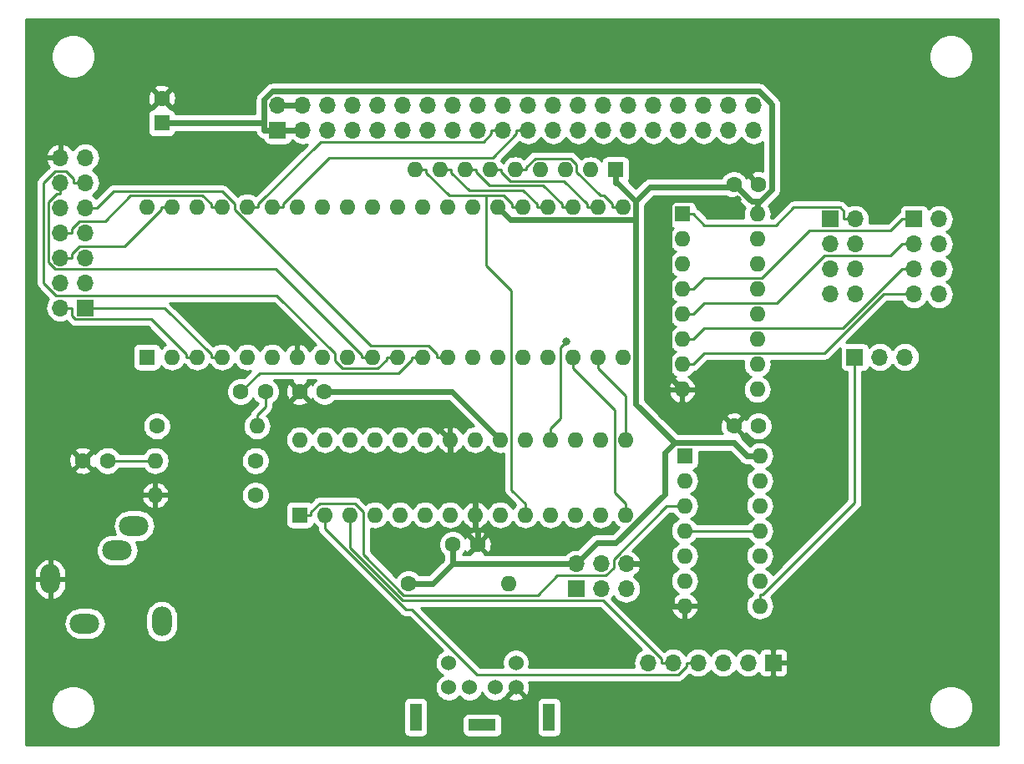
<source format=gtl>
G04 #@! TF.GenerationSoftware,KiCad,Pcbnew,(5.1.4-0-10_14)*
G04 #@! TF.CreationDate,2021-03-24T21:09:03+09:00*
G04 #@! TF.ProjectId,KZ80-PS2KBD,4b5a3830-2d50-4533-924b-42442e6b6963,rev?*
G04 #@! TF.SameCoordinates,Original*
G04 #@! TF.FileFunction,Copper,L1,Top*
G04 #@! TF.FilePolarity,Positive*
%FSLAX46Y46*%
G04 Gerber Fmt 4.6, Leading zero omitted, Abs format (unit mm)*
G04 Created by KiCad (PCBNEW (5.1.4-0-10_14)) date 2021-03-24 21:09:03*
%MOMM*%
%LPD*%
G04 APERTURE LIST*
%ADD10O,1.600000X1.600000*%
%ADD11C,1.600000*%
%ADD12O,3.000000X2.000000*%
%ADD13O,2.000000X3.000000*%
%ADD14R,1.600000X1.600000*%
%ADD15R,1.700000X1.700000*%
%ADD16O,1.700000X1.700000*%
%ADD17C,1.524000*%
%ADD18R,1.200000X2.800000*%
%ADD19R,2.800000X1.200000*%
%ADD20C,0.800000*%
%ADD21C,0.600000*%
%ADD22C,0.250000*%
%ADD23C,0.254000*%
G04 APERTURE END LIST*
D10*
X73840000Y-99000000D03*
D11*
X84000000Y-99000000D03*
D10*
X73840000Y-95500000D03*
D11*
X84000000Y-95500000D03*
D10*
X84160000Y-92000000D03*
D11*
X74000000Y-92000000D03*
D12*
X66700000Y-112000000D03*
D13*
X74500000Y-111800000D03*
D12*
X70000000Y-104600000D03*
X71700000Y-102100000D03*
D13*
X63200000Y-107500000D03*
D11*
X66500000Y-95500000D03*
X69000000Y-95500000D03*
X82500000Y-88500000D03*
X85000000Y-88500000D03*
D14*
X74500000Y-61250000D03*
D11*
X74500000Y-58750000D03*
X132500000Y-92000000D03*
X135000000Y-92000000D03*
X132500000Y-67500000D03*
X135000000Y-67500000D03*
X106500000Y-104000000D03*
X104000000Y-104000000D03*
X88500000Y-88500000D03*
X91000000Y-88500000D03*
D15*
X144750000Y-85000000D03*
D16*
X147290000Y-85000000D03*
X149830000Y-85000000D03*
D15*
X136500000Y-116000000D03*
D16*
X133960000Y-116000000D03*
X131420000Y-116000000D03*
X128880000Y-116000000D03*
X126340000Y-116000000D03*
X123800000Y-116000000D03*
D15*
X116500000Y-108500000D03*
D16*
X116500000Y-105960000D03*
X119040000Y-108500000D03*
X119040000Y-105960000D03*
X121580000Y-108500000D03*
X121580000Y-105960000D03*
X144790000Y-78620000D03*
X142250000Y-78620000D03*
X144790000Y-76080000D03*
X142250000Y-76080000D03*
X144790000Y-73540000D03*
X142250000Y-73540000D03*
X144790000Y-71000000D03*
D15*
X142250000Y-71000000D03*
X150750000Y-71000000D03*
D16*
X153290000Y-71000000D03*
X150750000Y-73540000D03*
X153290000Y-73540000D03*
X150750000Y-76080000D03*
X153290000Y-76080000D03*
X150750000Y-78620000D03*
X153290000Y-78620000D03*
D15*
X66750000Y-80000000D03*
D16*
X64210000Y-80000000D03*
X66750000Y-77460000D03*
X64210000Y-77460000D03*
X66750000Y-74920000D03*
X64210000Y-74920000D03*
X66750000Y-72380000D03*
X64210000Y-72380000D03*
X66750000Y-69840000D03*
X64210000Y-69840000D03*
X66750000Y-67300000D03*
X64210000Y-67300000D03*
X66750000Y-64760000D03*
X64210000Y-64760000D03*
D15*
X86250000Y-62000000D03*
D16*
X86250000Y-59460000D03*
X88790000Y-62000000D03*
X88790000Y-59460000D03*
X91330000Y-62000000D03*
X91330000Y-59460000D03*
X93870000Y-62000000D03*
X93870000Y-59460000D03*
X96410000Y-62000000D03*
X96410000Y-59460000D03*
X98950000Y-62000000D03*
X98950000Y-59460000D03*
X101490000Y-62000000D03*
X101490000Y-59460000D03*
X104030000Y-62000000D03*
X104030000Y-59460000D03*
X106570000Y-62000000D03*
X106570000Y-59460000D03*
X109110000Y-62000000D03*
X109110000Y-59460000D03*
X111650000Y-62000000D03*
X111650000Y-59460000D03*
X114190000Y-62000000D03*
X114190000Y-59460000D03*
X116730000Y-62000000D03*
X116730000Y-59460000D03*
X119270000Y-62000000D03*
X119270000Y-59460000D03*
X121810000Y-62000000D03*
X121810000Y-59460000D03*
X124350000Y-62000000D03*
X124350000Y-59460000D03*
X126890000Y-62000000D03*
X126890000Y-59460000D03*
X129430000Y-62000000D03*
X129430000Y-59460000D03*
X131970000Y-62000000D03*
X131970000Y-59460000D03*
X134510000Y-62000000D03*
X134510000Y-59460000D03*
D14*
X127500000Y-95000000D03*
D10*
X135120000Y-110240000D03*
X127500000Y-97540000D03*
X135120000Y-107700000D03*
X127500000Y-100080000D03*
X135120000Y-105160000D03*
X127500000Y-102620000D03*
X135120000Y-102620000D03*
X127500000Y-105160000D03*
X135120000Y-100080000D03*
X127500000Y-107700000D03*
X135120000Y-97540000D03*
X127500000Y-110240000D03*
X135120000Y-95000000D03*
D14*
X127250000Y-70500000D03*
D10*
X134870000Y-88280000D03*
X127250000Y-73040000D03*
X134870000Y-85740000D03*
X127250000Y-75580000D03*
X134870000Y-83200000D03*
X127250000Y-78120000D03*
X134870000Y-80660000D03*
X127250000Y-80660000D03*
X134870000Y-78120000D03*
X127250000Y-83200000D03*
X134870000Y-75580000D03*
X127250000Y-85740000D03*
X134870000Y-73040000D03*
X127250000Y-88280000D03*
X134870000Y-70500000D03*
D14*
X88500000Y-101000000D03*
D10*
X121520000Y-93380000D03*
X91040000Y-101000000D03*
X118980000Y-93380000D03*
X93580000Y-101000000D03*
X116440000Y-93380000D03*
X96120000Y-101000000D03*
X113900000Y-93380000D03*
X98660000Y-101000000D03*
X111360000Y-93380000D03*
X101200000Y-101000000D03*
X108820000Y-93380000D03*
X103740000Y-101000000D03*
X106280000Y-93380000D03*
X106280000Y-101000000D03*
X103740000Y-93380000D03*
X108820000Y-101000000D03*
X101200000Y-93380000D03*
X111360000Y-101000000D03*
X98660000Y-93380000D03*
X113900000Y-101000000D03*
X96120000Y-93380000D03*
X116440000Y-101000000D03*
X93580000Y-93380000D03*
X118980000Y-101000000D03*
X91040000Y-93380000D03*
X121520000Y-101000000D03*
X88500000Y-93380000D03*
D14*
X73000000Y-85000000D03*
D10*
X121260000Y-69760000D03*
X75540000Y-85000000D03*
X118720000Y-69760000D03*
X78080000Y-85000000D03*
X116180000Y-69760000D03*
X80620000Y-85000000D03*
X113640000Y-69760000D03*
X83160000Y-85000000D03*
X111100000Y-69760000D03*
X85700000Y-85000000D03*
X108560000Y-69760000D03*
X88240000Y-85000000D03*
X106020000Y-69760000D03*
X90780000Y-85000000D03*
X103480000Y-69760000D03*
X93320000Y-85000000D03*
X100940000Y-69760000D03*
X95860000Y-85000000D03*
X98400000Y-69760000D03*
X98400000Y-85000000D03*
X95860000Y-69760000D03*
X100940000Y-85000000D03*
X93320000Y-69760000D03*
X103480000Y-85000000D03*
X90780000Y-69760000D03*
X106020000Y-85000000D03*
X88240000Y-69760000D03*
X108560000Y-85000000D03*
X85700000Y-69760000D03*
X111100000Y-85000000D03*
X83160000Y-69760000D03*
X113640000Y-85000000D03*
X80620000Y-69760000D03*
X116180000Y-85000000D03*
X78080000Y-69760000D03*
X118720000Y-85000000D03*
X75540000Y-69760000D03*
X121260000Y-85000000D03*
X73000000Y-69760000D03*
D14*
X120500000Y-66000000D03*
D10*
X117960000Y-66000000D03*
X115420000Y-66000000D03*
X112880000Y-66000000D03*
X110340000Y-66000000D03*
X107800000Y-66000000D03*
X105260000Y-66000000D03*
X102720000Y-66000000D03*
X100180000Y-66000000D03*
D11*
X99500000Y-108000000D03*
D10*
X109660000Y-108000000D03*
D17*
X108300000Y-118500000D03*
X105700000Y-118500000D03*
X110400000Y-118500000D03*
X103600000Y-118500000D03*
X110400000Y-116000000D03*
X103600000Y-116000000D03*
D18*
X100250000Y-121500000D03*
X113750000Y-121500000D03*
D19*
X107000000Y-122300000D03*
D20*
X132836900Y-69025700D03*
X117246700Y-113753300D03*
X131000000Y-95500000D03*
X115522200Y-83414100D03*
D21*
X127250000Y-88280000D02*
X125949600Y-86979600D01*
X125949600Y-86979600D02*
X125949600Y-69492800D01*
X125949600Y-69492800D02*
X126416700Y-69025700D01*
X126416700Y-69025700D02*
X132836900Y-69025700D01*
X106280000Y-101000000D02*
X106280000Y-102300300D01*
X106500000Y-104000000D02*
X106500000Y-102520300D01*
X106500000Y-102520300D02*
X106280000Y-102300300D01*
X103740000Y-93380000D02*
X101320000Y-90960000D01*
X101320000Y-90960000D02*
X90960000Y-90960000D01*
X90960000Y-90960000D02*
X88500000Y-88500000D01*
X106280000Y-99699700D02*
X103740000Y-97159700D01*
X103740000Y-97159700D02*
X103740000Y-93380000D01*
X106280000Y-101000000D02*
X106280000Y-99699700D01*
X127500000Y-110240000D02*
X126199700Y-110240000D01*
X121580000Y-105960000D02*
X122930300Y-105960000D01*
X126199700Y-110240000D02*
X126199700Y-109229400D01*
X126199700Y-109229400D02*
X122930300Y-105960000D01*
X88790000Y-59460000D02*
X86250000Y-59460000D01*
X132500000Y-67736000D02*
X124023000Y-67736000D01*
X124023000Y-67736000D02*
X122560600Y-69198400D01*
X134870000Y-69199700D02*
X134284200Y-69199700D01*
X134284200Y-69199700D02*
X132820500Y-67736000D01*
X132820500Y-67736000D02*
X132500000Y-67736000D01*
X132500000Y-67500000D02*
X132500000Y-67736000D01*
X122560600Y-69198400D02*
X120662500Y-67300300D01*
X120662500Y-67300300D02*
X120500000Y-67300300D01*
X122560600Y-71079400D02*
X122560600Y-69198400D01*
X126485000Y-93699700D02*
X122560600Y-89775300D01*
X122560600Y-89775300D02*
X122560600Y-71079400D01*
X108560000Y-69760000D02*
X109879400Y-71079400D01*
X109879400Y-71079400D02*
X122560600Y-71079400D01*
X126485000Y-93699700D02*
X132519400Y-93699700D01*
X132519400Y-93699700D02*
X133819700Y-95000000D01*
X116500000Y-105960000D02*
X118610200Y-103849800D01*
X118610200Y-103849800D02*
X120535300Y-103849800D01*
X120535300Y-103849800D02*
X125475300Y-98909800D01*
X125475300Y-98909800D02*
X125475300Y-94709400D01*
X125475300Y-94709400D02*
X126485000Y-93699700D01*
X120500000Y-66000000D02*
X120500000Y-67300300D01*
X84899700Y-61250000D02*
X84899700Y-62000000D01*
X134870000Y-69199700D02*
X135195100Y-69199700D01*
X135195100Y-69199700D02*
X136361000Y-68033800D01*
X136361000Y-68033800D02*
X136361000Y-59390300D01*
X136361000Y-59390300D02*
X135031200Y-58060500D01*
X135031200Y-58060500D02*
X85697000Y-58060500D01*
X85697000Y-58060500D02*
X84899700Y-58857800D01*
X84899700Y-58857800D02*
X84899700Y-61250000D01*
X84899700Y-61250000D02*
X75800300Y-61250000D01*
X86250000Y-62000000D02*
X84899700Y-62000000D01*
X86250000Y-62000000D02*
X88790000Y-62000000D01*
X108820000Y-93380000D02*
X103940000Y-88500000D01*
X103940000Y-88500000D02*
X91000000Y-88500000D01*
X104000000Y-105960000D02*
X104000000Y-104000000D01*
X99500000Y-108000000D02*
X101960000Y-108000000D01*
X101960000Y-108000000D02*
X104000000Y-105960000D01*
X104000000Y-105960000D02*
X115149700Y-105960000D01*
X116500000Y-105960000D02*
X115149700Y-105960000D01*
X135120000Y-95000000D02*
X133819700Y-95000000D01*
X74500000Y-61250000D02*
X75800300Y-61250000D01*
X134870000Y-70500000D02*
X134870000Y-69199700D01*
D22*
X111650000Y-62000000D02*
X110474700Y-62000000D01*
X85700000Y-69760000D02*
X86825300Y-69760000D01*
X86825300Y-69760000D02*
X86825300Y-69478700D01*
X86825300Y-69478700D02*
X91502600Y-64801400D01*
X91502600Y-64801400D02*
X108040600Y-64801400D01*
X108040600Y-64801400D02*
X110474700Y-62367300D01*
X110474700Y-62367300D02*
X110474700Y-62000000D01*
X116180000Y-85000000D02*
X116180000Y-86125300D01*
X121520000Y-101000000D02*
X121520000Y-99874700D01*
X121520000Y-99874700D02*
X120394700Y-98749400D01*
X120394700Y-98749400D02*
X120394700Y-90340000D01*
X120394700Y-90340000D02*
X116180000Y-86125300D01*
X118720000Y-85000000D02*
X118720000Y-86125300D01*
X121520000Y-93380000D02*
X121520000Y-88925300D01*
X121520000Y-88925300D02*
X118720000Y-86125300D01*
X121260000Y-69760000D02*
X120134700Y-69760000D01*
X110340000Y-66000000D02*
X111465300Y-66000000D01*
X111465300Y-66000000D02*
X111465300Y-65718700D01*
X111465300Y-65718700D02*
X112341400Y-64842600D01*
X112341400Y-64842600D02*
X115910500Y-64842600D01*
X115910500Y-64842600D02*
X116545400Y-65477500D01*
X116545400Y-65477500D02*
X116545400Y-66198900D01*
X116545400Y-66198900D02*
X118981200Y-68634700D01*
X118981200Y-68634700D02*
X119290800Y-68634700D01*
X119290800Y-68634700D02*
X120134700Y-69478600D01*
X120134700Y-69478600D02*
X120134700Y-69760000D01*
X115522200Y-83414100D02*
X114910000Y-84026300D01*
X114910000Y-84026300D02*
X114910000Y-91244700D01*
X114910000Y-91244700D02*
X113900000Y-92254700D01*
X113900000Y-93380000D02*
X113900000Y-92254700D01*
X118720000Y-69760000D02*
X117594700Y-69760000D01*
X107800000Y-66000000D02*
X108925300Y-66000000D01*
X108925300Y-66000000D02*
X108925300Y-66212800D01*
X108925300Y-66212800D02*
X109837800Y-67125300D01*
X109837800Y-67125300D02*
X115241300Y-67125300D01*
X115241300Y-67125300D02*
X117594700Y-69478700D01*
X117594700Y-69478700D02*
X117594700Y-69760000D01*
X115054700Y-69760000D02*
X115054700Y-69478700D01*
X115054700Y-69478700D02*
X113151600Y-67575600D01*
X113151600Y-67575600D02*
X107734400Y-67575600D01*
X107734400Y-67575600D02*
X106385300Y-66226500D01*
X106385300Y-66226500D02*
X106385300Y-66000000D01*
X116180000Y-69760000D02*
X115054700Y-69760000D01*
X105260000Y-66000000D02*
X106385300Y-66000000D01*
X112514700Y-69760000D02*
X112514700Y-69478700D01*
X112514700Y-69478700D02*
X111141100Y-68105100D01*
X111141100Y-68105100D02*
X105669100Y-68105100D01*
X105669100Y-68105100D02*
X103845300Y-66281300D01*
X103845300Y-66281300D02*
X103845300Y-66000000D01*
X113640000Y-69760000D02*
X112514700Y-69760000D01*
X102720000Y-66000000D02*
X103845300Y-66000000D01*
X107405000Y-68634700D02*
X109130800Y-68634700D01*
X109130800Y-68634700D02*
X109974700Y-69478600D01*
X109974700Y-69478600D02*
X109974700Y-69760000D01*
X101305300Y-66000000D02*
X101305300Y-66281300D01*
X101305300Y-66281300D02*
X103658700Y-68634700D01*
X103658700Y-68634700D02*
X107405000Y-68634700D01*
X107405000Y-68634700D02*
X107405000Y-75741200D01*
X107405000Y-75741200D02*
X109945400Y-78281600D01*
X109945400Y-78281600D02*
X109945400Y-98460100D01*
X109945400Y-98460100D02*
X111360000Y-99874700D01*
X111360000Y-101000000D02*
X111360000Y-99874700D01*
X111100000Y-69760000D02*
X109974700Y-69760000D01*
X100180000Y-66000000D02*
X101305300Y-66000000D01*
X64210000Y-80000000D02*
X65385300Y-80000000D01*
X78080000Y-85000000D02*
X76954700Y-85000000D01*
X76954700Y-85000000D02*
X76954700Y-84718600D01*
X76954700Y-84718600D02*
X73411400Y-81175300D01*
X73411400Y-81175300D02*
X65752500Y-81175300D01*
X65752500Y-81175300D02*
X65385300Y-80808100D01*
X65385300Y-80808100D02*
X65385300Y-80000000D01*
X80620000Y-85000000D02*
X79494700Y-85000000D01*
X79494700Y-85000000D02*
X79494700Y-84718700D01*
X79494700Y-84718700D02*
X74776000Y-80000000D01*
X74776000Y-80000000D02*
X66750000Y-80000000D01*
X64210000Y-67300000D02*
X64210000Y-68475300D01*
X95860000Y-85000000D02*
X94734700Y-85000000D01*
X94734700Y-85000000D02*
X94734700Y-84762000D01*
X94734700Y-84762000D02*
X86068200Y-76095500D01*
X86068200Y-76095500D02*
X63718800Y-76095500D01*
X63718800Y-76095500D02*
X63034700Y-75411400D01*
X63034700Y-75411400D02*
X63034700Y-69283200D01*
X63034700Y-69283200D02*
X63842600Y-68475300D01*
X63842600Y-68475300D02*
X64210000Y-68475300D01*
X66750000Y-67300000D02*
X65574700Y-67300000D01*
X98400000Y-85000000D02*
X97274700Y-85000000D01*
X97274700Y-85000000D02*
X97274700Y-85281300D01*
X97274700Y-85281300D02*
X96409100Y-86146900D01*
X96409100Y-86146900D02*
X92835900Y-86146900D01*
X92835900Y-86146900D02*
X92050000Y-85361000D01*
X92050000Y-85361000D02*
X92050000Y-84617700D01*
X92050000Y-84617700D02*
X86162300Y-78730000D01*
X86162300Y-78730000D02*
X63798700Y-78730000D01*
X63798700Y-78730000D02*
X62537800Y-77469100D01*
X62537800Y-77469100D02*
X62537800Y-67308900D01*
X62537800Y-67308900D02*
X63722000Y-66124700D01*
X63722000Y-66124700D02*
X64766800Y-66124700D01*
X64766800Y-66124700D02*
X65574700Y-66932600D01*
X65574700Y-66932600D02*
X65574700Y-67300000D01*
X100940000Y-85000000D02*
X99814700Y-85000000D01*
X99814700Y-85000000D02*
X99814700Y-85281300D01*
X99814700Y-85281300D02*
X98498700Y-86597300D01*
X98498700Y-86597300D02*
X84402700Y-86597300D01*
X84402700Y-86597300D02*
X82500000Y-88500000D01*
X66750000Y-69840000D02*
X67925300Y-69840000D01*
X103480000Y-85000000D02*
X102354700Y-85000000D01*
X102354700Y-85000000D02*
X102354700Y-84718600D01*
X102354700Y-84718600D02*
X101510800Y-83874700D01*
X101510800Y-83874700D02*
X95678200Y-83874700D01*
X95678200Y-83874700D02*
X81890000Y-70086500D01*
X81890000Y-70086500D02*
X81890000Y-69436900D01*
X81890000Y-69436900D02*
X80627900Y-68174800D01*
X80627900Y-68174800D02*
X69590500Y-68174800D01*
X69590500Y-68174800D02*
X67925300Y-69840000D01*
X109110000Y-62000000D02*
X107934700Y-62000000D01*
X83160000Y-69760000D02*
X84285300Y-69760000D01*
X84285300Y-69760000D02*
X84285300Y-69478700D01*
X84285300Y-69478700D02*
X90588700Y-63175300D01*
X90588700Y-63175300D02*
X107126800Y-63175300D01*
X107126800Y-63175300D02*
X107934700Y-62367400D01*
X107934700Y-62367400D02*
X107934700Y-62000000D01*
X65385300Y-72380000D02*
X65385300Y-72012600D01*
X65385300Y-72012600D02*
X66193200Y-71204700D01*
X66193200Y-71204700D02*
X68763600Y-71204700D01*
X68763600Y-71204700D02*
X71343100Y-68625200D01*
X71343100Y-68625200D02*
X78641200Y-68625200D01*
X78641200Y-68625200D02*
X79494700Y-69478700D01*
X79494700Y-69478700D02*
X79494700Y-69760000D01*
X64210000Y-72380000D02*
X65385300Y-72380000D01*
X80620000Y-69760000D02*
X79494700Y-69760000D01*
X64210000Y-74920000D02*
X65385300Y-74920000D01*
X75540000Y-69760000D02*
X74414700Y-69760000D01*
X74414700Y-69760000D02*
X74414700Y-70041300D01*
X74414700Y-70041300D02*
X70711300Y-73744700D01*
X70711300Y-73744700D02*
X66193200Y-73744700D01*
X66193200Y-73744700D02*
X65385300Y-74552600D01*
X65385300Y-74552600D02*
X65385300Y-74920000D01*
X127500000Y-100080000D02*
X125712800Y-100080000D01*
X125712800Y-100080000D02*
X120310000Y-105482800D01*
X120310000Y-105482800D02*
X120310000Y-106358600D01*
X120310000Y-106358600D02*
X119503100Y-107165500D01*
X119503100Y-107165500D02*
X114597400Y-107165500D01*
X114597400Y-107165500D02*
X112637600Y-109125300D01*
X112637600Y-109125300D02*
X99033900Y-109125300D01*
X99033900Y-109125300D02*
X94901400Y-104992800D01*
X94901400Y-104992800D02*
X94901400Y-100673500D01*
X94901400Y-100673500D02*
X94061800Y-99833900D01*
X94061800Y-99833900D02*
X90510100Y-99833900D01*
X90510100Y-99833900D02*
X89625300Y-100718700D01*
X89625300Y-100718700D02*
X89625300Y-101000000D01*
X88500000Y-101000000D02*
X89625300Y-101000000D01*
X126340000Y-116000000D02*
X125164700Y-116000000D01*
X93580000Y-101000000D02*
X93580000Y-104308300D01*
X93580000Y-104308300D02*
X98947100Y-109675400D01*
X98947100Y-109675400D02*
X119207400Y-109675400D01*
X119207400Y-109675400D02*
X125164700Y-115632700D01*
X125164700Y-115632700D02*
X125164700Y-116000000D01*
X91040000Y-102125300D02*
X91040000Y-102405200D01*
X91040000Y-102405200D02*
X99246600Y-110611800D01*
X99246600Y-110611800D02*
X99883500Y-110611800D01*
X99883500Y-110611800D02*
X106447000Y-117175300D01*
X106447000Y-117175300D02*
X126896800Y-117175300D01*
X126896800Y-117175300D02*
X127704700Y-116367400D01*
X127704700Y-116367400D02*
X127704700Y-116000000D01*
X128880000Y-116000000D02*
X127704700Y-116000000D01*
X91040000Y-101000000D02*
X91040000Y-102125300D01*
X144790000Y-71000000D02*
X143614700Y-71000000D01*
X127250000Y-70500000D02*
X128375300Y-70500000D01*
X128375300Y-70500000D02*
X129523600Y-71648300D01*
X129523600Y-71648300D02*
X136740200Y-71648300D01*
X136740200Y-71648300D02*
X138563800Y-69824700D01*
X138563800Y-69824700D02*
X143247500Y-69824700D01*
X143247500Y-69824700D02*
X143614700Y-70191900D01*
X143614700Y-70191900D02*
X143614700Y-71000000D01*
X150750000Y-71000000D02*
X149574700Y-71000000D01*
X127250000Y-78120000D02*
X128375300Y-78120000D01*
X128375300Y-78120000D02*
X129500600Y-76994700D01*
X129500600Y-76994700D02*
X135322100Y-76994700D01*
X135322100Y-76994700D02*
X140141500Y-72175300D01*
X140141500Y-72175300D02*
X148399400Y-72175300D01*
X148399400Y-72175300D02*
X149574700Y-71000000D01*
X128375300Y-80660000D02*
X129500600Y-79534700D01*
X129500600Y-79534700D02*
X136891900Y-79534700D01*
X136891900Y-79534700D02*
X141711300Y-74715300D01*
X141711300Y-74715300D02*
X148399400Y-74715300D01*
X148399400Y-74715300D02*
X149574700Y-73540000D01*
X150750000Y-73540000D02*
X149574700Y-73540000D01*
X127250000Y-80660000D02*
X128375300Y-80660000D01*
X150750000Y-76080000D02*
X149574700Y-76080000D01*
X127250000Y-83200000D02*
X128375300Y-83200000D01*
X128375300Y-83200000D02*
X129500600Y-82074700D01*
X129500600Y-82074700D02*
X143580000Y-82074700D01*
X143580000Y-82074700D02*
X149574700Y-76080000D01*
X127250000Y-85740000D02*
X128375300Y-85740000D01*
X128375300Y-85740000D02*
X129500600Y-84614700D01*
X129500600Y-84614700D02*
X141676900Y-84614700D01*
X141676900Y-84614700D02*
X147671600Y-78620000D01*
X147671600Y-78620000D02*
X150750000Y-78620000D01*
X135120000Y-110240000D02*
X135120000Y-109114700D01*
X135120000Y-109114700D02*
X135401300Y-109114700D01*
X135401300Y-109114700D02*
X144750000Y-99766000D01*
X144750000Y-99766000D02*
X144750000Y-85000000D01*
X135120000Y-102620000D02*
X127500000Y-102620000D01*
X84160000Y-92000000D02*
X84160000Y-90874700D01*
X85000000Y-88500000D02*
X85000000Y-90034700D01*
X85000000Y-90034700D02*
X84160000Y-90874700D01*
X69000000Y-95500000D02*
X73840000Y-95500000D01*
D23*
G36*
X159290001Y-124290000D02*
G01*
X60710000Y-124290000D01*
X60710000Y-120279872D01*
X63265000Y-120279872D01*
X63265000Y-120720128D01*
X63350890Y-121151925D01*
X63519369Y-121558669D01*
X63763962Y-121924729D01*
X64075271Y-122236038D01*
X64441331Y-122480631D01*
X64848075Y-122649110D01*
X65279872Y-122735000D01*
X65720128Y-122735000D01*
X66151925Y-122649110D01*
X66558669Y-122480631D01*
X66924729Y-122236038D01*
X67236038Y-121924729D01*
X67480631Y-121558669D01*
X67649110Y-121151925D01*
X67735000Y-120720128D01*
X67735000Y-120279872D01*
X67699222Y-120100000D01*
X99011928Y-120100000D01*
X99011928Y-122900000D01*
X99024188Y-123024482D01*
X99060498Y-123144180D01*
X99119463Y-123254494D01*
X99198815Y-123351185D01*
X99295506Y-123430537D01*
X99405820Y-123489502D01*
X99525518Y-123525812D01*
X99650000Y-123538072D01*
X100850000Y-123538072D01*
X100974482Y-123525812D01*
X101094180Y-123489502D01*
X101204494Y-123430537D01*
X101301185Y-123351185D01*
X101380537Y-123254494D01*
X101439502Y-123144180D01*
X101475812Y-123024482D01*
X101488072Y-122900000D01*
X101488072Y-121700000D01*
X104961928Y-121700000D01*
X104961928Y-122900000D01*
X104974188Y-123024482D01*
X105010498Y-123144180D01*
X105069463Y-123254494D01*
X105148815Y-123351185D01*
X105245506Y-123430537D01*
X105355820Y-123489502D01*
X105475518Y-123525812D01*
X105600000Y-123538072D01*
X108400000Y-123538072D01*
X108524482Y-123525812D01*
X108644180Y-123489502D01*
X108754494Y-123430537D01*
X108851185Y-123351185D01*
X108930537Y-123254494D01*
X108989502Y-123144180D01*
X109025812Y-123024482D01*
X109038072Y-122900000D01*
X109038072Y-121700000D01*
X109025812Y-121575518D01*
X108989502Y-121455820D01*
X108930537Y-121345506D01*
X108851185Y-121248815D01*
X108754494Y-121169463D01*
X108644180Y-121110498D01*
X108524482Y-121074188D01*
X108400000Y-121061928D01*
X105600000Y-121061928D01*
X105475518Y-121074188D01*
X105355820Y-121110498D01*
X105245506Y-121169463D01*
X105148815Y-121248815D01*
X105069463Y-121345506D01*
X105010498Y-121455820D01*
X104974188Y-121575518D01*
X104961928Y-121700000D01*
X101488072Y-121700000D01*
X101488072Y-120100000D01*
X112511928Y-120100000D01*
X112511928Y-122900000D01*
X112524188Y-123024482D01*
X112560498Y-123144180D01*
X112619463Y-123254494D01*
X112698815Y-123351185D01*
X112795506Y-123430537D01*
X112905820Y-123489502D01*
X113025518Y-123525812D01*
X113150000Y-123538072D01*
X114350000Y-123538072D01*
X114474482Y-123525812D01*
X114594180Y-123489502D01*
X114704494Y-123430537D01*
X114801185Y-123351185D01*
X114880537Y-123254494D01*
X114939502Y-123144180D01*
X114975812Y-123024482D01*
X114988072Y-122900000D01*
X114988072Y-120279872D01*
X152265000Y-120279872D01*
X152265000Y-120720128D01*
X152350890Y-121151925D01*
X152519369Y-121558669D01*
X152763962Y-121924729D01*
X153075271Y-122236038D01*
X153441331Y-122480631D01*
X153848075Y-122649110D01*
X154279872Y-122735000D01*
X154720128Y-122735000D01*
X155151925Y-122649110D01*
X155558669Y-122480631D01*
X155924729Y-122236038D01*
X156236038Y-121924729D01*
X156480631Y-121558669D01*
X156649110Y-121151925D01*
X156735000Y-120720128D01*
X156735000Y-120279872D01*
X156649110Y-119848075D01*
X156480631Y-119441331D01*
X156236038Y-119075271D01*
X155924729Y-118763962D01*
X155558669Y-118519369D01*
X155151925Y-118350890D01*
X154720128Y-118265000D01*
X154279872Y-118265000D01*
X153848075Y-118350890D01*
X153441331Y-118519369D01*
X153075271Y-118763962D01*
X152763962Y-119075271D01*
X152519369Y-119441331D01*
X152350890Y-119848075D01*
X152265000Y-120279872D01*
X114988072Y-120279872D01*
X114988072Y-120100000D01*
X114975812Y-119975518D01*
X114939502Y-119855820D01*
X114880537Y-119745506D01*
X114801185Y-119648815D01*
X114704494Y-119569463D01*
X114594180Y-119510498D01*
X114474482Y-119474188D01*
X114350000Y-119461928D01*
X113150000Y-119461928D01*
X113025518Y-119474188D01*
X112905820Y-119510498D01*
X112795506Y-119569463D01*
X112698815Y-119648815D01*
X112619463Y-119745506D01*
X112560498Y-119855820D01*
X112524188Y-119975518D01*
X112511928Y-120100000D01*
X101488072Y-120100000D01*
X101475812Y-119975518D01*
X101439502Y-119855820D01*
X101380537Y-119745506D01*
X101301185Y-119648815D01*
X101204494Y-119569463D01*
X101094180Y-119510498D01*
X100974482Y-119474188D01*
X100850000Y-119461928D01*
X99650000Y-119461928D01*
X99525518Y-119474188D01*
X99405820Y-119510498D01*
X99295506Y-119569463D01*
X99198815Y-119648815D01*
X99119463Y-119745506D01*
X99060498Y-119855820D01*
X99024188Y-119975518D01*
X99011928Y-120100000D01*
X67699222Y-120100000D01*
X67649110Y-119848075D01*
X67480631Y-119441331D01*
X67236038Y-119075271D01*
X66924729Y-118763962D01*
X66558669Y-118519369D01*
X66151925Y-118350890D01*
X65720128Y-118265000D01*
X65279872Y-118265000D01*
X64848075Y-118350890D01*
X64441331Y-118519369D01*
X64075271Y-118763962D01*
X63763962Y-119075271D01*
X63519369Y-119441331D01*
X63350890Y-119848075D01*
X63265000Y-120279872D01*
X60710000Y-120279872D01*
X60710000Y-112000000D01*
X64557089Y-112000000D01*
X64588657Y-112320516D01*
X64682148Y-112628715D01*
X64833969Y-112912752D01*
X65038286Y-113161714D01*
X65287248Y-113366031D01*
X65571285Y-113517852D01*
X65879484Y-113611343D01*
X66119678Y-113635000D01*
X67280322Y-113635000D01*
X67520516Y-113611343D01*
X67828715Y-113517852D01*
X68112752Y-113366031D01*
X68361714Y-113161714D01*
X68566031Y-112912752D01*
X68717852Y-112628715D01*
X68811343Y-112320516D01*
X68842911Y-112000000D01*
X68811343Y-111679484D01*
X68717852Y-111371285D01*
X68636817Y-111219679D01*
X72865000Y-111219679D01*
X72865000Y-112380322D01*
X72888657Y-112620516D01*
X72982148Y-112928715D01*
X73133970Y-113212752D01*
X73338287Y-113461714D01*
X73587249Y-113666031D01*
X73871286Y-113817852D01*
X74179485Y-113911343D01*
X74500000Y-113942911D01*
X74820516Y-113911343D01*
X75128715Y-113817852D01*
X75412752Y-113666031D01*
X75661714Y-113461714D01*
X75866031Y-113212752D01*
X76017852Y-112928715D01*
X76111343Y-112620516D01*
X76135000Y-112380322D01*
X76135000Y-111219678D01*
X76111343Y-110979484D01*
X76017852Y-110671285D01*
X75866031Y-110387248D01*
X75661714Y-110138286D01*
X75412751Y-109933969D01*
X75128714Y-109782148D01*
X74820515Y-109688657D01*
X74500000Y-109657089D01*
X74179484Y-109688657D01*
X73871285Y-109782148D01*
X73587248Y-109933969D01*
X73338286Y-110138286D01*
X73133969Y-110387249D01*
X72982148Y-110671286D01*
X72888657Y-110979485D01*
X72865000Y-111219679D01*
X68636817Y-111219679D01*
X68566031Y-111087248D01*
X68361714Y-110838286D01*
X68112752Y-110633969D01*
X67828715Y-110482148D01*
X67520516Y-110388657D01*
X67280322Y-110365000D01*
X66119678Y-110365000D01*
X65879484Y-110388657D01*
X65571285Y-110482148D01*
X65287248Y-110633969D01*
X65038286Y-110838286D01*
X64833969Y-111087248D01*
X64682148Y-111371285D01*
X64588657Y-111679484D01*
X64557089Y-112000000D01*
X60710000Y-112000000D01*
X60710000Y-107627000D01*
X61565000Y-107627000D01*
X61565000Y-108127000D01*
X61621193Y-108443532D01*
X61738058Y-108743020D01*
X61911105Y-109013954D01*
X62133683Y-109245922D01*
X62397239Y-109430010D01*
X62691645Y-109559144D01*
X62819566Y-109590124D01*
X63073000Y-109470777D01*
X63073000Y-107627000D01*
X63327000Y-107627000D01*
X63327000Y-109470777D01*
X63580434Y-109590124D01*
X63708355Y-109559144D01*
X64002761Y-109430010D01*
X64266317Y-109245922D01*
X64488895Y-109013954D01*
X64661942Y-108743020D01*
X64778807Y-108443532D01*
X64835000Y-108127000D01*
X64835000Y-107627000D01*
X63327000Y-107627000D01*
X63073000Y-107627000D01*
X61565000Y-107627000D01*
X60710000Y-107627000D01*
X60710000Y-106873000D01*
X61565000Y-106873000D01*
X61565000Y-107373000D01*
X63073000Y-107373000D01*
X63073000Y-105529223D01*
X63327000Y-105529223D01*
X63327000Y-107373000D01*
X64835000Y-107373000D01*
X64835000Y-106873000D01*
X64778807Y-106556468D01*
X64661942Y-106256980D01*
X64488895Y-105986046D01*
X64266317Y-105754078D01*
X64002761Y-105569990D01*
X63708355Y-105440856D01*
X63580434Y-105409876D01*
X63327000Y-105529223D01*
X63073000Y-105529223D01*
X62819566Y-105409876D01*
X62691645Y-105440856D01*
X62397239Y-105569990D01*
X62133683Y-105754078D01*
X61911105Y-105986046D01*
X61738058Y-106256980D01*
X61621193Y-106556468D01*
X61565000Y-106873000D01*
X60710000Y-106873000D01*
X60710000Y-104600000D01*
X67857089Y-104600000D01*
X67888657Y-104920516D01*
X67982148Y-105228715D01*
X68133969Y-105512752D01*
X68338286Y-105761714D01*
X68587248Y-105966031D01*
X68871285Y-106117852D01*
X69179484Y-106211343D01*
X69419678Y-106235000D01*
X70580322Y-106235000D01*
X70820516Y-106211343D01*
X71128715Y-106117852D01*
X71412752Y-105966031D01*
X71661714Y-105761714D01*
X71866031Y-105512752D01*
X72017852Y-105228715D01*
X72111343Y-104920516D01*
X72142911Y-104600000D01*
X72111343Y-104279484D01*
X72017852Y-103971285D01*
X71891555Y-103735000D01*
X72280322Y-103735000D01*
X72520516Y-103711343D01*
X72828715Y-103617852D01*
X73112752Y-103466031D01*
X73361714Y-103261714D01*
X73566031Y-103012752D01*
X73717852Y-102728715D01*
X73811343Y-102420516D01*
X73842911Y-102100000D01*
X73811343Y-101779484D01*
X73717852Y-101471285D01*
X73566031Y-101187248D01*
X73361714Y-100938286D01*
X73112752Y-100733969D01*
X72828715Y-100582148D01*
X72520516Y-100488657D01*
X72280322Y-100465000D01*
X71119678Y-100465000D01*
X70879484Y-100488657D01*
X70571285Y-100582148D01*
X70287248Y-100733969D01*
X70038286Y-100938286D01*
X69833969Y-101187248D01*
X69682148Y-101471285D01*
X69588657Y-101779484D01*
X69557089Y-102100000D01*
X69588657Y-102420516D01*
X69682148Y-102728715D01*
X69808445Y-102965000D01*
X69419678Y-102965000D01*
X69179484Y-102988657D01*
X68871285Y-103082148D01*
X68587248Y-103233969D01*
X68338286Y-103438286D01*
X68133969Y-103687248D01*
X67982148Y-103971285D01*
X67888657Y-104279484D01*
X67857089Y-104600000D01*
X60710000Y-104600000D01*
X60710000Y-99349039D01*
X72448096Y-99349039D01*
X72488754Y-99483087D01*
X72608963Y-99737420D01*
X72776481Y-99963414D01*
X72984869Y-100152385D01*
X73226119Y-100297070D01*
X73490960Y-100391909D01*
X73713000Y-100270624D01*
X73713000Y-99127000D01*
X73967000Y-99127000D01*
X73967000Y-100270624D01*
X74189040Y-100391909D01*
X74453881Y-100297070D01*
X74695131Y-100152385D01*
X74903519Y-99963414D01*
X75071037Y-99737420D01*
X75191246Y-99483087D01*
X75231904Y-99349039D01*
X75109915Y-99127000D01*
X73967000Y-99127000D01*
X73713000Y-99127000D01*
X72570085Y-99127000D01*
X72448096Y-99349039D01*
X60710000Y-99349039D01*
X60710000Y-98650961D01*
X72448096Y-98650961D01*
X72570085Y-98873000D01*
X73713000Y-98873000D01*
X73713000Y-97729376D01*
X73967000Y-97729376D01*
X73967000Y-98873000D01*
X75109915Y-98873000D01*
X75117790Y-98858665D01*
X82565000Y-98858665D01*
X82565000Y-99141335D01*
X82620147Y-99418574D01*
X82728320Y-99679727D01*
X82885363Y-99914759D01*
X83085241Y-100114637D01*
X83320273Y-100271680D01*
X83581426Y-100379853D01*
X83858665Y-100435000D01*
X84141335Y-100435000D01*
X84418574Y-100379853D01*
X84679727Y-100271680D01*
X84914759Y-100114637D01*
X85114637Y-99914759D01*
X85271680Y-99679727D01*
X85379853Y-99418574D01*
X85435000Y-99141335D01*
X85435000Y-98858665D01*
X85379853Y-98581426D01*
X85271680Y-98320273D01*
X85114637Y-98085241D01*
X84914759Y-97885363D01*
X84679727Y-97728320D01*
X84418574Y-97620147D01*
X84141335Y-97565000D01*
X83858665Y-97565000D01*
X83581426Y-97620147D01*
X83320273Y-97728320D01*
X83085241Y-97885363D01*
X82885363Y-98085241D01*
X82728320Y-98320273D01*
X82620147Y-98581426D01*
X82565000Y-98858665D01*
X75117790Y-98858665D01*
X75231904Y-98650961D01*
X75191246Y-98516913D01*
X75071037Y-98262580D01*
X74903519Y-98036586D01*
X74695131Y-97847615D01*
X74453881Y-97702930D01*
X74189040Y-97608091D01*
X73967000Y-97729376D01*
X73713000Y-97729376D01*
X73490960Y-97608091D01*
X73226119Y-97702930D01*
X72984869Y-97847615D01*
X72776481Y-98036586D01*
X72608963Y-98262580D01*
X72488754Y-98516913D01*
X72448096Y-98650961D01*
X60710000Y-98650961D01*
X60710000Y-96492702D01*
X65686903Y-96492702D01*
X65758486Y-96736671D01*
X66013996Y-96857571D01*
X66288184Y-96926300D01*
X66570512Y-96940217D01*
X66850130Y-96898787D01*
X67116292Y-96803603D01*
X67241514Y-96736671D01*
X67313097Y-96492702D01*
X66500000Y-95679605D01*
X65686903Y-96492702D01*
X60710000Y-96492702D01*
X60710000Y-95570512D01*
X65059783Y-95570512D01*
X65101213Y-95850130D01*
X65196397Y-96116292D01*
X65263329Y-96241514D01*
X65507298Y-96313097D01*
X66320395Y-95500000D01*
X66679605Y-95500000D01*
X67492702Y-96313097D01*
X67736671Y-96241514D01*
X67750324Y-96212659D01*
X67885363Y-96414759D01*
X68085241Y-96614637D01*
X68320273Y-96771680D01*
X68581426Y-96879853D01*
X68858665Y-96935000D01*
X69141335Y-96935000D01*
X69418574Y-96879853D01*
X69679727Y-96771680D01*
X69914759Y-96614637D01*
X70114637Y-96414759D01*
X70218043Y-96260000D01*
X72619099Y-96260000D01*
X72641068Y-96301101D01*
X72820392Y-96519608D01*
X73038899Y-96698932D01*
X73288192Y-96832182D01*
X73558691Y-96914236D01*
X73769508Y-96935000D01*
X73910492Y-96935000D01*
X74121309Y-96914236D01*
X74391808Y-96832182D01*
X74641101Y-96698932D01*
X74859608Y-96519608D01*
X75038932Y-96301101D01*
X75172182Y-96051808D01*
X75254236Y-95781309D01*
X75281943Y-95500000D01*
X75268023Y-95358665D01*
X82565000Y-95358665D01*
X82565000Y-95641335D01*
X82620147Y-95918574D01*
X82728320Y-96179727D01*
X82885363Y-96414759D01*
X83085241Y-96614637D01*
X83320273Y-96771680D01*
X83581426Y-96879853D01*
X83858665Y-96935000D01*
X84141335Y-96935000D01*
X84418574Y-96879853D01*
X84679727Y-96771680D01*
X84914759Y-96614637D01*
X85114637Y-96414759D01*
X85271680Y-96179727D01*
X85379853Y-95918574D01*
X85435000Y-95641335D01*
X85435000Y-95358665D01*
X85379853Y-95081426D01*
X85271680Y-94820273D01*
X85114637Y-94585241D01*
X84914759Y-94385363D01*
X84679727Y-94228320D01*
X84418574Y-94120147D01*
X84141335Y-94065000D01*
X83858665Y-94065000D01*
X83581426Y-94120147D01*
X83320273Y-94228320D01*
X83085241Y-94385363D01*
X82885363Y-94585241D01*
X82728320Y-94820273D01*
X82620147Y-95081426D01*
X82565000Y-95358665D01*
X75268023Y-95358665D01*
X75254236Y-95218691D01*
X75172182Y-94948192D01*
X75038932Y-94698899D01*
X74859608Y-94480392D01*
X74641101Y-94301068D01*
X74391808Y-94167818D01*
X74121309Y-94085764D01*
X73910492Y-94065000D01*
X73769508Y-94065000D01*
X73558691Y-94085764D01*
X73288192Y-94167818D01*
X73038899Y-94301068D01*
X72820392Y-94480392D01*
X72641068Y-94698899D01*
X72619099Y-94740000D01*
X70218043Y-94740000D01*
X70114637Y-94585241D01*
X69914759Y-94385363D01*
X69679727Y-94228320D01*
X69418574Y-94120147D01*
X69141335Y-94065000D01*
X68858665Y-94065000D01*
X68581426Y-94120147D01*
X68320273Y-94228320D01*
X68085241Y-94385363D01*
X67885363Y-94585241D01*
X67751308Y-94785869D01*
X67736671Y-94758486D01*
X67492702Y-94686903D01*
X66679605Y-95500000D01*
X66320395Y-95500000D01*
X65507298Y-94686903D01*
X65263329Y-94758486D01*
X65142429Y-95013996D01*
X65073700Y-95288184D01*
X65059783Y-95570512D01*
X60710000Y-95570512D01*
X60710000Y-94507298D01*
X65686903Y-94507298D01*
X66500000Y-95320395D01*
X67313097Y-94507298D01*
X67241514Y-94263329D01*
X66986004Y-94142429D01*
X66711816Y-94073700D01*
X66429488Y-94059783D01*
X66149870Y-94101213D01*
X65883708Y-94196397D01*
X65758486Y-94263329D01*
X65686903Y-94507298D01*
X60710000Y-94507298D01*
X60710000Y-91858665D01*
X72565000Y-91858665D01*
X72565000Y-92141335D01*
X72620147Y-92418574D01*
X72728320Y-92679727D01*
X72885363Y-92914759D01*
X73085241Y-93114637D01*
X73320273Y-93271680D01*
X73581426Y-93379853D01*
X73858665Y-93435000D01*
X74141335Y-93435000D01*
X74418574Y-93379853D01*
X74679727Y-93271680D01*
X74914759Y-93114637D01*
X75114637Y-92914759D01*
X75271680Y-92679727D01*
X75379853Y-92418574D01*
X75435000Y-92141335D01*
X75435000Y-91858665D01*
X75379853Y-91581426D01*
X75271680Y-91320273D01*
X75114637Y-91085241D01*
X74914759Y-90885363D01*
X74679727Y-90728320D01*
X74418574Y-90620147D01*
X74141335Y-90565000D01*
X73858665Y-90565000D01*
X73581426Y-90620147D01*
X73320273Y-90728320D01*
X73085241Y-90885363D01*
X72885363Y-91085241D01*
X72728320Y-91320273D01*
X72620147Y-91581426D01*
X72565000Y-91858665D01*
X60710000Y-91858665D01*
X60710000Y-67308900D01*
X61774124Y-67308900D01*
X61777801Y-67346232D01*
X61777800Y-77431778D01*
X61774124Y-77469100D01*
X61777800Y-77506422D01*
X61777800Y-77506432D01*
X61788797Y-77618085D01*
X61813720Y-77700246D01*
X61832254Y-77761346D01*
X61902826Y-77893376D01*
X61942671Y-77941926D01*
X61997799Y-78009101D01*
X62026803Y-78032904D01*
X63057457Y-79063559D01*
X62969294Y-79170986D01*
X62831401Y-79428966D01*
X62746487Y-79708889D01*
X62717815Y-80000000D01*
X62746487Y-80291111D01*
X62831401Y-80571034D01*
X62969294Y-80829014D01*
X63154866Y-81055134D01*
X63380986Y-81240706D01*
X63638966Y-81378599D01*
X63918889Y-81463513D01*
X64137050Y-81485000D01*
X64282950Y-81485000D01*
X64501111Y-81463513D01*
X64781034Y-81378599D01*
X64843101Y-81345423D01*
X64845299Y-81348101D01*
X64874303Y-81371904D01*
X65188696Y-81686297D01*
X65212499Y-81715301D01*
X65328224Y-81810274D01*
X65460253Y-81880846D01*
X65603514Y-81924303D01*
X65715167Y-81935300D01*
X65715176Y-81935300D01*
X65752499Y-81938976D01*
X65789822Y-81935300D01*
X73096599Y-81935300D01*
X74884527Y-83723228D01*
X74738899Y-83801068D01*
X74520392Y-83980392D01*
X74427581Y-84093482D01*
X74425812Y-84075518D01*
X74389502Y-83955820D01*
X74330537Y-83845506D01*
X74251185Y-83748815D01*
X74154494Y-83669463D01*
X74044180Y-83610498D01*
X73924482Y-83574188D01*
X73800000Y-83561928D01*
X72200000Y-83561928D01*
X72075518Y-83574188D01*
X71955820Y-83610498D01*
X71845506Y-83669463D01*
X71748815Y-83748815D01*
X71669463Y-83845506D01*
X71610498Y-83955820D01*
X71574188Y-84075518D01*
X71561928Y-84200000D01*
X71561928Y-85800000D01*
X71574188Y-85924482D01*
X71610498Y-86044180D01*
X71669463Y-86154494D01*
X71748815Y-86251185D01*
X71845506Y-86330537D01*
X71955820Y-86389502D01*
X72075518Y-86425812D01*
X72200000Y-86438072D01*
X73800000Y-86438072D01*
X73924482Y-86425812D01*
X74044180Y-86389502D01*
X74154494Y-86330537D01*
X74251185Y-86251185D01*
X74330537Y-86154494D01*
X74389502Y-86044180D01*
X74425812Y-85924482D01*
X74427581Y-85906518D01*
X74520392Y-86019608D01*
X74738899Y-86198932D01*
X74988192Y-86332182D01*
X75258691Y-86414236D01*
X75469508Y-86435000D01*
X75610492Y-86435000D01*
X75821309Y-86414236D01*
X76091808Y-86332182D01*
X76341101Y-86198932D01*
X76559608Y-86019608D01*
X76738932Y-85801101D01*
X76772211Y-85738840D01*
X76805714Y-85749003D01*
X76855861Y-85753942D01*
X76881068Y-85801101D01*
X77060392Y-86019608D01*
X77278899Y-86198932D01*
X77528192Y-86332182D01*
X77798691Y-86414236D01*
X78009508Y-86435000D01*
X78150492Y-86435000D01*
X78361309Y-86414236D01*
X78631808Y-86332182D01*
X78881101Y-86198932D01*
X79099608Y-86019608D01*
X79278932Y-85801101D01*
X79312211Y-85738840D01*
X79345714Y-85749003D01*
X79395861Y-85753942D01*
X79421068Y-85801101D01*
X79600392Y-86019608D01*
X79818899Y-86198932D01*
X80068192Y-86332182D01*
X80338691Y-86414236D01*
X80549508Y-86435000D01*
X80690492Y-86435000D01*
X80901309Y-86414236D01*
X81171808Y-86332182D01*
X81421101Y-86198932D01*
X81639608Y-86019608D01*
X81818932Y-85801101D01*
X81890000Y-85668142D01*
X81961068Y-85801101D01*
X82140392Y-86019608D01*
X82358899Y-86198932D01*
X82608192Y-86332182D01*
X82878691Y-86414236D01*
X83089508Y-86435000D01*
X83230492Y-86435000D01*
X83441309Y-86414236D01*
X83541291Y-86383907D01*
X82823886Y-87101312D01*
X82641335Y-87065000D01*
X82358665Y-87065000D01*
X82081426Y-87120147D01*
X81820273Y-87228320D01*
X81585241Y-87385363D01*
X81385363Y-87585241D01*
X81228320Y-87820273D01*
X81120147Y-88081426D01*
X81065000Y-88358665D01*
X81065000Y-88641335D01*
X81120147Y-88918574D01*
X81228320Y-89179727D01*
X81385363Y-89414759D01*
X81585241Y-89614637D01*
X81820273Y-89771680D01*
X82081426Y-89879853D01*
X82358665Y-89935000D01*
X82641335Y-89935000D01*
X82918574Y-89879853D01*
X83179727Y-89771680D01*
X83414759Y-89614637D01*
X83614637Y-89414759D01*
X83750000Y-89212173D01*
X83885363Y-89414759D01*
X84085241Y-89614637D01*
X84240001Y-89718044D01*
X84240001Y-89719897D01*
X83648998Y-90310901D01*
X83620000Y-90334699D01*
X83596202Y-90363697D01*
X83596201Y-90363698D01*
X83525026Y-90450424D01*
X83454454Y-90582454D01*
X83436262Y-90642429D01*
X83414302Y-90714824D01*
X83410998Y-90725715D01*
X83406059Y-90775860D01*
X83358899Y-90801068D01*
X83140392Y-90980392D01*
X82961068Y-91198899D01*
X82827818Y-91448192D01*
X82745764Y-91718691D01*
X82718057Y-92000000D01*
X82745764Y-92281309D01*
X82827818Y-92551808D01*
X82961068Y-92801101D01*
X83140392Y-93019608D01*
X83358899Y-93198932D01*
X83608192Y-93332182D01*
X83878691Y-93414236D01*
X84089508Y-93435000D01*
X84230492Y-93435000D01*
X84441309Y-93414236D01*
X84554171Y-93380000D01*
X87058057Y-93380000D01*
X87085764Y-93661309D01*
X87167818Y-93931808D01*
X87301068Y-94181101D01*
X87480392Y-94399608D01*
X87698899Y-94578932D01*
X87948192Y-94712182D01*
X88218691Y-94794236D01*
X88429508Y-94815000D01*
X88570492Y-94815000D01*
X88781309Y-94794236D01*
X89051808Y-94712182D01*
X89301101Y-94578932D01*
X89519608Y-94399608D01*
X89698932Y-94181101D01*
X89770000Y-94048142D01*
X89841068Y-94181101D01*
X90020392Y-94399608D01*
X90238899Y-94578932D01*
X90488192Y-94712182D01*
X90758691Y-94794236D01*
X90969508Y-94815000D01*
X91110492Y-94815000D01*
X91321309Y-94794236D01*
X91591808Y-94712182D01*
X91841101Y-94578932D01*
X92059608Y-94399608D01*
X92238932Y-94181101D01*
X92310000Y-94048142D01*
X92381068Y-94181101D01*
X92560392Y-94399608D01*
X92778899Y-94578932D01*
X93028192Y-94712182D01*
X93298691Y-94794236D01*
X93509508Y-94815000D01*
X93650492Y-94815000D01*
X93861309Y-94794236D01*
X94131808Y-94712182D01*
X94381101Y-94578932D01*
X94599608Y-94399608D01*
X94778932Y-94181101D01*
X94850000Y-94048142D01*
X94921068Y-94181101D01*
X95100392Y-94399608D01*
X95318899Y-94578932D01*
X95568192Y-94712182D01*
X95838691Y-94794236D01*
X96049508Y-94815000D01*
X96190492Y-94815000D01*
X96401309Y-94794236D01*
X96671808Y-94712182D01*
X96921101Y-94578932D01*
X97139608Y-94399608D01*
X97318932Y-94181101D01*
X97390000Y-94048142D01*
X97461068Y-94181101D01*
X97640392Y-94399608D01*
X97858899Y-94578932D01*
X98108192Y-94712182D01*
X98378691Y-94794236D01*
X98589508Y-94815000D01*
X98730492Y-94815000D01*
X98941309Y-94794236D01*
X99211808Y-94712182D01*
X99461101Y-94578932D01*
X99679608Y-94399608D01*
X99858932Y-94181101D01*
X99930000Y-94048142D01*
X100001068Y-94181101D01*
X100180392Y-94399608D01*
X100398899Y-94578932D01*
X100648192Y-94712182D01*
X100918691Y-94794236D01*
X101129508Y-94815000D01*
X101270492Y-94815000D01*
X101481309Y-94794236D01*
X101751808Y-94712182D01*
X102001101Y-94578932D01*
X102219608Y-94399608D01*
X102398932Y-94181101D01*
X102472579Y-94043318D01*
X102587615Y-94235131D01*
X102776586Y-94443519D01*
X103002580Y-94611037D01*
X103256913Y-94731246D01*
X103390961Y-94771904D01*
X103613000Y-94649915D01*
X103613000Y-93507000D01*
X103593000Y-93507000D01*
X103593000Y-93253000D01*
X103613000Y-93253000D01*
X103613000Y-92110085D01*
X103390961Y-91988096D01*
X103256913Y-92028754D01*
X103002580Y-92148963D01*
X102776586Y-92316481D01*
X102587615Y-92524869D01*
X102472579Y-92716682D01*
X102398932Y-92578899D01*
X102219608Y-92360392D01*
X102001101Y-92181068D01*
X101751808Y-92047818D01*
X101481309Y-91965764D01*
X101270492Y-91945000D01*
X101129508Y-91945000D01*
X100918691Y-91965764D01*
X100648192Y-92047818D01*
X100398899Y-92181068D01*
X100180392Y-92360392D01*
X100001068Y-92578899D01*
X99930000Y-92711858D01*
X99858932Y-92578899D01*
X99679608Y-92360392D01*
X99461101Y-92181068D01*
X99211808Y-92047818D01*
X98941309Y-91965764D01*
X98730492Y-91945000D01*
X98589508Y-91945000D01*
X98378691Y-91965764D01*
X98108192Y-92047818D01*
X97858899Y-92181068D01*
X97640392Y-92360392D01*
X97461068Y-92578899D01*
X97390000Y-92711858D01*
X97318932Y-92578899D01*
X97139608Y-92360392D01*
X96921101Y-92181068D01*
X96671808Y-92047818D01*
X96401309Y-91965764D01*
X96190492Y-91945000D01*
X96049508Y-91945000D01*
X95838691Y-91965764D01*
X95568192Y-92047818D01*
X95318899Y-92181068D01*
X95100392Y-92360392D01*
X94921068Y-92578899D01*
X94850000Y-92711858D01*
X94778932Y-92578899D01*
X94599608Y-92360392D01*
X94381101Y-92181068D01*
X94131808Y-92047818D01*
X93861309Y-91965764D01*
X93650492Y-91945000D01*
X93509508Y-91945000D01*
X93298691Y-91965764D01*
X93028192Y-92047818D01*
X92778899Y-92181068D01*
X92560392Y-92360392D01*
X92381068Y-92578899D01*
X92310000Y-92711858D01*
X92238932Y-92578899D01*
X92059608Y-92360392D01*
X91841101Y-92181068D01*
X91591808Y-92047818D01*
X91321309Y-91965764D01*
X91110492Y-91945000D01*
X90969508Y-91945000D01*
X90758691Y-91965764D01*
X90488192Y-92047818D01*
X90238899Y-92181068D01*
X90020392Y-92360392D01*
X89841068Y-92578899D01*
X89770000Y-92711858D01*
X89698932Y-92578899D01*
X89519608Y-92360392D01*
X89301101Y-92181068D01*
X89051808Y-92047818D01*
X88781309Y-91965764D01*
X88570492Y-91945000D01*
X88429508Y-91945000D01*
X88218691Y-91965764D01*
X87948192Y-92047818D01*
X87698899Y-92181068D01*
X87480392Y-92360392D01*
X87301068Y-92578899D01*
X87167818Y-92828192D01*
X87085764Y-93098691D01*
X87058057Y-93380000D01*
X84554171Y-93380000D01*
X84711808Y-93332182D01*
X84961101Y-93198932D01*
X85179608Y-93019608D01*
X85358932Y-92801101D01*
X85492182Y-92551808D01*
X85574236Y-92281309D01*
X85601943Y-92000000D01*
X85574236Y-91718691D01*
X85492182Y-91448192D01*
X85358932Y-91198899D01*
X85179608Y-90980392D01*
X85151872Y-90957630D01*
X85511008Y-90598495D01*
X85540001Y-90574701D01*
X85563795Y-90545708D01*
X85563799Y-90545704D01*
X85634973Y-90458977D01*
X85645307Y-90439644D01*
X85705546Y-90326947D01*
X85749003Y-90183686D01*
X85760000Y-90072033D01*
X85760000Y-90072024D01*
X85763676Y-90034701D01*
X85760000Y-89997378D01*
X85760000Y-89718043D01*
X85914759Y-89614637D01*
X86036694Y-89492702D01*
X87686903Y-89492702D01*
X87758486Y-89736671D01*
X88013996Y-89857571D01*
X88288184Y-89926300D01*
X88570512Y-89940217D01*
X88850130Y-89898787D01*
X89116292Y-89803603D01*
X89241514Y-89736671D01*
X89313097Y-89492702D01*
X88500000Y-88679605D01*
X87686903Y-89492702D01*
X86036694Y-89492702D01*
X86114637Y-89414759D01*
X86271680Y-89179727D01*
X86379853Y-88918574D01*
X86435000Y-88641335D01*
X86435000Y-88570512D01*
X87059783Y-88570512D01*
X87101213Y-88850130D01*
X87196397Y-89116292D01*
X87263329Y-89241514D01*
X87507298Y-89313097D01*
X88320395Y-88500000D01*
X87507298Y-87686903D01*
X87263329Y-87758486D01*
X87142429Y-88013996D01*
X87073700Y-88288184D01*
X87059783Y-88570512D01*
X86435000Y-88570512D01*
X86435000Y-88358665D01*
X86379853Y-88081426D01*
X86271680Y-87820273D01*
X86114637Y-87585241D01*
X85914759Y-87385363D01*
X85872760Y-87357300D01*
X87730914Y-87357300D01*
X87686903Y-87507298D01*
X88500000Y-88320395D01*
X89313097Y-87507298D01*
X89269086Y-87357300D01*
X90127240Y-87357300D01*
X90085241Y-87385363D01*
X89885363Y-87585241D01*
X89751308Y-87785869D01*
X89736671Y-87758486D01*
X89492702Y-87686903D01*
X88679605Y-88500000D01*
X89492702Y-89313097D01*
X89736671Y-89241514D01*
X89750324Y-89212659D01*
X89885363Y-89414759D01*
X90085241Y-89614637D01*
X90320273Y-89771680D01*
X90581426Y-89879853D01*
X90858665Y-89935000D01*
X91141335Y-89935000D01*
X91418574Y-89879853D01*
X91679727Y-89771680D01*
X91914759Y-89614637D01*
X92094396Y-89435000D01*
X103552711Y-89435000D01*
X106075873Y-91958162D01*
X105998691Y-91965764D01*
X105728192Y-92047818D01*
X105478899Y-92181068D01*
X105260392Y-92360392D01*
X105081068Y-92578899D01*
X105007421Y-92716682D01*
X104892385Y-92524869D01*
X104703414Y-92316481D01*
X104477420Y-92148963D01*
X104223087Y-92028754D01*
X104089039Y-91988096D01*
X103867000Y-92110085D01*
X103867000Y-93253000D01*
X103887000Y-93253000D01*
X103887000Y-93507000D01*
X103867000Y-93507000D01*
X103867000Y-94649915D01*
X104089039Y-94771904D01*
X104223087Y-94731246D01*
X104477420Y-94611037D01*
X104703414Y-94443519D01*
X104892385Y-94235131D01*
X105007421Y-94043318D01*
X105081068Y-94181101D01*
X105260392Y-94399608D01*
X105478899Y-94578932D01*
X105728192Y-94712182D01*
X105998691Y-94794236D01*
X106209508Y-94815000D01*
X106350492Y-94815000D01*
X106561309Y-94794236D01*
X106831808Y-94712182D01*
X107081101Y-94578932D01*
X107299608Y-94399608D01*
X107478932Y-94181101D01*
X107550000Y-94048142D01*
X107621068Y-94181101D01*
X107800392Y-94399608D01*
X108018899Y-94578932D01*
X108268192Y-94712182D01*
X108538691Y-94794236D01*
X108749508Y-94815000D01*
X108890492Y-94815000D01*
X109101309Y-94794236D01*
X109185401Y-94768727D01*
X109185401Y-98422767D01*
X109181724Y-98460100D01*
X109196398Y-98609085D01*
X109239854Y-98752346D01*
X109310426Y-98884376D01*
X109368987Y-98955732D01*
X109405400Y-99000101D01*
X109434398Y-99023899D01*
X110368128Y-99957630D01*
X110340392Y-99980392D01*
X110161068Y-100198899D01*
X110090000Y-100331858D01*
X110018932Y-100198899D01*
X109839608Y-99980392D01*
X109621101Y-99801068D01*
X109371808Y-99667818D01*
X109101309Y-99585764D01*
X108890492Y-99565000D01*
X108749508Y-99565000D01*
X108538691Y-99585764D01*
X108268192Y-99667818D01*
X108018899Y-99801068D01*
X107800392Y-99980392D01*
X107621068Y-100198899D01*
X107547421Y-100336682D01*
X107432385Y-100144869D01*
X107243414Y-99936481D01*
X107017420Y-99768963D01*
X106763087Y-99648754D01*
X106629039Y-99608096D01*
X106407000Y-99730085D01*
X106407000Y-100873000D01*
X106427000Y-100873000D01*
X106427000Y-101127000D01*
X106407000Y-101127000D01*
X106407000Y-102269915D01*
X106629039Y-102391904D01*
X106763087Y-102351246D01*
X107017420Y-102231037D01*
X107243414Y-102063519D01*
X107432385Y-101855131D01*
X107547421Y-101663318D01*
X107621068Y-101801101D01*
X107800392Y-102019608D01*
X108018899Y-102198932D01*
X108268192Y-102332182D01*
X108538691Y-102414236D01*
X108749508Y-102435000D01*
X108890492Y-102435000D01*
X109101309Y-102414236D01*
X109371808Y-102332182D01*
X109621101Y-102198932D01*
X109839608Y-102019608D01*
X110018932Y-101801101D01*
X110090000Y-101668142D01*
X110161068Y-101801101D01*
X110340392Y-102019608D01*
X110558899Y-102198932D01*
X110808192Y-102332182D01*
X111078691Y-102414236D01*
X111289508Y-102435000D01*
X111430492Y-102435000D01*
X111641309Y-102414236D01*
X111911808Y-102332182D01*
X112161101Y-102198932D01*
X112379608Y-102019608D01*
X112558932Y-101801101D01*
X112630000Y-101668142D01*
X112701068Y-101801101D01*
X112880392Y-102019608D01*
X113098899Y-102198932D01*
X113348192Y-102332182D01*
X113618691Y-102414236D01*
X113829508Y-102435000D01*
X113970492Y-102435000D01*
X114181309Y-102414236D01*
X114451808Y-102332182D01*
X114701101Y-102198932D01*
X114919608Y-102019608D01*
X115098932Y-101801101D01*
X115170000Y-101668142D01*
X115241068Y-101801101D01*
X115420392Y-102019608D01*
X115638899Y-102198932D01*
X115888192Y-102332182D01*
X116158691Y-102414236D01*
X116369508Y-102435000D01*
X116510492Y-102435000D01*
X116721309Y-102414236D01*
X116991808Y-102332182D01*
X117241101Y-102198932D01*
X117459608Y-102019608D01*
X117638932Y-101801101D01*
X117710000Y-101668142D01*
X117781068Y-101801101D01*
X117960392Y-102019608D01*
X118178899Y-102198932D01*
X118428192Y-102332182D01*
X118698691Y-102414236D01*
X118909508Y-102435000D01*
X119050492Y-102435000D01*
X119261309Y-102414236D01*
X119531808Y-102332182D01*
X119781101Y-102198932D01*
X119999608Y-102019608D01*
X120178932Y-101801101D01*
X120250000Y-101668142D01*
X120321068Y-101801101D01*
X120500392Y-102019608D01*
X120718899Y-102198932D01*
X120813378Y-102249432D01*
X120148011Y-102914800D01*
X118656124Y-102914800D01*
X118610199Y-102910277D01*
X118564274Y-102914800D01*
X118564268Y-102914800D01*
X118445310Y-102926517D01*
X118426907Y-102928329D01*
X118373443Y-102944547D01*
X118250660Y-102981793D01*
X118088228Y-103068614D01*
X117945856Y-103185456D01*
X117916576Y-103221134D01*
X116654663Y-104483048D01*
X116572950Y-104475000D01*
X116427050Y-104475000D01*
X116208889Y-104496487D01*
X115928966Y-104581401D01*
X115670986Y-104719294D01*
X115444866Y-104904866D01*
X115346275Y-105025000D01*
X107303620Y-105025000D01*
X107313097Y-104992702D01*
X106500000Y-104179605D01*
X105686903Y-104992702D01*
X105696380Y-105025000D01*
X105004396Y-105025000D01*
X105114637Y-104914759D01*
X105248692Y-104714131D01*
X105263329Y-104741514D01*
X105507298Y-104813097D01*
X106320395Y-104000000D01*
X106679605Y-104000000D01*
X107492702Y-104813097D01*
X107736671Y-104741514D01*
X107857571Y-104486004D01*
X107926300Y-104211816D01*
X107940217Y-103929488D01*
X107898787Y-103649870D01*
X107803603Y-103383708D01*
X107736671Y-103258486D01*
X107492702Y-103186903D01*
X106679605Y-104000000D01*
X106320395Y-104000000D01*
X105507298Y-103186903D01*
X105263329Y-103258486D01*
X105249676Y-103287341D01*
X105114637Y-103085241D01*
X105036694Y-103007298D01*
X105686903Y-103007298D01*
X106500000Y-103820395D01*
X107313097Y-103007298D01*
X107241514Y-102763329D01*
X106986004Y-102642429D01*
X106711816Y-102573700D01*
X106429488Y-102559783D01*
X106149870Y-102601213D01*
X105883708Y-102696397D01*
X105758486Y-102763329D01*
X105686903Y-103007298D01*
X105036694Y-103007298D01*
X104914759Y-102885363D01*
X104679727Y-102728320D01*
X104418574Y-102620147D01*
X104141335Y-102565000D01*
X103858665Y-102565000D01*
X103581426Y-102620147D01*
X103320273Y-102728320D01*
X103085241Y-102885363D01*
X102885363Y-103085241D01*
X102728320Y-103320273D01*
X102620147Y-103581426D01*
X102565000Y-103858665D01*
X102565000Y-104141335D01*
X102620147Y-104418574D01*
X102728320Y-104679727D01*
X102885363Y-104914759D01*
X103065000Y-105094396D01*
X103065000Y-105572711D01*
X101572711Y-107065000D01*
X100594396Y-107065000D01*
X100414759Y-106885363D01*
X100179727Y-106728320D01*
X99918574Y-106620147D01*
X99641335Y-106565000D01*
X99358665Y-106565000D01*
X99081426Y-106620147D01*
X98820273Y-106728320D01*
X98585241Y-106885363D01*
X98385363Y-107085241D01*
X98258503Y-107275101D01*
X95661400Y-104677999D01*
X95661400Y-102360456D01*
X95838691Y-102414236D01*
X96049508Y-102435000D01*
X96190492Y-102435000D01*
X96401309Y-102414236D01*
X96671808Y-102332182D01*
X96921101Y-102198932D01*
X97139608Y-102019608D01*
X97318932Y-101801101D01*
X97390000Y-101668142D01*
X97461068Y-101801101D01*
X97640392Y-102019608D01*
X97858899Y-102198932D01*
X98108192Y-102332182D01*
X98378691Y-102414236D01*
X98589508Y-102435000D01*
X98730492Y-102435000D01*
X98941309Y-102414236D01*
X99211808Y-102332182D01*
X99461101Y-102198932D01*
X99679608Y-102019608D01*
X99858932Y-101801101D01*
X99930000Y-101668142D01*
X100001068Y-101801101D01*
X100180392Y-102019608D01*
X100398899Y-102198932D01*
X100648192Y-102332182D01*
X100918691Y-102414236D01*
X101129508Y-102435000D01*
X101270492Y-102435000D01*
X101481309Y-102414236D01*
X101751808Y-102332182D01*
X102001101Y-102198932D01*
X102219608Y-102019608D01*
X102398932Y-101801101D01*
X102470000Y-101668142D01*
X102541068Y-101801101D01*
X102720392Y-102019608D01*
X102938899Y-102198932D01*
X103188192Y-102332182D01*
X103458691Y-102414236D01*
X103669508Y-102435000D01*
X103810492Y-102435000D01*
X104021309Y-102414236D01*
X104291808Y-102332182D01*
X104541101Y-102198932D01*
X104759608Y-102019608D01*
X104938932Y-101801101D01*
X105012579Y-101663318D01*
X105127615Y-101855131D01*
X105316586Y-102063519D01*
X105542580Y-102231037D01*
X105796913Y-102351246D01*
X105930961Y-102391904D01*
X106153000Y-102269915D01*
X106153000Y-101127000D01*
X106133000Y-101127000D01*
X106133000Y-100873000D01*
X106153000Y-100873000D01*
X106153000Y-99730085D01*
X105930961Y-99608096D01*
X105796913Y-99648754D01*
X105542580Y-99768963D01*
X105316586Y-99936481D01*
X105127615Y-100144869D01*
X105012579Y-100336682D01*
X104938932Y-100198899D01*
X104759608Y-99980392D01*
X104541101Y-99801068D01*
X104291808Y-99667818D01*
X104021309Y-99585764D01*
X103810492Y-99565000D01*
X103669508Y-99565000D01*
X103458691Y-99585764D01*
X103188192Y-99667818D01*
X102938899Y-99801068D01*
X102720392Y-99980392D01*
X102541068Y-100198899D01*
X102470000Y-100331858D01*
X102398932Y-100198899D01*
X102219608Y-99980392D01*
X102001101Y-99801068D01*
X101751808Y-99667818D01*
X101481309Y-99585764D01*
X101270492Y-99565000D01*
X101129508Y-99565000D01*
X100918691Y-99585764D01*
X100648192Y-99667818D01*
X100398899Y-99801068D01*
X100180392Y-99980392D01*
X100001068Y-100198899D01*
X99930000Y-100331858D01*
X99858932Y-100198899D01*
X99679608Y-99980392D01*
X99461101Y-99801068D01*
X99211808Y-99667818D01*
X98941309Y-99585764D01*
X98730492Y-99565000D01*
X98589508Y-99565000D01*
X98378691Y-99585764D01*
X98108192Y-99667818D01*
X97858899Y-99801068D01*
X97640392Y-99980392D01*
X97461068Y-100198899D01*
X97390000Y-100331858D01*
X97318932Y-100198899D01*
X97139608Y-99980392D01*
X96921101Y-99801068D01*
X96671808Y-99667818D01*
X96401309Y-99585764D01*
X96190492Y-99565000D01*
X96049508Y-99565000D01*
X95838691Y-99585764D01*
X95568192Y-99667818D01*
X95318899Y-99801068D01*
X95200740Y-99898038D01*
X94625603Y-99322902D01*
X94601801Y-99293899D01*
X94486076Y-99198926D01*
X94354047Y-99128354D01*
X94210786Y-99084897D01*
X94099133Y-99073900D01*
X94099122Y-99073900D01*
X94061800Y-99070224D01*
X94024478Y-99073900D01*
X90547422Y-99073900D01*
X90510099Y-99070224D01*
X90472776Y-99073900D01*
X90472767Y-99073900D01*
X90361114Y-99084897D01*
X90217853Y-99128354D01*
X90085824Y-99198926D01*
X89970099Y-99293899D01*
X89946301Y-99322897D01*
X89618809Y-99650389D01*
X89544180Y-99610498D01*
X89424482Y-99574188D01*
X89300000Y-99561928D01*
X87700000Y-99561928D01*
X87575518Y-99574188D01*
X87455820Y-99610498D01*
X87345506Y-99669463D01*
X87248815Y-99748815D01*
X87169463Y-99845506D01*
X87110498Y-99955820D01*
X87074188Y-100075518D01*
X87061928Y-100200000D01*
X87061928Y-101800000D01*
X87074188Y-101924482D01*
X87110498Y-102044180D01*
X87169463Y-102154494D01*
X87248815Y-102251185D01*
X87345506Y-102330537D01*
X87455820Y-102389502D01*
X87575518Y-102425812D01*
X87700000Y-102438072D01*
X89300000Y-102438072D01*
X89424482Y-102425812D01*
X89544180Y-102389502D01*
X89654494Y-102330537D01*
X89751185Y-102251185D01*
X89830537Y-102154494D01*
X89889502Y-102044180D01*
X89925812Y-101924482D01*
X89927581Y-101906518D01*
X90020392Y-102019608D01*
X90238899Y-102198932D01*
X90280000Y-102220901D01*
X90280000Y-102367878D01*
X90276324Y-102405200D01*
X90280000Y-102442522D01*
X90280000Y-102442533D01*
X90290997Y-102554186D01*
X90334454Y-102697447D01*
X90405026Y-102829476D01*
X90499999Y-102945201D01*
X90529002Y-102969003D01*
X98682800Y-111122802D01*
X98706599Y-111151801D01*
X98735597Y-111175599D01*
X98822323Y-111246774D01*
X98846334Y-111259608D01*
X98954353Y-111317346D01*
X99097614Y-111360803D01*
X99209267Y-111371800D01*
X99209277Y-111371800D01*
X99246599Y-111375476D01*
X99283922Y-111371800D01*
X99568699Y-111371800D01*
X102952854Y-114755955D01*
X102938273Y-114761995D01*
X102709465Y-114914880D01*
X102514880Y-115109465D01*
X102361995Y-115338273D01*
X102256686Y-115592510D01*
X102203000Y-115862408D01*
X102203000Y-116137592D01*
X102256686Y-116407490D01*
X102361995Y-116661727D01*
X102514880Y-116890535D01*
X102709465Y-117085120D01*
X102938273Y-117238005D01*
X102967231Y-117250000D01*
X102938273Y-117261995D01*
X102709465Y-117414880D01*
X102514880Y-117609465D01*
X102361995Y-117838273D01*
X102256686Y-118092510D01*
X102203000Y-118362408D01*
X102203000Y-118637592D01*
X102256686Y-118907490D01*
X102361995Y-119161727D01*
X102514880Y-119390535D01*
X102709465Y-119585120D01*
X102938273Y-119738005D01*
X103192510Y-119843314D01*
X103462408Y-119897000D01*
X103737592Y-119897000D01*
X104007490Y-119843314D01*
X104261727Y-119738005D01*
X104490535Y-119585120D01*
X104650000Y-119425655D01*
X104809465Y-119585120D01*
X105038273Y-119738005D01*
X105292510Y-119843314D01*
X105562408Y-119897000D01*
X105837592Y-119897000D01*
X106107490Y-119843314D01*
X106361727Y-119738005D01*
X106590535Y-119585120D01*
X106785120Y-119390535D01*
X106938005Y-119161727D01*
X107000000Y-119012059D01*
X107061995Y-119161727D01*
X107214880Y-119390535D01*
X107409465Y-119585120D01*
X107638273Y-119738005D01*
X107892510Y-119843314D01*
X108162408Y-119897000D01*
X108437592Y-119897000D01*
X108707490Y-119843314D01*
X108961727Y-119738005D01*
X109190535Y-119585120D01*
X109310090Y-119465565D01*
X109614040Y-119465565D01*
X109681020Y-119705656D01*
X109930048Y-119822756D01*
X110197135Y-119889023D01*
X110472017Y-119901910D01*
X110744133Y-119860922D01*
X111003023Y-119767636D01*
X111118980Y-119705656D01*
X111185960Y-119465565D01*
X110400000Y-118679605D01*
X109614040Y-119465565D01*
X109310090Y-119465565D01*
X109385120Y-119390535D01*
X109496396Y-119223999D01*
X110220395Y-118500000D01*
X110206253Y-118485858D01*
X110385858Y-118306253D01*
X110400000Y-118320395D01*
X110414143Y-118306253D01*
X110593748Y-118485858D01*
X110579605Y-118500000D01*
X111365565Y-119285960D01*
X111605656Y-119218980D01*
X111722756Y-118969952D01*
X111789023Y-118702865D01*
X111801910Y-118427983D01*
X111760922Y-118155867D01*
X111681445Y-117935300D01*
X126859478Y-117935300D01*
X126896800Y-117938976D01*
X126934122Y-117935300D01*
X126934133Y-117935300D01*
X127045786Y-117924303D01*
X127189047Y-117880846D01*
X127321076Y-117810274D01*
X127436801Y-117715301D01*
X127460603Y-117686298D01*
X127971461Y-117175441D01*
X128050986Y-117240706D01*
X128308966Y-117378599D01*
X128588889Y-117463513D01*
X128807050Y-117485000D01*
X128952950Y-117485000D01*
X129171111Y-117463513D01*
X129451034Y-117378599D01*
X129709014Y-117240706D01*
X129935134Y-117055134D01*
X130120706Y-116829014D01*
X130150000Y-116774209D01*
X130179294Y-116829014D01*
X130364866Y-117055134D01*
X130590986Y-117240706D01*
X130848966Y-117378599D01*
X131128889Y-117463513D01*
X131347050Y-117485000D01*
X131492950Y-117485000D01*
X131711111Y-117463513D01*
X131991034Y-117378599D01*
X132249014Y-117240706D01*
X132475134Y-117055134D01*
X132660706Y-116829014D01*
X132690000Y-116774209D01*
X132719294Y-116829014D01*
X132904866Y-117055134D01*
X133130986Y-117240706D01*
X133388966Y-117378599D01*
X133668889Y-117463513D01*
X133887050Y-117485000D01*
X134032950Y-117485000D01*
X134251111Y-117463513D01*
X134531034Y-117378599D01*
X134789014Y-117240706D01*
X135015134Y-117055134D01*
X135039607Y-117025313D01*
X135060498Y-117094180D01*
X135119463Y-117204494D01*
X135198815Y-117301185D01*
X135295506Y-117380537D01*
X135405820Y-117439502D01*
X135525518Y-117475812D01*
X135650000Y-117488072D01*
X136214250Y-117485000D01*
X136373000Y-117326250D01*
X136373000Y-116127000D01*
X136627000Y-116127000D01*
X136627000Y-117326250D01*
X136785750Y-117485000D01*
X137350000Y-117488072D01*
X137474482Y-117475812D01*
X137594180Y-117439502D01*
X137704494Y-117380537D01*
X137801185Y-117301185D01*
X137880537Y-117204494D01*
X137939502Y-117094180D01*
X137975812Y-116974482D01*
X137988072Y-116850000D01*
X137985000Y-116285750D01*
X137826250Y-116127000D01*
X136627000Y-116127000D01*
X136373000Y-116127000D01*
X136353000Y-116127000D01*
X136353000Y-115873000D01*
X136373000Y-115873000D01*
X136373000Y-114673750D01*
X136627000Y-114673750D01*
X136627000Y-115873000D01*
X137826250Y-115873000D01*
X137985000Y-115714250D01*
X137988072Y-115150000D01*
X137975812Y-115025518D01*
X137939502Y-114905820D01*
X137880537Y-114795506D01*
X137801185Y-114698815D01*
X137704494Y-114619463D01*
X137594180Y-114560498D01*
X137474482Y-114524188D01*
X137350000Y-114511928D01*
X136785750Y-114515000D01*
X136627000Y-114673750D01*
X136373000Y-114673750D01*
X136214250Y-114515000D01*
X135650000Y-114511928D01*
X135525518Y-114524188D01*
X135405820Y-114560498D01*
X135295506Y-114619463D01*
X135198815Y-114698815D01*
X135119463Y-114795506D01*
X135060498Y-114905820D01*
X135039607Y-114974687D01*
X135015134Y-114944866D01*
X134789014Y-114759294D01*
X134531034Y-114621401D01*
X134251111Y-114536487D01*
X134032950Y-114515000D01*
X133887050Y-114515000D01*
X133668889Y-114536487D01*
X133388966Y-114621401D01*
X133130986Y-114759294D01*
X132904866Y-114944866D01*
X132719294Y-115170986D01*
X132690000Y-115225791D01*
X132660706Y-115170986D01*
X132475134Y-114944866D01*
X132249014Y-114759294D01*
X131991034Y-114621401D01*
X131711111Y-114536487D01*
X131492950Y-114515000D01*
X131347050Y-114515000D01*
X131128889Y-114536487D01*
X130848966Y-114621401D01*
X130590986Y-114759294D01*
X130364866Y-114944866D01*
X130179294Y-115170986D01*
X130150000Y-115225791D01*
X130120706Y-115170986D01*
X129935134Y-114944866D01*
X129709014Y-114759294D01*
X129451034Y-114621401D01*
X129171111Y-114536487D01*
X128952950Y-114515000D01*
X128807050Y-114515000D01*
X128588889Y-114536487D01*
X128308966Y-114621401D01*
X128050986Y-114759294D01*
X127824866Y-114944866D01*
X127639294Y-115170986D01*
X127610000Y-115225791D01*
X127580706Y-115170986D01*
X127395134Y-114944866D01*
X127169014Y-114759294D01*
X126911034Y-114621401D01*
X126631111Y-114536487D01*
X126412950Y-114515000D01*
X126267050Y-114515000D01*
X126048889Y-114536487D01*
X125768966Y-114621401D01*
X125510986Y-114759294D01*
X125431406Y-114824603D01*
X121195841Y-110589039D01*
X126108096Y-110589039D01*
X126148754Y-110723087D01*
X126268963Y-110977420D01*
X126436481Y-111203414D01*
X126644869Y-111392385D01*
X126886119Y-111537070D01*
X127150960Y-111631909D01*
X127373000Y-111510624D01*
X127373000Y-110367000D01*
X127627000Y-110367000D01*
X127627000Y-111510624D01*
X127849040Y-111631909D01*
X128113881Y-111537070D01*
X128355131Y-111392385D01*
X128563519Y-111203414D01*
X128731037Y-110977420D01*
X128851246Y-110723087D01*
X128891904Y-110589039D01*
X128769915Y-110367000D01*
X127627000Y-110367000D01*
X127373000Y-110367000D01*
X126230085Y-110367000D01*
X126108096Y-110589039D01*
X121195841Y-110589039D01*
X120125245Y-109518444D01*
X120280706Y-109329014D01*
X120310000Y-109274209D01*
X120339294Y-109329014D01*
X120524866Y-109555134D01*
X120750986Y-109740706D01*
X121008966Y-109878599D01*
X121288889Y-109963513D01*
X121507050Y-109985000D01*
X121652950Y-109985000D01*
X121871111Y-109963513D01*
X122151034Y-109878599D01*
X122409014Y-109740706D01*
X122635134Y-109555134D01*
X122820706Y-109329014D01*
X122958599Y-109071034D01*
X123043513Y-108791111D01*
X123072185Y-108500000D01*
X123043513Y-108208889D01*
X122958599Y-107928966D01*
X122820706Y-107670986D01*
X122635134Y-107444866D01*
X122409014Y-107259294D01*
X122351244Y-107228416D01*
X122580269Y-107057588D01*
X122775178Y-106841355D01*
X122924157Y-106591252D01*
X123021481Y-106316891D01*
X122900814Y-106087000D01*
X121707000Y-106087000D01*
X121707000Y-106107000D01*
X121453000Y-106107000D01*
X121453000Y-106087000D01*
X121433000Y-106087000D01*
X121433000Y-105833000D01*
X121453000Y-105833000D01*
X121453000Y-105813000D01*
X121707000Y-105813000D01*
X121707000Y-105833000D01*
X122900814Y-105833000D01*
X123021481Y-105603109D01*
X122924157Y-105328748D01*
X122775178Y-105078645D01*
X122580269Y-104862412D01*
X122346920Y-104688359D01*
X122233341Y-104634260D01*
X126027602Y-100840000D01*
X126279099Y-100840000D01*
X126301068Y-100881101D01*
X126480392Y-101099608D01*
X126698899Y-101278932D01*
X126831858Y-101350000D01*
X126698899Y-101421068D01*
X126480392Y-101600392D01*
X126301068Y-101818899D01*
X126167818Y-102068192D01*
X126085764Y-102338691D01*
X126058057Y-102620000D01*
X126085764Y-102901309D01*
X126167818Y-103171808D01*
X126301068Y-103421101D01*
X126480392Y-103639608D01*
X126698899Y-103818932D01*
X126831858Y-103890000D01*
X126698899Y-103961068D01*
X126480392Y-104140392D01*
X126301068Y-104358899D01*
X126167818Y-104608192D01*
X126085764Y-104878691D01*
X126058057Y-105160000D01*
X126085764Y-105441309D01*
X126167818Y-105711808D01*
X126301068Y-105961101D01*
X126480392Y-106179608D01*
X126698899Y-106358932D01*
X126831858Y-106430000D01*
X126698899Y-106501068D01*
X126480392Y-106680392D01*
X126301068Y-106898899D01*
X126167818Y-107148192D01*
X126085764Y-107418691D01*
X126058057Y-107700000D01*
X126085764Y-107981309D01*
X126167818Y-108251808D01*
X126301068Y-108501101D01*
X126480392Y-108719608D01*
X126698899Y-108898932D01*
X126836682Y-108972579D01*
X126644869Y-109087615D01*
X126436481Y-109276586D01*
X126268963Y-109502580D01*
X126148754Y-109756913D01*
X126108096Y-109890961D01*
X126230085Y-110113000D01*
X127373000Y-110113000D01*
X127373000Y-110093000D01*
X127627000Y-110093000D01*
X127627000Y-110113000D01*
X128769915Y-110113000D01*
X128891904Y-109890961D01*
X128851246Y-109756913D01*
X128731037Y-109502580D01*
X128563519Y-109276586D01*
X128355131Y-109087615D01*
X128163318Y-108972579D01*
X128301101Y-108898932D01*
X128519608Y-108719608D01*
X128698932Y-108501101D01*
X128832182Y-108251808D01*
X128914236Y-107981309D01*
X128941943Y-107700000D01*
X128914236Y-107418691D01*
X128832182Y-107148192D01*
X128698932Y-106898899D01*
X128519608Y-106680392D01*
X128301101Y-106501068D01*
X128168142Y-106430000D01*
X128301101Y-106358932D01*
X128519608Y-106179608D01*
X128698932Y-105961101D01*
X128832182Y-105711808D01*
X128914236Y-105441309D01*
X128941943Y-105160000D01*
X128914236Y-104878691D01*
X128832182Y-104608192D01*
X128698932Y-104358899D01*
X128519608Y-104140392D01*
X128301101Y-103961068D01*
X128168142Y-103890000D01*
X128301101Y-103818932D01*
X128519608Y-103639608D01*
X128698932Y-103421101D01*
X128720901Y-103380000D01*
X133899099Y-103380000D01*
X133921068Y-103421101D01*
X134100392Y-103639608D01*
X134318899Y-103818932D01*
X134451858Y-103890000D01*
X134318899Y-103961068D01*
X134100392Y-104140392D01*
X133921068Y-104358899D01*
X133787818Y-104608192D01*
X133705764Y-104878691D01*
X133678057Y-105160000D01*
X133705764Y-105441309D01*
X133787818Y-105711808D01*
X133921068Y-105961101D01*
X134100392Y-106179608D01*
X134318899Y-106358932D01*
X134451858Y-106430000D01*
X134318899Y-106501068D01*
X134100392Y-106680392D01*
X133921068Y-106898899D01*
X133787818Y-107148192D01*
X133705764Y-107418691D01*
X133678057Y-107700000D01*
X133705764Y-107981309D01*
X133787818Y-108251808D01*
X133921068Y-108501101D01*
X134100392Y-108719608D01*
X134318899Y-108898932D01*
X134381160Y-108932211D01*
X134370997Y-108965714D01*
X134366058Y-109015861D01*
X134318899Y-109041068D01*
X134100392Y-109220392D01*
X133921068Y-109438899D01*
X133787818Y-109688192D01*
X133705764Y-109958691D01*
X133678057Y-110240000D01*
X133705764Y-110521309D01*
X133787818Y-110791808D01*
X133921068Y-111041101D01*
X134100392Y-111259608D01*
X134318899Y-111438932D01*
X134568192Y-111572182D01*
X134838691Y-111654236D01*
X135049508Y-111675000D01*
X135190492Y-111675000D01*
X135401309Y-111654236D01*
X135671808Y-111572182D01*
X135921101Y-111438932D01*
X136139608Y-111259608D01*
X136318932Y-111041101D01*
X136452182Y-110791808D01*
X136534236Y-110521309D01*
X136561943Y-110240000D01*
X136534236Y-109958691D01*
X136452182Y-109688192D01*
X136318932Y-109438899D01*
X136243643Y-109347158D01*
X145261004Y-100329798D01*
X145290001Y-100306001D01*
X145384974Y-100190276D01*
X145455546Y-100058247D01*
X145499003Y-99914986D01*
X145510000Y-99803333D01*
X145510000Y-99803324D01*
X145513676Y-99766001D01*
X145510000Y-99728678D01*
X145510000Y-86488072D01*
X145600000Y-86488072D01*
X145724482Y-86475812D01*
X145844180Y-86439502D01*
X145954494Y-86380537D01*
X146051185Y-86301185D01*
X146130537Y-86204494D01*
X146189502Y-86094180D01*
X146210393Y-86025313D01*
X146234866Y-86055134D01*
X146460986Y-86240706D01*
X146718966Y-86378599D01*
X146998889Y-86463513D01*
X147217050Y-86485000D01*
X147362950Y-86485000D01*
X147581111Y-86463513D01*
X147861034Y-86378599D01*
X148119014Y-86240706D01*
X148345134Y-86055134D01*
X148530706Y-85829014D01*
X148560000Y-85774209D01*
X148589294Y-85829014D01*
X148774866Y-86055134D01*
X149000986Y-86240706D01*
X149258966Y-86378599D01*
X149538889Y-86463513D01*
X149757050Y-86485000D01*
X149902950Y-86485000D01*
X150121111Y-86463513D01*
X150401034Y-86378599D01*
X150659014Y-86240706D01*
X150885134Y-86055134D01*
X151070706Y-85829014D01*
X151208599Y-85571034D01*
X151293513Y-85291111D01*
X151322185Y-85000000D01*
X151293513Y-84708889D01*
X151208599Y-84428966D01*
X151070706Y-84170986D01*
X150885134Y-83944866D01*
X150659014Y-83759294D01*
X150401034Y-83621401D01*
X150121111Y-83536487D01*
X149902950Y-83515000D01*
X149757050Y-83515000D01*
X149538889Y-83536487D01*
X149258966Y-83621401D01*
X149000986Y-83759294D01*
X148774866Y-83944866D01*
X148589294Y-84170986D01*
X148560000Y-84225791D01*
X148530706Y-84170986D01*
X148345134Y-83944866D01*
X148119014Y-83759294D01*
X147861034Y-83621401D01*
X147581111Y-83536487D01*
X147362950Y-83515000D01*
X147217050Y-83515000D01*
X146998889Y-83536487D01*
X146718966Y-83621401D01*
X146460986Y-83759294D01*
X146234866Y-83944866D01*
X146210393Y-83974687D01*
X146189502Y-83905820D01*
X146130537Y-83795506D01*
X146051185Y-83698815D01*
X145954494Y-83619463D01*
X145844180Y-83560498D01*
X145724482Y-83524188D01*
X145600000Y-83511928D01*
X143900000Y-83511928D01*
X143849500Y-83516902D01*
X147986402Y-79380000D01*
X149472405Y-79380000D01*
X149509294Y-79449014D01*
X149694866Y-79675134D01*
X149920986Y-79860706D01*
X150178966Y-79998599D01*
X150458889Y-80083513D01*
X150677050Y-80105000D01*
X150822950Y-80105000D01*
X151041111Y-80083513D01*
X151321034Y-79998599D01*
X151579014Y-79860706D01*
X151805134Y-79675134D01*
X151990706Y-79449014D01*
X152020000Y-79394209D01*
X152049294Y-79449014D01*
X152234866Y-79675134D01*
X152460986Y-79860706D01*
X152718966Y-79998599D01*
X152998889Y-80083513D01*
X153217050Y-80105000D01*
X153362950Y-80105000D01*
X153581111Y-80083513D01*
X153861034Y-79998599D01*
X154119014Y-79860706D01*
X154345134Y-79675134D01*
X154530706Y-79449014D01*
X154668599Y-79191034D01*
X154753513Y-78911111D01*
X154782185Y-78620000D01*
X154753513Y-78328889D01*
X154668599Y-78048966D01*
X154530706Y-77790986D01*
X154345134Y-77564866D01*
X154119014Y-77379294D01*
X154064209Y-77350000D01*
X154119014Y-77320706D01*
X154345134Y-77135134D01*
X154530706Y-76909014D01*
X154668599Y-76651034D01*
X154753513Y-76371111D01*
X154782185Y-76080000D01*
X154753513Y-75788889D01*
X154668599Y-75508966D01*
X154530706Y-75250986D01*
X154345134Y-75024866D01*
X154119014Y-74839294D01*
X154064209Y-74810000D01*
X154119014Y-74780706D01*
X154345134Y-74595134D01*
X154530706Y-74369014D01*
X154668599Y-74111034D01*
X154753513Y-73831111D01*
X154782185Y-73540000D01*
X154753513Y-73248889D01*
X154668599Y-72968966D01*
X154530706Y-72710986D01*
X154345134Y-72484866D01*
X154119014Y-72299294D01*
X154064209Y-72270000D01*
X154119014Y-72240706D01*
X154345134Y-72055134D01*
X154530706Y-71829014D01*
X154668599Y-71571034D01*
X154753513Y-71291111D01*
X154782185Y-71000000D01*
X154753513Y-70708889D01*
X154668599Y-70428966D01*
X154530706Y-70170986D01*
X154345134Y-69944866D01*
X154119014Y-69759294D01*
X153861034Y-69621401D01*
X153581111Y-69536487D01*
X153362950Y-69515000D01*
X153217050Y-69515000D01*
X152998889Y-69536487D01*
X152718966Y-69621401D01*
X152460986Y-69759294D01*
X152234866Y-69944866D01*
X152210393Y-69974687D01*
X152189502Y-69905820D01*
X152130537Y-69795506D01*
X152051185Y-69698815D01*
X151954494Y-69619463D01*
X151844180Y-69560498D01*
X151724482Y-69524188D01*
X151600000Y-69511928D01*
X149900000Y-69511928D01*
X149775518Y-69524188D01*
X149655820Y-69560498D01*
X149545506Y-69619463D01*
X149448815Y-69698815D01*
X149369463Y-69795506D01*
X149310498Y-69905820D01*
X149274188Y-70025518D01*
X149261928Y-70150000D01*
X149261928Y-70305425D01*
X149150424Y-70365026D01*
X149034699Y-70459999D01*
X149010901Y-70488997D01*
X148084599Y-71415300D01*
X146215841Y-71415300D01*
X146253513Y-71291111D01*
X146282185Y-71000000D01*
X146253513Y-70708889D01*
X146168599Y-70428966D01*
X146030706Y-70170986D01*
X145845134Y-69944866D01*
X145619014Y-69759294D01*
X145361034Y-69621401D01*
X145081111Y-69536487D01*
X144862950Y-69515000D01*
X144717050Y-69515000D01*
X144498889Y-69536487D01*
X144218966Y-69621401D01*
X144156899Y-69654577D01*
X144154701Y-69651899D01*
X144125698Y-69628097D01*
X143811304Y-69313703D01*
X143787501Y-69284699D01*
X143671776Y-69189726D01*
X143539747Y-69119154D01*
X143396486Y-69075697D01*
X143284833Y-69064700D01*
X143284822Y-69064700D01*
X143247500Y-69061024D01*
X143210178Y-69064700D01*
X138601123Y-69064700D01*
X138563800Y-69061024D01*
X138526477Y-69064700D01*
X138526467Y-69064700D01*
X138414814Y-69075697D01*
X138271553Y-69119154D01*
X138139524Y-69189726D01*
X138023799Y-69284699D01*
X138000001Y-69313697D01*
X136425399Y-70888300D01*
X136251781Y-70888300D01*
X136284236Y-70781309D01*
X136311943Y-70500000D01*
X136284236Y-70218691D01*
X136202182Y-69948192D01*
X136068932Y-69698899D01*
X136046060Y-69671029D01*
X136989660Y-68727429D01*
X137025344Y-68698144D01*
X137142186Y-68555772D01*
X137210578Y-68427818D01*
X137229007Y-68393341D01*
X137282472Y-68217092D01*
X137300524Y-68033800D01*
X137296000Y-67987865D01*
X137296000Y-59436231D01*
X137300524Y-59390299D01*
X137282471Y-59207007D01*
X137266253Y-59153543D01*
X137229007Y-59030760D01*
X137142186Y-58868328D01*
X137025344Y-58725956D01*
X136989664Y-58696674D01*
X135724830Y-57431841D01*
X135695544Y-57396156D01*
X135553172Y-57279314D01*
X135390740Y-57192493D01*
X135214492Y-57139029D01*
X135077132Y-57125500D01*
X135031200Y-57120976D01*
X134985268Y-57125500D01*
X85742924Y-57125500D01*
X85696999Y-57120977D01*
X85651074Y-57125500D01*
X85651068Y-57125500D01*
X85532110Y-57137217D01*
X85513707Y-57139029D01*
X85460243Y-57155247D01*
X85337460Y-57192493D01*
X85175028Y-57279314D01*
X85032656Y-57396156D01*
X85003374Y-57431836D01*
X84271041Y-58164170D01*
X84235356Y-58193456D01*
X84118514Y-58335829D01*
X84031693Y-58498261D01*
X83978229Y-58674508D01*
X83978229Y-58674509D01*
X83960176Y-58857800D01*
X83964700Y-58903732D01*
X83964701Y-60315000D01*
X75922621Y-60315000D01*
X75889502Y-60205820D01*
X75830537Y-60095506D01*
X75751185Y-59998815D01*
X75654494Y-59919463D01*
X75544180Y-59860498D01*
X75424482Y-59824188D01*
X75300000Y-59811928D01*
X75292785Y-59811928D01*
X75313097Y-59742702D01*
X74500000Y-58929605D01*
X73686903Y-59742702D01*
X73707215Y-59811928D01*
X73700000Y-59811928D01*
X73575518Y-59824188D01*
X73455820Y-59860498D01*
X73345506Y-59919463D01*
X73248815Y-59998815D01*
X73169463Y-60095506D01*
X73110498Y-60205820D01*
X73074188Y-60325518D01*
X73061928Y-60450000D01*
X73061928Y-62050000D01*
X73074188Y-62174482D01*
X73110498Y-62294180D01*
X73169463Y-62404494D01*
X73248815Y-62501185D01*
X73345506Y-62580537D01*
X73455820Y-62639502D01*
X73575518Y-62675812D01*
X73700000Y-62688072D01*
X75300000Y-62688072D01*
X75424482Y-62675812D01*
X75544180Y-62639502D01*
X75654494Y-62580537D01*
X75751185Y-62501185D01*
X75830537Y-62404494D01*
X75889502Y-62294180D01*
X75922621Y-62185000D01*
X83978747Y-62185000D01*
X84031693Y-62359540D01*
X84118514Y-62521972D01*
X84235356Y-62664344D01*
X84377728Y-62781186D01*
X84540160Y-62868007D01*
X84716408Y-62921471D01*
X84769482Y-62926698D01*
X84774188Y-62974482D01*
X84810498Y-63094180D01*
X84869463Y-63204494D01*
X84948815Y-63301185D01*
X85045506Y-63380537D01*
X85155820Y-63439502D01*
X85275518Y-63475812D01*
X85400000Y-63488072D01*
X87100000Y-63488072D01*
X87224482Y-63475812D01*
X87344180Y-63439502D01*
X87454494Y-63380537D01*
X87551185Y-63301185D01*
X87630537Y-63204494D01*
X87689502Y-63094180D01*
X87710393Y-63025313D01*
X87734866Y-63055134D01*
X87960986Y-63240706D01*
X88218966Y-63378599D01*
X88498889Y-63463513D01*
X88717050Y-63485000D01*
X88862950Y-63485000D01*
X89081111Y-63463513D01*
X89288638Y-63400560D01*
X84052841Y-68636357D01*
X83961101Y-68561068D01*
X83711808Y-68427818D01*
X83441309Y-68345764D01*
X83230492Y-68325000D01*
X83089508Y-68325000D01*
X82878691Y-68345764D01*
X82608192Y-68427818D01*
X82358899Y-68561068D01*
X82210642Y-68682740D01*
X81191704Y-67663803D01*
X81167901Y-67634799D01*
X81052176Y-67539826D01*
X80920147Y-67469254D01*
X80776886Y-67425797D01*
X80665233Y-67414800D01*
X80665222Y-67414800D01*
X80627900Y-67411124D01*
X80590578Y-67414800D01*
X69627822Y-67414800D01*
X69590499Y-67411124D01*
X69553176Y-67414800D01*
X69553167Y-67414800D01*
X69441514Y-67425797D01*
X69298253Y-67469254D01*
X69166224Y-67539826D01*
X69166222Y-67539827D01*
X69166223Y-67539827D01*
X69079496Y-67611001D01*
X69079492Y-67611005D01*
X69050499Y-67634799D01*
X69026705Y-67663792D01*
X67850434Y-68840064D01*
X67805134Y-68784866D01*
X67579014Y-68599294D01*
X67524209Y-68570000D01*
X67579014Y-68540706D01*
X67805134Y-68355134D01*
X67990706Y-68129014D01*
X68128599Y-67871034D01*
X68213513Y-67591111D01*
X68242185Y-67300000D01*
X68213513Y-67008889D01*
X68128599Y-66728966D01*
X67990706Y-66470986D01*
X67805134Y-66244866D01*
X67579014Y-66059294D01*
X67524209Y-66030000D01*
X67579014Y-66000706D01*
X67805134Y-65815134D01*
X67990706Y-65589014D01*
X68128599Y-65331034D01*
X68213513Y-65051111D01*
X68242185Y-64760000D01*
X68213513Y-64468889D01*
X68128599Y-64188966D01*
X67990706Y-63930986D01*
X67805134Y-63704866D01*
X67579014Y-63519294D01*
X67321034Y-63381401D01*
X67041111Y-63296487D01*
X66822950Y-63275000D01*
X66677050Y-63275000D01*
X66458889Y-63296487D01*
X66178966Y-63381401D01*
X65920986Y-63519294D01*
X65694866Y-63704866D01*
X65509294Y-63930986D01*
X65478416Y-63988756D01*
X65307588Y-63759731D01*
X65091355Y-63564822D01*
X64841252Y-63415843D01*
X64566891Y-63318519D01*
X64337000Y-63439186D01*
X64337000Y-64633000D01*
X64357000Y-64633000D01*
X64357000Y-64887000D01*
X64337000Y-64887000D01*
X64337000Y-64907000D01*
X64083000Y-64907000D01*
X64083000Y-64887000D01*
X62889845Y-64887000D01*
X62768524Y-65116890D01*
X62813175Y-65264099D01*
X62938359Y-65526920D01*
X63069355Y-65702543D01*
X62026798Y-66745101D01*
X61997800Y-66768899D01*
X61974002Y-66797897D01*
X61974001Y-66797898D01*
X61902826Y-66884624D01*
X61832254Y-67016654D01*
X61812558Y-67081585D01*
X61788798Y-67159914D01*
X61777801Y-67271567D01*
X61774124Y-67308900D01*
X60710000Y-67308900D01*
X60710000Y-64403110D01*
X62768524Y-64403110D01*
X62889845Y-64633000D01*
X64083000Y-64633000D01*
X64083000Y-63439186D01*
X63853109Y-63318519D01*
X63578748Y-63415843D01*
X63328645Y-63564822D01*
X63112412Y-63759731D01*
X62938359Y-63993080D01*
X62813175Y-64255901D01*
X62768524Y-64403110D01*
X60710000Y-64403110D01*
X60710000Y-58820512D01*
X73059783Y-58820512D01*
X73101213Y-59100130D01*
X73196397Y-59366292D01*
X73263329Y-59491514D01*
X73507298Y-59563097D01*
X74320395Y-58750000D01*
X74679605Y-58750000D01*
X75492702Y-59563097D01*
X75736671Y-59491514D01*
X75857571Y-59236004D01*
X75926300Y-58961816D01*
X75940217Y-58679488D01*
X75898787Y-58399870D01*
X75803603Y-58133708D01*
X75736671Y-58008486D01*
X75492702Y-57936903D01*
X74679605Y-58750000D01*
X74320395Y-58750000D01*
X73507298Y-57936903D01*
X73263329Y-58008486D01*
X73142429Y-58263996D01*
X73073700Y-58538184D01*
X73059783Y-58820512D01*
X60710000Y-58820512D01*
X60710000Y-57757298D01*
X73686903Y-57757298D01*
X74500000Y-58570395D01*
X75313097Y-57757298D01*
X75241514Y-57513329D01*
X74986004Y-57392429D01*
X74711816Y-57323700D01*
X74429488Y-57309783D01*
X74149870Y-57351213D01*
X73883708Y-57446397D01*
X73758486Y-57513329D01*
X73686903Y-57757298D01*
X60710000Y-57757298D01*
X60710000Y-54279872D01*
X63265000Y-54279872D01*
X63265000Y-54720128D01*
X63350890Y-55151925D01*
X63519369Y-55558669D01*
X63763962Y-55924729D01*
X64075271Y-56236038D01*
X64441331Y-56480631D01*
X64848075Y-56649110D01*
X65279872Y-56735000D01*
X65720128Y-56735000D01*
X66151925Y-56649110D01*
X66558669Y-56480631D01*
X66924729Y-56236038D01*
X67236038Y-55924729D01*
X67480631Y-55558669D01*
X67649110Y-55151925D01*
X67735000Y-54720128D01*
X67735000Y-54279872D01*
X152265000Y-54279872D01*
X152265000Y-54720128D01*
X152350890Y-55151925D01*
X152519369Y-55558669D01*
X152763962Y-55924729D01*
X153075271Y-56236038D01*
X153441331Y-56480631D01*
X153848075Y-56649110D01*
X154279872Y-56735000D01*
X154720128Y-56735000D01*
X155151925Y-56649110D01*
X155558669Y-56480631D01*
X155924729Y-56236038D01*
X156236038Y-55924729D01*
X156480631Y-55558669D01*
X156649110Y-55151925D01*
X156735000Y-54720128D01*
X156735000Y-54279872D01*
X156649110Y-53848075D01*
X156480631Y-53441331D01*
X156236038Y-53075271D01*
X155924729Y-52763962D01*
X155558669Y-52519369D01*
X155151925Y-52350890D01*
X154720128Y-52265000D01*
X154279872Y-52265000D01*
X153848075Y-52350890D01*
X153441331Y-52519369D01*
X153075271Y-52763962D01*
X152763962Y-53075271D01*
X152519369Y-53441331D01*
X152350890Y-53848075D01*
X152265000Y-54279872D01*
X67735000Y-54279872D01*
X67649110Y-53848075D01*
X67480631Y-53441331D01*
X67236038Y-53075271D01*
X66924729Y-52763962D01*
X66558669Y-52519369D01*
X66151925Y-52350890D01*
X65720128Y-52265000D01*
X65279872Y-52265000D01*
X64848075Y-52350890D01*
X64441331Y-52519369D01*
X64075271Y-52763962D01*
X63763962Y-53075271D01*
X63519369Y-53441331D01*
X63350890Y-53848075D01*
X63265000Y-54279872D01*
X60710000Y-54279872D01*
X60710000Y-50710000D01*
X159290000Y-50710000D01*
X159290001Y-124290000D01*
X159290001Y-124290000D01*
G37*
X159290001Y-124290000D02*
X60710000Y-124290000D01*
X60710000Y-120279872D01*
X63265000Y-120279872D01*
X63265000Y-120720128D01*
X63350890Y-121151925D01*
X63519369Y-121558669D01*
X63763962Y-121924729D01*
X64075271Y-122236038D01*
X64441331Y-122480631D01*
X64848075Y-122649110D01*
X65279872Y-122735000D01*
X65720128Y-122735000D01*
X66151925Y-122649110D01*
X66558669Y-122480631D01*
X66924729Y-122236038D01*
X67236038Y-121924729D01*
X67480631Y-121558669D01*
X67649110Y-121151925D01*
X67735000Y-120720128D01*
X67735000Y-120279872D01*
X67699222Y-120100000D01*
X99011928Y-120100000D01*
X99011928Y-122900000D01*
X99024188Y-123024482D01*
X99060498Y-123144180D01*
X99119463Y-123254494D01*
X99198815Y-123351185D01*
X99295506Y-123430537D01*
X99405820Y-123489502D01*
X99525518Y-123525812D01*
X99650000Y-123538072D01*
X100850000Y-123538072D01*
X100974482Y-123525812D01*
X101094180Y-123489502D01*
X101204494Y-123430537D01*
X101301185Y-123351185D01*
X101380537Y-123254494D01*
X101439502Y-123144180D01*
X101475812Y-123024482D01*
X101488072Y-122900000D01*
X101488072Y-121700000D01*
X104961928Y-121700000D01*
X104961928Y-122900000D01*
X104974188Y-123024482D01*
X105010498Y-123144180D01*
X105069463Y-123254494D01*
X105148815Y-123351185D01*
X105245506Y-123430537D01*
X105355820Y-123489502D01*
X105475518Y-123525812D01*
X105600000Y-123538072D01*
X108400000Y-123538072D01*
X108524482Y-123525812D01*
X108644180Y-123489502D01*
X108754494Y-123430537D01*
X108851185Y-123351185D01*
X108930537Y-123254494D01*
X108989502Y-123144180D01*
X109025812Y-123024482D01*
X109038072Y-122900000D01*
X109038072Y-121700000D01*
X109025812Y-121575518D01*
X108989502Y-121455820D01*
X108930537Y-121345506D01*
X108851185Y-121248815D01*
X108754494Y-121169463D01*
X108644180Y-121110498D01*
X108524482Y-121074188D01*
X108400000Y-121061928D01*
X105600000Y-121061928D01*
X105475518Y-121074188D01*
X105355820Y-121110498D01*
X105245506Y-121169463D01*
X105148815Y-121248815D01*
X105069463Y-121345506D01*
X105010498Y-121455820D01*
X104974188Y-121575518D01*
X104961928Y-121700000D01*
X101488072Y-121700000D01*
X101488072Y-120100000D01*
X112511928Y-120100000D01*
X112511928Y-122900000D01*
X112524188Y-123024482D01*
X112560498Y-123144180D01*
X112619463Y-123254494D01*
X112698815Y-123351185D01*
X112795506Y-123430537D01*
X112905820Y-123489502D01*
X113025518Y-123525812D01*
X113150000Y-123538072D01*
X114350000Y-123538072D01*
X114474482Y-123525812D01*
X114594180Y-123489502D01*
X114704494Y-123430537D01*
X114801185Y-123351185D01*
X114880537Y-123254494D01*
X114939502Y-123144180D01*
X114975812Y-123024482D01*
X114988072Y-122900000D01*
X114988072Y-120279872D01*
X152265000Y-120279872D01*
X152265000Y-120720128D01*
X152350890Y-121151925D01*
X152519369Y-121558669D01*
X152763962Y-121924729D01*
X153075271Y-122236038D01*
X153441331Y-122480631D01*
X153848075Y-122649110D01*
X154279872Y-122735000D01*
X154720128Y-122735000D01*
X155151925Y-122649110D01*
X155558669Y-122480631D01*
X155924729Y-122236038D01*
X156236038Y-121924729D01*
X156480631Y-121558669D01*
X156649110Y-121151925D01*
X156735000Y-120720128D01*
X156735000Y-120279872D01*
X156649110Y-119848075D01*
X156480631Y-119441331D01*
X156236038Y-119075271D01*
X155924729Y-118763962D01*
X155558669Y-118519369D01*
X155151925Y-118350890D01*
X154720128Y-118265000D01*
X154279872Y-118265000D01*
X153848075Y-118350890D01*
X153441331Y-118519369D01*
X153075271Y-118763962D01*
X152763962Y-119075271D01*
X152519369Y-119441331D01*
X152350890Y-119848075D01*
X152265000Y-120279872D01*
X114988072Y-120279872D01*
X114988072Y-120100000D01*
X114975812Y-119975518D01*
X114939502Y-119855820D01*
X114880537Y-119745506D01*
X114801185Y-119648815D01*
X114704494Y-119569463D01*
X114594180Y-119510498D01*
X114474482Y-119474188D01*
X114350000Y-119461928D01*
X113150000Y-119461928D01*
X113025518Y-119474188D01*
X112905820Y-119510498D01*
X112795506Y-119569463D01*
X112698815Y-119648815D01*
X112619463Y-119745506D01*
X112560498Y-119855820D01*
X112524188Y-119975518D01*
X112511928Y-120100000D01*
X101488072Y-120100000D01*
X101475812Y-119975518D01*
X101439502Y-119855820D01*
X101380537Y-119745506D01*
X101301185Y-119648815D01*
X101204494Y-119569463D01*
X101094180Y-119510498D01*
X100974482Y-119474188D01*
X100850000Y-119461928D01*
X99650000Y-119461928D01*
X99525518Y-119474188D01*
X99405820Y-119510498D01*
X99295506Y-119569463D01*
X99198815Y-119648815D01*
X99119463Y-119745506D01*
X99060498Y-119855820D01*
X99024188Y-119975518D01*
X99011928Y-120100000D01*
X67699222Y-120100000D01*
X67649110Y-119848075D01*
X67480631Y-119441331D01*
X67236038Y-119075271D01*
X66924729Y-118763962D01*
X66558669Y-118519369D01*
X66151925Y-118350890D01*
X65720128Y-118265000D01*
X65279872Y-118265000D01*
X64848075Y-118350890D01*
X64441331Y-118519369D01*
X64075271Y-118763962D01*
X63763962Y-119075271D01*
X63519369Y-119441331D01*
X63350890Y-119848075D01*
X63265000Y-120279872D01*
X60710000Y-120279872D01*
X60710000Y-112000000D01*
X64557089Y-112000000D01*
X64588657Y-112320516D01*
X64682148Y-112628715D01*
X64833969Y-112912752D01*
X65038286Y-113161714D01*
X65287248Y-113366031D01*
X65571285Y-113517852D01*
X65879484Y-113611343D01*
X66119678Y-113635000D01*
X67280322Y-113635000D01*
X67520516Y-113611343D01*
X67828715Y-113517852D01*
X68112752Y-113366031D01*
X68361714Y-113161714D01*
X68566031Y-112912752D01*
X68717852Y-112628715D01*
X68811343Y-112320516D01*
X68842911Y-112000000D01*
X68811343Y-111679484D01*
X68717852Y-111371285D01*
X68636817Y-111219679D01*
X72865000Y-111219679D01*
X72865000Y-112380322D01*
X72888657Y-112620516D01*
X72982148Y-112928715D01*
X73133970Y-113212752D01*
X73338287Y-113461714D01*
X73587249Y-113666031D01*
X73871286Y-113817852D01*
X74179485Y-113911343D01*
X74500000Y-113942911D01*
X74820516Y-113911343D01*
X75128715Y-113817852D01*
X75412752Y-113666031D01*
X75661714Y-113461714D01*
X75866031Y-113212752D01*
X76017852Y-112928715D01*
X76111343Y-112620516D01*
X76135000Y-112380322D01*
X76135000Y-111219678D01*
X76111343Y-110979484D01*
X76017852Y-110671285D01*
X75866031Y-110387248D01*
X75661714Y-110138286D01*
X75412751Y-109933969D01*
X75128714Y-109782148D01*
X74820515Y-109688657D01*
X74500000Y-109657089D01*
X74179484Y-109688657D01*
X73871285Y-109782148D01*
X73587248Y-109933969D01*
X73338286Y-110138286D01*
X73133969Y-110387249D01*
X72982148Y-110671286D01*
X72888657Y-110979485D01*
X72865000Y-111219679D01*
X68636817Y-111219679D01*
X68566031Y-111087248D01*
X68361714Y-110838286D01*
X68112752Y-110633969D01*
X67828715Y-110482148D01*
X67520516Y-110388657D01*
X67280322Y-110365000D01*
X66119678Y-110365000D01*
X65879484Y-110388657D01*
X65571285Y-110482148D01*
X65287248Y-110633969D01*
X65038286Y-110838286D01*
X64833969Y-111087248D01*
X64682148Y-111371285D01*
X64588657Y-111679484D01*
X64557089Y-112000000D01*
X60710000Y-112000000D01*
X60710000Y-107627000D01*
X61565000Y-107627000D01*
X61565000Y-108127000D01*
X61621193Y-108443532D01*
X61738058Y-108743020D01*
X61911105Y-109013954D01*
X62133683Y-109245922D01*
X62397239Y-109430010D01*
X62691645Y-109559144D01*
X62819566Y-109590124D01*
X63073000Y-109470777D01*
X63073000Y-107627000D01*
X63327000Y-107627000D01*
X63327000Y-109470777D01*
X63580434Y-109590124D01*
X63708355Y-109559144D01*
X64002761Y-109430010D01*
X64266317Y-109245922D01*
X64488895Y-109013954D01*
X64661942Y-108743020D01*
X64778807Y-108443532D01*
X64835000Y-108127000D01*
X64835000Y-107627000D01*
X63327000Y-107627000D01*
X63073000Y-107627000D01*
X61565000Y-107627000D01*
X60710000Y-107627000D01*
X60710000Y-106873000D01*
X61565000Y-106873000D01*
X61565000Y-107373000D01*
X63073000Y-107373000D01*
X63073000Y-105529223D01*
X63327000Y-105529223D01*
X63327000Y-107373000D01*
X64835000Y-107373000D01*
X64835000Y-106873000D01*
X64778807Y-106556468D01*
X64661942Y-106256980D01*
X64488895Y-105986046D01*
X64266317Y-105754078D01*
X64002761Y-105569990D01*
X63708355Y-105440856D01*
X63580434Y-105409876D01*
X63327000Y-105529223D01*
X63073000Y-105529223D01*
X62819566Y-105409876D01*
X62691645Y-105440856D01*
X62397239Y-105569990D01*
X62133683Y-105754078D01*
X61911105Y-105986046D01*
X61738058Y-106256980D01*
X61621193Y-106556468D01*
X61565000Y-106873000D01*
X60710000Y-106873000D01*
X60710000Y-104600000D01*
X67857089Y-104600000D01*
X67888657Y-104920516D01*
X67982148Y-105228715D01*
X68133969Y-105512752D01*
X68338286Y-105761714D01*
X68587248Y-105966031D01*
X68871285Y-106117852D01*
X69179484Y-106211343D01*
X69419678Y-106235000D01*
X70580322Y-106235000D01*
X70820516Y-106211343D01*
X71128715Y-106117852D01*
X71412752Y-105966031D01*
X71661714Y-105761714D01*
X71866031Y-105512752D01*
X72017852Y-105228715D01*
X72111343Y-104920516D01*
X72142911Y-104600000D01*
X72111343Y-104279484D01*
X72017852Y-103971285D01*
X71891555Y-103735000D01*
X72280322Y-103735000D01*
X72520516Y-103711343D01*
X72828715Y-103617852D01*
X73112752Y-103466031D01*
X73361714Y-103261714D01*
X73566031Y-103012752D01*
X73717852Y-102728715D01*
X73811343Y-102420516D01*
X73842911Y-102100000D01*
X73811343Y-101779484D01*
X73717852Y-101471285D01*
X73566031Y-101187248D01*
X73361714Y-100938286D01*
X73112752Y-100733969D01*
X72828715Y-100582148D01*
X72520516Y-100488657D01*
X72280322Y-100465000D01*
X71119678Y-100465000D01*
X70879484Y-100488657D01*
X70571285Y-100582148D01*
X70287248Y-100733969D01*
X70038286Y-100938286D01*
X69833969Y-101187248D01*
X69682148Y-101471285D01*
X69588657Y-101779484D01*
X69557089Y-102100000D01*
X69588657Y-102420516D01*
X69682148Y-102728715D01*
X69808445Y-102965000D01*
X69419678Y-102965000D01*
X69179484Y-102988657D01*
X68871285Y-103082148D01*
X68587248Y-103233969D01*
X68338286Y-103438286D01*
X68133969Y-103687248D01*
X67982148Y-103971285D01*
X67888657Y-104279484D01*
X67857089Y-104600000D01*
X60710000Y-104600000D01*
X60710000Y-99349039D01*
X72448096Y-99349039D01*
X72488754Y-99483087D01*
X72608963Y-99737420D01*
X72776481Y-99963414D01*
X72984869Y-100152385D01*
X73226119Y-100297070D01*
X73490960Y-100391909D01*
X73713000Y-100270624D01*
X73713000Y-99127000D01*
X73967000Y-99127000D01*
X73967000Y-100270624D01*
X74189040Y-100391909D01*
X74453881Y-100297070D01*
X74695131Y-100152385D01*
X74903519Y-99963414D01*
X75071037Y-99737420D01*
X75191246Y-99483087D01*
X75231904Y-99349039D01*
X75109915Y-99127000D01*
X73967000Y-99127000D01*
X73713000Y-99127000D01*
X72570085Y-99127000D01*
X72448096Y-99349039D01*
X60710000Y-99349039D01*
X60710000Y-98650961D01*
X72448096Y-98650961D01*
X72570085Y-98873000D01*
X73713000Y-98873000D01*
X73713000Y-97729376D01*
X73967000Y-97729376D01*
X73967000Y-98873000D01*
X75109915Y-98873000D01*
X75117790Y-98858665D01*
X82565000Y-98858665D01*
X82565000Y-99141335D01*
X82620147Y-99418574D01*
X82728320Y-99679727D01*
X82885363Y-99914759D01*
X83085241Y-100114637D01*
X83320273Y-100271680D01*
X83581426Y-100379853D01*
X83858665Y-100435000D01*
X84141335Y-100435000D01*
X84418574Y-100379853D01*
X84679727Y-100271680D01*
X84914759Y-100114637D01*
X85114637Y-99914759D01*
X85271680Y-99679727D01*
X85379853Y-99418574D01*
X85435000Y-99141335D01*
X85435000Y-98858665D01*
X85379853Y-98581426D01*
X85271680Y-98320273D01*
X85114637Y-98085241D01*
X84914759Y-97885363D01*
X84679727Y-97728320D01*
X84418574Y-97620147D01*
X84141335Y-97565000D01*
X83858665Y-97565000D01*
X83581426Y-97620147D01*
X83320273Y-97728320D01*
X83085241Y-97885363D01*
X82885363Y-98085241D01*
X82728320Y-98320273D01*
X82620147Y-98581426D01*
X82565000Y-98858665D01*
X75117790Y-98858665D01*
X75231904Y-98650961D01*
X75191246Y-98516913D01*
X75071037Y-98262580D01*
X74903519Y-98036586D01*
X74695131Y-97847615D01*
X74453881Y-97702930D01*
X74189040Y-97608091D01*
X73967000Y-97729376D01*
X73713000Y-97729376D01*
X73490960Y-97608091D01*
X73226119Y-97702930D01*
X72984869Y-97847615D01*
X72776481Y-98036586D01*
X72608963Y-98262580D01*
X72488754Y-98516913D01*
X72448096Y-98650961D01*
X60710000Y-98650961D01*
X60710000Y-96492702D01*
X65686903Y-96492702D01*
X65758486Y-96736671D01*
X66013996Y-96857571D01*
X66288184Y-96926300D01*
X66570512Y-96940217D01*
X66850130Y-96898787D01*
X67116292Y-96803603D01*
X67241514Y-96736671D01*
X67313097Y-96492702D01*
X66500000Y-95679605D01*
X65686903Y-96492702D01*
X60710000Y-96492702D01*
X60710000Y-95570512D01*
X65059783Y-95570512D01*
X65101213Y-95850130D01*
X65196397Y-96116292D01*
X65263329Y-96241514D01*
X65507298Y-96313097D01*
X66320395Y-95500000D01*
X66679605Y-95500000D01*
X67492702Y-96313097D01*
X67736671Y-96241514D01*
X67750324Y-96212659D01*
X67885363Y-96414759D01*
X68085241Y-96614637D01*
X68320273Y-96771680D01*
X68581426Y-96879853D01*
X68858665Y-96935000D01*
X69141335Y-96935000D01*
X69418574Y-96879853D01*
X69679727Y-96771680D01*
X69914759Y-96614637D01*
X70114637Y-96414759D01*
X70218043Y-96260000D01*
X72619099Y-96260000D01*
X72641068Y-96301101D01*
X72820392Y-96519608D01*
X73038899Y-96698932D01*
X73288192Y-96832182D01*
X73558691Y-96914236D01*
X73769508Y-96935000D01*
X73910492Y-96935000D01*
X74121309Y-96914236D01*
X74391808Y-96832182D01*
X74641101Y-96698932D01*
X74859608Y-96519608D01*
X75038932Y-96301101D01*
X75172182Y-96051808D01*
X75254236Y-95781309D01*
X75281943Y-95500000D01*
X75268023Y-95358665D01*
X82565000Y-95358665D01*
X82565000Y-95641335D01*
X82620147Y-95918574D01*
X82728320Y-96179727D01*
X82885363Y-96414759D01*
X83085241Y-96614637D01*
X83320273Y-96771680D01*
X83581426Y-96879853D01*
X83858665Y-96935000D01*
X84141335Y-96935000D01*
X84418574Y-96879853D01*
X84679727Y-96771680D01*
X84914759Y-96614637D01*
X85114637Y-96414759D01*
X85271680Y-96179727D01*
X85379853Y-95918574D01*
X85435000Y-95641335D01*
X85435000Y-95358665D01*
X85379853Y-95081426D01*
X85271680Y-94820273D01*
X85114637Y-94585241D01*
X84914759Y-94385363D01*
X84679727Y-94228320D01*
X84418574Y-94120147D01*
X84141335Y-94065000D01*
X83858665Y-94065000D01*
X83581426Y-94120147D01*
X83320273Y-94228320D01*
X83085241Y-94385363D01*
X82885363Y-94585241D01*
X82728320Y-94820273D01*
X82620147Y-95081426D01*
X82565000Y-95358665D01*
X75268023Y-95358665D01*
X75254236Y-95218691D01*
X75172182Y-94948192D01*
X75038932Y-94698899D01*
X74859608Y-94480392D01*
X74641101Y-94301068D01*
X74391808Y-94167818D01*
X74121309Y-94085764D01*
X73910492Y-94065000D01*
X73769508Y-94065000D01*
X73558691Y-94085764D01*
X73288192Y-94167818D01*
X73038899Y-94301068D01*
X72820392Y-94480392D01*
X72641068Y-94698899D01*
X72619099Y-94740000D01*
X70218043Y-94740000D01*
X70114637Y-94585241D01*
X69914759Y-94385363D01*
X69679727Y-94228320D01*
X69418574Y-94120147D01*
X69141335Y-94065000D01*
X68858665Y-94065000D01*
X68581426Y-94120147D01*
X68320273Y-94228320D01*
X68085241Y-94385363D01*
X67885363Y-94585241D01*
X67751308Y-94785869D01*
X67736671Y-94758486D01*
X67492702Y-94686903D01*
X66679605Y-95500000D01*
X66320395Y-95500000D01*
X65507298Y-94686903D01*
X65263329Y-94758486D01*
X65142429Y-95013996D01*
X65073700Y-95288184D01*
X65059783Y-95570512D01*
X60710000Y-95570512D01*
X60710000Y-94507298D01*
X65686903Y-94507298D01*
X66500000Y-95320395D01*
X67313097Y-94507298D01*
X67241514Y-94263329D01*
X66986004Y-94142429D01*
X66711816Y-94073700D01*
X66429488Y-94059783D01*
X66149870Y-94101213D01*
X65883708Y-94196397D01*
X65758486Y-94263329D01*
X65686903Y-94507298D01*
X60710000Y-94507298D01*
X60710000Y-91858665D01*
X72565000Y-91858665D01*
X72565000Y-92141335D01*
X72620147Y-92418574D01*
X72728320Y-92679727D01*
X72885363Y-92914759D01*
X73085241Y-93114637D01*
X73320273Y-93271680D01*
X73581426Y-93379853D01*
X73858665Y-93435000D01*
X74141335Y-93435000D01*
X74418574Y-93379853D01*
X74679727Y-93271680D01*
X74914759Y-93114637D01*
X75114637Y-92914759D01*
X75271680Y-92679727D01*
X75379853Y-92418574D01*
X75435000Y-92141335D01*
X75435000Y-91858665D01*
X75379853Y-91581426D01*
X75271680Y-91320273D01*
X75114637Y-91085241D01*
X74914759Y-90885363D01*
X74679727Y-90728320D01*
X74418574Y-90620147D01*
X74141335Y-90565000D01*
X73858665Y-90565000D01*
X73581426Y-90620147D01*
X73320273Y-90728320D01*
X73085241Y-90885363D01*
X72885363Y-91085241D01*
X72728320Y-91320273D01*
X72620147Y-91581426D01*
X72565000Y-91858665D01*
X60710000Y-91858665D01*
X60710000Y-67308900D01*
X61774124Y-67308900D01*
X61777801Y-67346232D01*
X61777800Y-77431778D01*
X61774124Y-77469100D01*
X61777800Y-77506422D01*
X61777800Y-77506432D01*
X61788797Y-77618085D01*
X61813720Y-77700246D01*
X61832254Y-77761346D01*
X61902826Y-77893376D01*
X61942671Y-77941926D01*
X61997799Y-78009101D01*
X62026803Y-78032904D01*
X63057457Y-79063559D01*
X62969294Y-79170986D01*
X62831401Y-79428966D01*
X62746487Y-79708889D01*
X62717815Y-80000000D01*
X62746487Y-80291111D01*
X62831401Y-80571034D01*
X62969294Y-80829014D01*
X63154866Y-81055134D01*
X63380986Y-81240706D01*
X63638966Y-81378599D01*
X63918889Y-81463513D01*
X64137050Y-81485000D01*
X64282950Y-81485000D01*
X64501111Y-81463513D01*
X64781034Y-81378599D01*
X64843101Y-81345423D01*
X64845299Y-81348101D01*
X64874303Y-81371904D01*
X65188696Y-81686297D01*
X65212499Y-81715301D01*
X65328224Y-81810274D01*
X65460253Y-81880846D01*
X65603514Y-81924303D01*
X65715167Y-81935300D01*
X65715176Y-81935300D01*
X65752499Y-81938976D01*
X65789822Y-81935300D01*
X73096599Y-81935300D01*
X74884527Y-83723228D01*
X74738899Y-83801068D01*
X74520392Y-83980392D01*
X74427581Y-84093482D01*
X74425812Y-84075518D01*
X74389502Y-83955820D01*
X74330537Y-83845506D01*
X74251185Y-83748815D01*
X74154494Y-83669463D01*
X74044180Y-83610498D01*
X73924482Y-83574188D01*
X73800000Y-83561928D01*
X72200000Y-83561928D01*
X72075518Y-83574188D01*
X71955820Y-83610498D01*
X71845506Y-83669463D01*
X71748815Y-83748815D01*
X71669463Y-83845506D01*
X71610498Y-83955820D01*
X71574188Y-84075518D01*
X71561928Y-84200000D01*
X71561928Y-85800000D01*
X71574188Y-85924482D01*
X71610498Y-86044180D01*
X71669463Y-86154494D01*
X71748815Y-86251185D01*
X71845506Y-86330537D01*
X71955820Y-86389502D01*
X72075518Y-86425812D01*
X72200000Y-86438072D01*
X73800000Y-86438072D01*
X73924482Y-86425812D01*
X74044180Y-86389502D01*
X74154494Y-86330537D01*
X74251185Y-86251185D01*
X74330537Y-86154494D01*
X74389502Y-86044180D01*
X74425812Y-85924482D01*
X74427581Y-85906518D01*
X74520392Y-86019608D01*
X74738899Y-86198932D01*
X74988192Y-86332182D01*
X75258691Y-86414236D01*
X75469508Y-86435000D01*
X75610492Y-86435000D01*
X75821309Y-86414236D01*
X76091808Y-86332182D01*
X76341101Y-86198932D01*
X76559608Y-86019608D01*
X76738932Y-85801101D01*
X76772211Y-85738840D01*
X76805714Y-85749003D01*
X76855861Y-85753942D01*
X76881068Y-85801101D01*
X77060392Y-86019608D01*
X77278899Y-86198932D01*
X77528192Y-86332182D01*
X77798691Y-86414236D01*
X78009508Y-86435000D01*
X78150492Y-86435000D01*
X78361309Y-86414236D01*
X78631808Y-86332182D01*
X78881101Y-86198932D01*
X79099608Y-86019608D01*
X79278932Y-85801101D01*
X79312211Y-85738840D01*
X79345714Y-85749003D01*
X79395861Y-85753942D01*
X79421068Y-85801101D01*
X79600392Y-86019608D01*
X79818899Y-86198932D01*
X80068192Y-86332182D01*
X80338691Y-86414236D01*
X80549508Y-86435000D01*
X80690492Y-86435000D01*
X80901309Y-86414236D01*
X81171808Y-86332182D01*
X81421101Y-86198932D01*
X81639608Y-86019608D01*
X81818932Y-85801101D01*
X81890000Y-85668142D01*
X81961068Y-85801101D01*
X82140392Y-86019608D01*
X82358899Y-86198932D01*
X82608192Y-86332182D01*
X82878691Y-86414236D01*
X83089508Y-86435000D01*
X83230492Y-86435000D01*
X83441309Y-86414236D01*
X83541291Y-86383907D01*
X82823886Y-87101312D01*
X82641335Y-87065000D01*
X82358665Y-87065000D01*
X82081426Y-87120147D01*
X81820273Y-87228320D01*
X81585241Y-87385363D01*
X81385363Y-87585241D01*
X81228320Y-87820273D01*
X81120147Y-88081426D01*
X81065000Y-88358665D01*
X81065000Y-88641335D01*
X81120147Y-88918574D01*
X81228320Y-89179727D01*
X81385363Y-89414759D01*
X81585241Y-89614637D01*
X81820273Y-89771680D01*
X82081426Y-89879853D01*
X82358665Y-89935000D01*
X82641335Y-89935000D01*
X82918574Y-89879853D01*
X83179727Y-89771680D01*
X83414759Y-89614637D01*
X83614637Y-89414759D01*
X83750000Y-89212173D01*
X83885363Y-89414759D01*
X84085241Y-89614637D01*
X84240001Y-89718044D01*
X84240001Y-89719897D01*
X83648998Y-90310901D01*
X83620000Y-90334699D01*
X83596202Y-90363697D01*
X83596201Y-90363698D01*
X83525026Y-90450424D01*
X83454454Y-90582454D01*
X83436262Y-90642429D01*
X83414302Y-90714824D01*
X83410998Y-90725715D01*
X83406059Y-90775860D01*
X83358899Y-90801068D01*
X83140392Y-90980392D01*
X82961068Y-91198899D01*
X82827818Y-91448192D01*
X82745764Y-91718691D01*
X82718057Y-92000000D01*
X82745764Y-92281309D01*
X82827818Y-92551808D01*
X82961068Y-92801101D01*
X83140392Y-93019608D01*
X83358899Y-93198932D01*
X83608192Y-93332182D01*
X83878691Y-93414236D01*
X84089508Y-93435000D01*
X84230492Y-93435000D01*
X84441309Y-93414236D01*
X84554171Y-93380000D01*
X87058057Y-93380000D01*
X87085764Y-93661309D01*
X87167818Y-93931808D01*
X87301068Y-94181101D01*
X87480392Y-94399608D01*
X87698899Y-94578932D01*
X87948192Y-94712182D01*
X88218691Y-94794236D01*
X88429508Y-94815000D01*
X88570492Y-94815000D01*
X88781309Y-94794236D01*
X89051808Y-94712182D01*
X89301101Y-94578932D01*
X89519608Y-94399608D01*
X89698932Y-94181101D01*
X89770000Y-94048142D01*
X89841068Y-94181101D01*
X90020392Y-94399608D01*
X90238899Y-94578932D01*
X90488192Y-94712182D01*
X90758691Y-94794236D01*
X90969508Y-94815000D01*
X91110492Y-94815000D01*
X91321309Y-94794236D01*
X91591808Y-94712182D01*
X91841101Y-94578932D01*
X92059608Y-94399608D01*
X92238932Y-94181101D01*
X92310000Y-94048142D01*
X92381068Y-94181101D01*
X92560392Y-94399608D01*
X92778899Y-94578932D01*
X93028192Y-94712182D01*
X93298691Y-94794236D01*
X93509508Y-94815000D01*
X93650492Y-94815000D01*
X93861309Y-94794236D01*
X94131808Y-94712182D01*
X94381101Y-94578932D01*
X94599608Y-94399608D01*
X94778932Y-94181101D01*
X94850000Y-94048142D01*
X94921068Y-94181101D01*
X95100392Y-94399608D01*
X95318899Y-94578932D01*
X95568192Y-94712182D01*
X95838691Y-94794236D01*
X96049508Y-94815000D01*
X96190492Y-94815000D01*
X96401309Y-94794236D01*
X96671808Y-94712182D01*
X96921101Y-94578932D01*
X97139608Y-94399608D01*
X97318932Y-94181101D01*
X97390000Y-94048142D01*
X97461068Y-94181101D01*
X97640392Y-94399608D01*
X97858899Y-94578932D01*
X98108192Y-94712182D01*
X98378691Y-94794236D01*
X98589508Y-94815000D01*
X98730492Y-94815000D01*
X98941309Y-94794236D01*
X99211808Y-94712182D01*
X99461101Y-94578932D01*
X99679608Y-94399608D01*
X99858932Y-94181101D01*
X99930000Y-94048142D01*
X100001068Y-94181101D01*
X100180392Y-94399608D01*
X100398899Y-94578932D01*
X100648192Y-94712182D01*
X100918691Y-94794236D01*
X101129508Y-94815000D01*
X101270492Y-94815000D01*
X101481309Y-94794236D01*
X101751808Y-94712182D01*
X102001101Y-94578932D01*
X102219608Y-94399608D01*
X102398932Y-94181101D01*
X102472579Y-94043318D01*
X102587615Y-94235131D01*
X102776586Y-94443519D01*
X103002580Y-94611037D01*
X103256913Y-94731246D01*
X103390961Y-94771904D01*
X103613000Y-94649915D01*
X103613000Y-93507000D01*
X103593000Y-93507000D01*
X103593000Y-93253000D01*
X103613000Y-93253000D01*
X103613000Y-92110085D01*
X103390961Y-91988096D01*
X103256913Y-92028754D01*
X103002580Y-92148963D01*
X102776586Y-92316481D01*
X102587615Y-92524869D01*
X102472579Y-92716682D01*
X102398932Y-92578899D01*
X102219608Y-92360392D01*
X102001101Y-92181068D01*
X101751808Y-92047818D01*
X101481309Y-91965764D01*
X101270492Y-91945000D01*
X101129508Y-91945000D01*
X100918691Y-91965764D01*
X100648192Y-92047818D01*
X100398899Y-92181068D01*
X100180392Y-92360392D01*
X100001068Y-92578899D01*
X99930000Y-92711858D01*
X99858932Y-92578899D01*
X99679608Y-92360392D01*
X99461101Y-92181068D01*
X99211808Y-92047818D01*
X98941309Y-91965764D01*
X98730492Y-91945000D01*
X98589508Y-91945000D01*
X98378691Y-91965764D01*
X98108192Y-92047818D01*
X97858899Y-92181068D01*
X97640392Y-92360392D01*
X97461068Y-92578899D01*
X97390000Y-92711858D01*
X97318932Y-92578899D01*
X97139608Y-92360392D01*
X96921101Y-92181068D01*
X96671808Y-92047818D01*
X96401309Y-91965764D01*
X96190492Y-91945000D01*
X96049508Y-91945000D01*
X95838691Y-91965764D01*
X95568192Y-92047818D01*
X95318899Y-92181068D01*
X95100392Y-92360392D01*
X94921068Y-92578899D01*
X94850000Y-92711858D01*
X94778932Y-92578899D01*
X94599608Y-92360392D01*
X94381101Y-92181068D01*
X94131808Y-92047818D01*
X93861309Y-91965764D01*
X93650492Y-91945000D01*
X93509508Y-91945000D01*
X93298691Y-91965764D01*
X93028192Y-92047818D01*
X92778899Y-92181068D01*
X92560392Y-92360392D01*
X92381068Y-92578899D01*
X92310000Y-92711858D01*
X92238932Y-92578899D01*
X92059608Y-92360392D01*
X91841101Y-92181068D01*
X91591808Y-92047818D01*
X91321309Y-91965764D01*
X91110492Y-91945000D01*
X90969508Y-91945000D01*
X90758691Y-91965764D01*
X90488192Y-92047818D01*
X90238899Y-92181068D01*
X90020392Y-92360392D01*
X89841068Y-92578899D01*
X89770000Y-92711858D01*
X89698932Y-92578899D01*
X89519608Y-92360392D01*
X89301101Y-92181068D01*
X89051808Y-92047818D01*
X88781309Y-91965764D01*
X88570492Y-91945000D01*
X88429508Y-91945000D01*
X88218691Y-91965764D01*
X87948192Y-92047818D01*
X87698899Y-92181068D01*
X87480392Y-92360392D01*
X87301068Y-92578899D01*
X87167818Y-92828192D01*
X87085764Y-93098691D01*
X87058057Y-93380000D01*
X84554171Y-93380000D01*
X84711808Y-93332182D01*
X84961101Y-93198932D01*
X85179608Y-93019608D01*
X85358932Y-92801101D01*
X85492182Y-92551808D01*
X85574236Y-92281309D01*
X85601943Y-92000000D01*
X85574236Y-91718691D01*
X85492182Y-91448192D01*
X85358932Y-91198899D01*
X85179608Y-90980392D01*
X85151872Y-90957630D01*
X85511008Y-90598495D01*
X85540001Y-90574701D01*
X85563795Y-90545708D01*
X85563799Y-90545704D01*
X85634973Y-90458977D01*
X85645307Y-90439644D01*
X85705546Y-90326947D01*
X85749003Y-90183686D01*
X85760000Y-90072033D01*
X85760000Y-90072024D01*
X85763676Y-90034701D01*
X85760000Y-89997378D01*
X85760000Y-89718043D01*
X85914759Y-89614637D01*
X86036694Y-89492702D01*
X87686903Y-89492702D01*
X87758486Y-89736671D01*
X88013996Y-89857571D01*
X88288184Y-89926300D01*
X88570512Y-89940217D01*
X88850130Y-89898787D01*
X89116292Y-89803603D01*
X89241514Y-89736671D01*
X89313097Y-89492702D01*
X88500000Y-88679605D01*
X87686903Y-89492702D01*
X86036694Y-89492702D01*
X86114637Y-89414759D01*
X86271680Y-89179727D01*
X86379853Y-88918574D01*
X86435000Y-88641335D01*
X86435000Y-88570512D01*
X87059783Y-88570512D01*
X87101213Y-88850130D01*
X87196397Y-89116292D01*
X87263329Y-89241514D01*
X87507298Y-89313097D01*
X88320395Y-88500000D01*
X87507298Y-87686903D01*
X87263329Y-87758486D01*
X87142429Y-88013996D01*
X87073700Y-88288184D01*
X87059783Y-88570512D01*
X86435000Y-88570512D01*
X86435000Y-88358665D01*
X86379853Y-88081426D01*
X86271680Y-87820273D01*
X86114637Y-87585241D01*
X85914759Y-87385363D01*
X85872760Y-87357300D01*
X87730914Y-87357300D01*
X87686903Y-87507298D01*
X88500000Y-88320395D01*
X89313097Y-87507298D01*
X89269086Y-87357300D01*
X90127240Y-87357300D01*
X90085241Y-87385363D01*
X89885363Y-87585241D01*
X89751308Y-87785869D01*
X89736671Y-87758486D01*
X89492702Y-87686903D01*
X88679605Y-88500000D01*
X89492702Y-89313097D01*
X89736671Y-89241514D01*
X89750324Y-89212659D01*
X89885363Y-89414759D01*
X90085241Y-89614637D01*
X90320273Y-89771680D01*
X90581426Y-89879853D01*
X90858665Y-89935000D01*
X91141335Y-89935000D01*
X91418574Y-89879853D01*
X91679727Y-89771680D01*
X91914759Y-89614637D01*
X92094396Y-89435000D01*
X103552711Y-89435000D01*
X106075873Y-91958162D01*
X105998691Y-91965764D01*
X105728192Y-92047818D01*
X105478899Y-92181068D01*
X105260392Y-92360392D01*
X105081068Y-92578899D01*
X105007421Y-92716682D01*
X104892385Y-92524869D01*
X104703414Y-92316481D01*
X104477420Y-92148963D01*
X104223087Y-92028754D01*
X104089039Y-91988096D01*
X103867000Y-92110085D01*
X103867000Y-93253000D01*
X103887000Y-93253000D01*
X103887000Y-93507000D01*
X103867000Y-93507000D01*
X103867000Y-94649915D01*
X104089039Y-94771904D01*
X104223087Y-94731246D01*
X104477420Y-94611037D01*
X104703414Y-94443519D01*
X104892385Y-94235131D01*
X105007421Y-94043318D01*
X105081068Y-94181101D01*
X105260392Y-94399608D01*
X105478899Y-94578932D01*
X105728192Y-94712182D01*
X105998691Y-94794236D01*
X106209508Y-94815000D01*
X106350492Y-94815000D01*
X106561309Y-94794236D01*
X106831808Y-94712182D01*
X107081101Y-94578932D01*
X107299608Y-94399608D01*
X107478932Y-94181101D01*
X107550000Y-94048142D01*
X107621068Y-94181101D01*
X107800392Y-94399608D01*
X108018899Y-94578932D01*
X108268192Y-94712182D01*
X108538691Y-94794236D01*
X108749508Y-94815000D01*
X108890492Y-94815000D01*
X109101309Y-94794236D01*
X109185401Y-94768727D01*
X109185401Y-98422767D01*
X109181724Y-98460100D01*
X109196398Y-98609085D01*
X109239854Y-98752346D01*
X109310426Y-98884376D01*
X109368987Y-98955732D01*
X109405400Y-99000101D01*
X109434398Y-99023899D01*
X110368128Y-99957630D01*
X110340392Y-99980392D01*
X110161068Y-100198899D01*
X110090000Y-100331858D01*
X110018932Y-100198899D01*
X109839608Y-99980392D01*
X109621101Y-99801068D01*
X109371808Y-99667818D01*
X109101309Y-99585764D01*
X108890492Y-99565000D01*
X108749508Y-99565000D01*
X108538691Y-99585764D01*
X108268192Y-99667818D01*
X108018899Y-99801068D01*
X107800392Y-99980392D01*
X107621068Y-100198899D01*
X107547421Y-100336682D01*
X107432385Y-100144869D01*
X107243414Y-99936481D01*
X107017420Y-99768963D01*
X106763087Y-99648754D01*
X106629039Y-99608096D01*
X106407000Y-99730085D01*
X106407000Y-100873000D01*
X106427000Y-100873000D01*
X106427000Y-101127000D01*
X106407000Y-101127000D01*
X106407000Y-102269915D01*
X106629039Y-102391904D01*
X106763087Y-102351246D01*
X107017420Y-102231037D01*
X107243414Y-102063519D01*
X107432385Y-101855131D01*
X107547421Y-101663318D01*
X107621068Y-101801101D01*
X107800392Y-102019608D01*
X108018899Y-102198932D01*
X108268192Y-102332182D01*
X108538691Y-102414236D01*
X108749508Y-102435000D01*
X108890492Y-102435000D01*
X109101309Y-102414236D01*
X109371808Y-102332182D01*
X109621101Y-102198932D01*
X109839608Y-102019608D01*
X110018932Y-101801101D01*
X110090000Y-101668142D01*
X110161068Y-101801101D01*
X110340392Y-102019608D01*
X110558899Y-102198932D01*
X110808192Y-102332182D01*
X111078691Y-102414236D01*
X111289508Y-102435000D01*
X111430492Y-102435000D01*
X111641309Y-102414236D01*
X111911808Y-102332182D01*
X112161101Y-102198932D01*
X112379608Y-102019608D01*
X112558932Y-101801101D01*
X112630000Y-101668142D01*
X112701068Y-101801101D01*
X112880392Y-102019608D01*
X113098899Y-102198932D01*
X113348192Y-102332182D01*
X113618691Y-102414236D01*
X113829508Y-102435000D01*
X113970492Y-102435000D01*
X114181309Y-102414236D01*
X114451808Y-102332182D01*
X114701101Y-102198932D01*
X114919608Y-102019608D01*
X115098932Y-101801101D01*
X115170000Y-101668142D01*
X115241068Y-101801101D01*
X115420392Y-102019608D01*
X115638899Y-102198932D01*
X115888192Y-102332182D01*
X116158691Y-102414236D01*
X116369508Y-102435000D01*
X116510492Y-102435000D01*
X116721309Y-102414236D01*
X116991808Y-102332182D01*
X117241101Y-102198932D01*
X117459608Y-102019608D01*
X117638932Y-101801101D01*
X117710000Y-101668142D01*
X117781068Y-101801101D01*
X117960392Y-102019608D01*
X118178899Y-102198932D01*
X118428192Y-102332182D01*
X118698691Y-102414236D01*
X118909508Y-102435000D01*
X119050492Y-102435000D01*
X119261309Y-102414236D01*
X119531808Y-102332182D01*
X119781101Y-102198932D01*
X119999608Y-102019608D01*
X120178932Y-101801101D01*
X120250000Y-101668142D01*
X120321068Y-101801101D01*
X120500392Y-102019608D01*
X120718899Y-102198932D01*
X120813378Y-102249432D01*
X120148011Y-102914800D01*
X118656124Y-102914800D01*
X118610199Y-102910277D01*
X118564274Y-102914800D01*
X118564268Y-102914800D01*
X118445310Y-102926517D01*
X118426907Y-102928329D01*
X118373443Y-102944547D01*
X118250660Y-102981793D01*
X118088228Y-103068614D01*
X117945856Y-103185456D01*
X117916576Y-103221134D01*
X116654663Y-104483048D01*
X116572950Y-104475000D01*
X116427050Y-104475000D01*
X116208889Y-104496487D01*
X115928966Y-104581401D01*
X115670986Y-104719294D01*
X115444866Y-104904866D01*
X115346275Y-105025000D01*
X107303620Y-105025000D01*
X107313097Y-104992702D01*
X106500000Y-104179605D01*
X105686903Y-104992702D01*
X105696380Y-105025000D01*
X105004396Y-105025000D01*
X105114637Y-104914759D01*
X105248692Y-104714131D01*
X105263329Y-104741514D01*
X105507298Y-104813097D01*
X106320395Y-104000000D01*
X106679605Y-104000000D01*
X107492702Y-104813097D01*
X107736671Y-104741514D01*
X107857571Y-104486004D01*
X107926300Y-104211816D01*
X107940217Y-103929488D01*
X107898787Y-103649870D01*
X107803603Y-103383708D01*
X107736671Y-103258486D01*
X107492702Y-103186903D01*
X106679605Y-104000000D01*
X106320395Y-104000000D01*
X105507298Y-103186903D01*
X105263329Y-103258486D01*
X105249676Y-103287341D01*
X105114637Y-103085241D01*
X105036694Y-103007298D01*
X105686903Y-103007298D01*
X106500000Y-103820395D01*
X107313097Y-103007298D01*
X107241514Y-102763329D01*
X106986004Y-102642429D01*
X106711816Y-102573700D01*
X106429488Y-102559783D01*
X106149870Y-102601213D01*
X105883708Y-102696397D01*
X105758486Y-102763329D01*
X105686903Y-103007298D01*
X105036694Y-103007298D01*
X104914759Y-102885363D01*
X104679727Y-102728320D01*
X104418574Y-102620147D01*
X104141335Y-102565000D01*
X103858665Y-102565000D01*
X103581426Y-102620147D01*
X103320273Y-102728320D01*
X103085241Y-102885363D01*
X102885363Y-103085241D01*
X102728320Y-103320273D01*
X102620147Y-103581426D01*
X102565000Y-103858665D01*
X102565000Y-104141335D01*
X102620147Y-104418574D01*
X102728320Y-104679727D01*
X102885363Y-104914759D01*
X103065000Y-105094396D01*
X103065000Y-105572711D01*
X101572711Y-107065000D01*
X100594396Y-107065000D01*
X100414759Y-106885363D01*
X100179727Y-106728320D01*
X99918574Y-106620147D01*
X99641335Y-106565000D01*
X99358665Y-106565000D01*
X99081426Y-106620147D01*
X98820273Y-106728320D01*
X98585241Y-106885363D01*
X98385363Y-107085241D01*
X98258503Y-107275101D01*
X95661400Y-104677999D01*
X95661400Y-102360456D01*
X95838691Y-102414236D01*
X96049508Y-102435000D01*
X96190492Y-102435000D01*
X96401309Y-102414236D01*
X96671808Y-102332182D01*
X96921101Y-102198932D01*
X97139608Y-102019608D01*
X97318932Y-101801101D01*
X97390000Y-101668142D01*
X97461068Y-101801101D01*
X97640392Y-102019608D01*
X97858899Y-102198932D01*
X98108192Y-102332182D01*
X98378691Y-102414236D01*
X98589508Y-102435000D01*
X98730492Y-102435000D01*
X98941309Y-102414236D01*
X99211808Y-102332182D01*
X99461101Y-102198932D01*
X99679608Y-102019608D01*
X99858932Y-101801101D01*
X99930000Y-101668142D01*
X100001068Y-101801101D01*
X100180392Y-102019608D01*
X100398899Y-102198932D01*
X100648192Y-102332182D01*
X100918691Y-102414236D01*
X101129508Y-102435000D01*
X101270492Y-102435000D01*
X101481309Y-102414236D01*
X101751808Y-102332182D01*
X102001101Y-102198932D01*
X102219608Y-102019608D01*
X102398932Y-101801101D01*
X102470000Y-101668142D01*
X102541068Y-101801101D01*
X102720392Y-102019608D01*
X102938899Y-102198932D01*
X103188192Y-102332182D01*
X103458691Y-102414236D01*
X103669508Y-102435000D01*
X103810492Y-102435000D01*
X104021309Y-102414236D01*
X104291808Y-102332182D01*
X104541101Y-102198932D01*
X104759608Y-102019608D01*
X104938932Y-101801101D01*
X105012579Y-101663318D01*
X105127615Y-101855131D01*
X105316586Y-102063519D01*
X105542580Y-102231037D01*
X105796913Y-102351246D01*
X105930961Y-102391904D01*
X106153000Y-102269915D01*
X106153000Y-101127000D01*
X106133000Y-101127000D01*
X106133000Y-100873000D01*
X106153000Y-100873000D01*
X106153000Y-99730085D01*
X105930961Y-99608096D01*
X105796913Y-99648754D01*
X105542580Y-99768963D01*
X105316586Y-99936481D01*
X105127615Y-100144869D01*
X105012579Y-100336682D01*
X104938932Y-100198899D01*
X104759608Y-99980392D01*
X104541101Y-99801068D01*
X104291808Y-99667818D01*
X104021309Y-99585764D01*
X103810492Y-99565000D01*
X103669508Y-99565000D01*
X103458691Y-99585764D01*
X103188192Y-99667818D01*
X102938899Y-99801068D01*
X102720392Y-99980392D01*
X102541068Y-100198899D01*
X102470000Y-100331858D01*
X102398932Y-100198899D01*
X102219608Y-99980392D01*
X102001101Y-99801068D01*
X101751808Y-99667818D01*
X101481309Y-99585764D01*
X101270492Y-99565000D01*
X101129508Y-99565000D01*
X100918691Y-99585764D01*
X100648192Y-99667818D01*
X100398899Y-99801068D01*
X100180392Y-99980392D01*
X100001068Y-100198899D01*
X99930000Y-100331858D01*
X99858932Y-100198899D01*
X99679608Y-99980392D01*
X99461101Y-99801068D01*
X99211808Y-99667818D01*
X98941309Y-99585764D01*
X98730492Y-99565000D01*
X98589508Y-99565000D01*
X98378691Y-99585764D01*
X98108192Y-99667818D01*
X97858899Y-99801068D01*
X97640392Y-99980392D01*
X97461068Y-100198899D01*
X97390000Y-100331858D01*
X97318932Y-100198899D01*
X97139608Y-99980392D01*
X96921101Y-99801068D01*
X96671808Y-99667818D01*
X96401309Y-99585764D01*
X96190492Y-99565000D01*
X96049508Y-99565000D01*
X95838691Y-99585764D01*
X95568192Y-99667818D01*
X95318899Y-99801068D01*
X95200740Y-99898038D01*
X94625603Y-99322902D01*
X94601801Y-99293899D01*
X94486076Y-99198926D01*
X94354047Y-99128354D01*
X94210786Y-99084897D01*
X94099133Y-99073900D01*
X94099122Y-99073900D01*
X94061800Y-99070224D01*
X94024478Y-99073900D01*
X90547422Y-99073900D01*
X90510099Y-99070224D01*
X90472776Y-99073900D01*
X90472767Y-99073900D01*
X90361114Y-99084897D01*
X90217853Y-99128354D01*
X90085824Y-99198926D01*
X89970099Y-99293899D01*
X89946301Y-99322897D01*
X89618809Y-99650389D01*
X89544180Y-99610498D01*
X89424482Y-99574188D01*
X89300000Y-99561928D01*
X87700000Y-99561928D01*
X87575518Y-99574188D01*
X87455820Y-99610498D01*
X87345506Y-99669463D01*
X87248815Y-99748815D01*
X87169463Y-99845506D01*
X87110498Y-99955820D01*
X87074188Y-100075518D01*
X87061928Y-100200000D01*
X87061928Y-101800000D01*
X87074188Y-101924482D01*
X87110498Y-102044180D01*
X87169463Y-102154494D01*
X87248815Y-102251185D01*
X87345506Y-102330537D01*
X87455820Y-102389502D01*
X87575518Y-102425812D01*
X87700000Y-102438072D01*
X89300000Y-102438072D01*
X89424482Y-102425812D01*
X89544180Y-102389502D01*
X89654494Y-102330537D01*
X89751185Y-102251185D01*
X89830537Y-102154494D01*
X89889502Y-102044180D01*
X89925812Y-101924482D01*
X89927581Y-101906518D01*
X90020392Y-102019608D01*
X90238899Y-102198932D01*
X90280000Y-102220901D01*
X90280000Y-102367878D01*
X90276324Y-102405200D01*
X90280000Y-102442522D01*
X90280000Y-102442533D01*
X90290997Y-102554186D01*
X90334454Y-102697447D01*
X90405026Y-102829476D01*
X90499999Y-102945201D01*
X90529002Y-102969003D01*
X98682800Y-111122802D01*
X98706599Y-111151801D01*
X98735597Y-111175599D01*
X98822323Y-111246774D01*
X98846334Y-111259608D01*
X98954353Y-111317346D01*
X99097614Y-111360803D01*
X99209267Y-111371800D01*
X99209277Y-111371800D01*
X99246599Y-111375476D01*
X99283922Y-111371800D01*
X99568699Y-111371800D01*
X102952854Y-114755955D01*
X102938273Y-114761995D01*
X102709465Y-114914880D01*
X102514880Y-115109465D01*
X102361995Y-115338273D01*
X102256686Y-115592510D01*
X102203000Y-115862408D01*
X102203000Y-116137592D01*
X102256686Y-116407490D01*
X102361995Y-116661727D01*
X102514880Y-116890535D01*
X102709465Y-117085120D01*
X102938273Y-117238005D01*
X102967231Y-117250000D01*
X102938273Y-117261995D01*
X102709465Y-117414880D01*
X102514880Y-117609465D01*
X102361995Y-117838273D01*
X102256686Y-118092510D01*
X102203000Y-118362408D01*
X102203000Y-118637592D01*
X102256686Y-118907490D01*
X102361995Y-119161727D01*
X102514880Y-119390535D01*
X102709465Y-119585120D01*
X102938273Y-119738005D01*
X103192510Y-119843314D01*
X103462408Y-119897000D01*
X103737592Y-119897000D01*
X104007490Y-119843314D01*
X104261727Y-119738005D01*
X104490535Y-119585120D01*
X104650000Y-119425655D01*
X104809465Y-119585120D01*
X105038273Y-119738005D01*
X105292510Y-119843314D01*
X105562408Y-119897000D01*
X105837592Y-119897000D01*
X106107490Y-119843314D01*
X106361727Y-119738005D01*
X106590535Y-119585120D01*
X106785120Y-119390535D01*
X106938005Y-119161727D01*
X107000000Y-119012059D01*
X107061995Y-119161727D01*
X107214880Y-119390535D01*
X107409465Y-119585120D01*
X107638273Y-119738005D01*
X107892510Y-119843314D01*
X108162408Y-119897000D01*
X108437592Y-119897000D01*
X108707490Y-119843314D01*
X108961727Y-119738005D01*
X109190535Y-119585120D01*
X109310090Y-119465565D01*
X109614040Y-119465565D01*
X109681020Y-119705656D01*
X109930048Y-119822756D01*
X110197135Y-119889023D01*
X110472017Y-119901910D01*
X110744133Y-119860922D01*
X111003023Y-119767636D01*
X111118980Y-119705656D01*
X111185960Y-119465565D01*
X110400000Y-118679605D01*
X109614040Y-119465565D01*
X109310090Y-119465565D01*
X109385120Y-119390535D01*
X109496396Y-119223999D01*
X110220395Y-118500000D01*
X110206253Y-118485858D01*
X110385858Y-118306253D01*
X110400000Y-118320395D01*
X110414143Y-118306253D01*
X110593748Y-118485858D01*
X110579605Y-118500000D01*
X111365565Y-119285960D01*
X111605656Y-119218980D01*
X111722756Y-118969952D01*
X111789023Y-118702865D01*
X111801910Y-118427983D01*
X111760922Y-118155867D01*
X111681445Y-117935300D01*
X126859478Y-117935300D01*
X126896800Y-117938976D01*
X126934122Y-117935300D01*
X126934133Y-117935300D01*
X127045786Y-117924303D01*
X127189047Y-117880846D01*
X127321076Y-117810274D01*
X127436801Y-117715301D01*
X127460603Y-117686298D01*
X127971461Y-117175441D01*
X128050986Y-117240706D01*
X128308966Y-117378599D01*
X128588889Y-117463513D01*
X128807050Y-117485000D01*
X128952950Y-117485000D01*
X129171111Y-117463513D01*
X129451034Y-117378599D01*
X129709014Y-117240706D01*
X129935134Y-117055134D01*
X130120706Y-116829014D01*
X130150000Y-116774209D01*
X130179294Y-116829014D01*
X130364866Y-117055134D01*
X130590986Y-117240706D01*
X130848966Y-117378599D01*
X131128889Y-117463513D01*
X131347050Y-117485000D01*
X131492950Y-117485000D01*
X131711111Y-117463513D01*
X131991034Y-117378599D01*
X132249014Y-117240706D01*
X132475134Y-117055134D01*
X132660706Y-116829014D01*
X132690000Y-116774209D01*
X132719294Y-116829014D01*
X132904866Y-117055134D01*
X133130986Y-117240706D01*
X133388966Y-117378599D01*
X133668889Y-117463513D01*
X133887050Y-117485000D01*
X134032950Y-117485000D01*
X134251111Y-117463513D01*
X134531034Y-117378599D01*
X134789014Y-117240706D01*
X135015134Y-117055134D01*
X135039607Y-117025313D01*
X135060498Y-117094180D01*
X135119463Y-117204494D01*
X135198815Y-117301185D01*
X135295506Y-117380537D01*
X135405820Y-117439502D01*
X135525518Y-117475812D01*
X135650000Y-117488072D01*
X136214250Y-117485000D01*
X136373000Y-117326250D01*
X136373000Y-116127000D01*
X136627000Y-116127000D01*
X136627000Y-117326250D01*
X136785750Y-117485000D01*
X137350000Y-117488072D01*
X137474482Y-117475812D01*
X137594180Y-117439502D01*
X137704494Y-117380537D01*
X137801185Y-117301185D01*
X137880537Y-117204494D01*
X137939502Y-117094180D01*
X137975812Y-116974482D01*
X137988072Y-116850000D01*
X137985000Y-116285750D01*
X137826250Y-116127000D01*
X136627000Y-116127000D01*
X136373000Y-116127000D01*
X136353000Y-116127000D01*
X136353000Y-115873000D01*
X136373000Y-115873000D01*
X136373000Y-114673750D01*
X136627000Y-114673750D01*
X136627000Y-115873000D01*
X137826250Y-115873000D01*
X137985000Y-115714250D01*
X137988072Y-115150000D01*
X137975812Y-115025518D01*
X137939502Y-114905820D01*
X137880537Y-114795506D01*
X137801185Y-114698815D01*
X137704494Y-114619463D01*
X137594180Y-114560498D01*
X137474482Y-114524188D01*
X137350000Y-114511928D01*
X136785750Y-114515000D01*
X136627000Y-114673750D01*
X136373000Y-114673750D01*
X136214250Y-114515000D01*
X135650000Y-114511928D01*
X135525518Y-114524188D01*
X135405820Y-114560498D01*
X135295506Y-114619463D01*
X135198815Y-114698815D01*
X135119463Y-114795506D01*
X135060498Y-114905820D01*
X135039607Y-114974687D01*
X135015134Y-114944866D01*
X134789014Y-114759294D01*
X134531034Y-114621401D01*
X134251111Y-114536487D01*
X134032950Y-114515000D01*
X133887050Y-114515000D01*
X133668889Y-114536487D01*
X133388966Y-114621401D01*
X133130986Y-114759294D01*
X132904866Y-114944866D01*
X132719294Y-115170986D01*
X132690000Y-115225791D01*
X132660706Y-115170986D01*
X132475134Y-114944866D01*
X132249014Y-114759294D01*
X131991034Y-114621401D01*
X131711111Y-114536487D01*
X131492950Y-114515000D01*
X131347050Y-114515000D01*
X131128889Y-114536487D01*
X130848966Y-114621401D01*
X130590986Y-114759294D01*
X130364866Y-114944866D01*
X130179294Y-115170986D01*
X130150000Y-115225791D01*
X130120706Y-115170986D01*
X129935134Y-114944866D01*
X129709014Y-114759294D01*
X129451034Y-114621401D01*
X129171111Y-114536487D01*
X128952950Y-114515000D01*
X128807050Y-114515000D01*
X128588889Y-114536487D01*
X128308966Y-114621401D01*
X128050986Y-114759294D01*
X127824866Y-114944866D01*
X127639294Y-115170986D01*
X127610000Y-115225791D01*
X127580706Y-115170986D01*
X127395134Y-114944866D01*
X127169014Y-114759294D01*
X126911034Y-114621401D01*
X126631111Y-114536487D01*
X126412950Y-114515000D01*
X126267050Y-114515000D01*
X126048889Y-114536487D01*
X125768966Y-114621401D01*
X125510986Y-114759294D01*
X125431406Y-114824603D01*
X121195841Y-110589039D01*
X126108096Y-110589039D01*
X126148754Y-110723087D01*
X126268963Y-110977420D01*
X126436481Y-111203414D01*
X126644869Y-111392385D01*
X126886119Y-111537070D01*
X127150960Y-111631909D01*
X127373000Y-111510624D01*
X127373000Y-110367000D01*
X127627000Y-110367000D01*
X127627000Y-111510624D01*
X127849040Y-111631909D01*
X128113881Y-111537070D01*
X128355131Y-111392385D01*
X128563519Y-111203414D01*
X128731037Y-110977420D01*
X128851246Y-110723087D01*
X128891904Y-110589039D01*
X128769915Y-110367000D01*
X127627000Y-110367000D01*
X127373000Y-110367000D01*
X126230085Y-110367000D01*
X126108096Y-110589039D01*
X121195841Y-110589039D01*
X120125245Y-109518444D01*
X120280706Y-109329014D01*
X120310000Y-109274209D01*
X120339294Y-109329014D01*
X120524866Y-109555134D01*
X120750986Y-109740706D01*
X121008966Y-109878599D01*
X121288889Y-109963513D01*
X121507050Y-109985000D01*
X121652950Y-109985000D01*
X121871111Y-109963513D01*
X122151034Y-109878599D01*
X122409014Y-109740706D01*
X122635134Y-109555134D01*
X122820706Y-109329014D01*
X122958599Y-109071034D01*
X123043513Y-108791111D01*
X123072185Y-108500000D01*
X123043513Y-108208889D01*
X122958599Y-107928966D01*
X122820706Y-107670986D01*
X122635134Y-107444866D01*
X122409014Y-107259294D01*
X122351244Y-107228416D01*
X122580269Y-107057588D01*
X122775178Y-106841355D01*
X122924157Y-106591252D01*
X123021481Y-106316891D01*
X122900814Y-106087000D01*
X121707000Y-106087000D01*
X121707000Y-106107000D01*
X121453000Y-106107000D01*
X121453000Y-106087000D01*
X121433000Y-106087000D01*
X121433000Y-105833000D01*
X121453000Y-105833000D01*
X121453000Y-105813000D01*
X121707000Y-105813000D01*
X121707000Y-105833000D01*
X122900814Y-105833000D01*
X123021481Y-105603109D01*
X122924157Y-105328748D01*
X122775178Y-105078645D01*
X122580269Y-104862412D01*
X122346920Y-104688359D01*
X122233341Y-104634260D01*
X126027602Y-100840000D01*
X126279099Y-100840000D01*
X126301068Y-100881101D01*
X126480392Y-101099608D01*
X126698899Y-101278932D01*
X126831858Y-101350000D01*
X126698899Y-101421068D01*
X126480392Y-101600392D01*
X126301068Y-101818899D01*
X126167818Y-102068192D01*
X126085764Y-102338691D01*
X126058057Y-102620000D01*
X126085764Y-102901309D01*
X126167818Y-103171808D01*
X126301068Y-103421101D01*
X126480392Y-103639608D01*
X126698899Y-103818932D01*
X126831858Y-103890000D01*
X126698899Y-103961068D01*
X126480392Y-104140392D01*
X126301068Y-104358899D01*
X126167818Y-104608192D01*
X126085764Y-104878691D01*
X126058057Y-105160000D01*
X126085764Y-105441309D01*
X126167818Y-105711808D01*
X126301068Y-105961101D01*
X126480392Y-106179608D01*
X126698899Y-106358932D01*
X126831858Y-106430000D01*
X126698899Y-106501068D01*
X126480392Y-106680392D01*
X126301068Y-106898899D01*
X126167818Y-107148192D01*
X126085764Y-107418691D01*
X126058057Y-107700000D01*
X126085764Y-107981309D01*
X126167818Y-108251808D01*
X126301068Y-108501101D01*
X126480392Y-108719608D01*
X126698899Y-108898932D01*
X126836682Y-108972579D01*
X126644869Y-109087615D01*
X126436481Y-109276586D01*
X126268963Y-109502580D01*
X126148754Y-109756913D01*
X126108096Y-109890961D01*
X126230085Y-110113000D01*
X127373000Y-110113000D01*
X127373000Y-110093000D01*
X127627000Y-110093000D01*
X127627000Y-110113000D01*
X128769915Y-110113000D01*
X128891904Y-109890961D01*
X128851246Y-109756913D01*
X128731037Y-109502580D01*
X128563519Y-109276586D01*
X128355131Y-109087615D01*
X128163318Y-108972579D01*
X128301101Y-108898932D01*
X128519608Y-108719608D01*
X128698932Y-108501101D01*
X128832182Y-108251808D01*
X128914236Y-107981309D01*
X128941943Y-107700000D01*
X128914236Y-107418691D01*
X128832182Y-107148192D01*
X128698932Y-106898899D01*
X128519608Y-106680392D01*
X128301101Y-106501068D01*
X128168142Y-106430000D01*
X128301101Y-106358932D01*
X128519608Y-106179608D01*
X128698932Y-105961101D01*
X128832182Y-105711808D01*
X128914236Y-105441309D01*
X128941943Y-105160000D01*
X128914236Y-104878691D01*
X128832182Y-104608192D01*
X128698932Y-104358899D01*
X128519608Y-104140392D01*
X128301101Y-103961068D01*
X128168142Y-103890000D01*
X128301101Y-103818932D01*
X128519608Y-103639608D01*
X128698932Y-103421101D01*
X128720901Y-103380000D01*
X133899099Y-103380000D01*
X133921068Y-103421101D01*
X134100392Y-103639608D01*
X134318899Y-103818932D01*
X134451858Y-103890000D01*
X134318899Y-103961068D01*
X134100392Y-104140392D01*
X133921068Y-104358899D01*
X133787818Y-104608192D01*
X133705764Y-104878691D01*
X133678057Y-105160000D01*
X133705764Y-105441309D01*
X133787818Y-105711808D01*
X133921068Y-105961101D01*
X134100392Y-106179608D01*
X134318899Y-106358932D01*
X134451858Y-106430000D01*
X134318899Y-106501068D01*
X134100392Y-106680392D01*
X133921068Y-106898899D01*
X133787818Y-107148192D01*
X133705764Y-107418691D01*
X133678057Y-107700000D01*
X133705764Y-107981309D01*
X133787818Y-108251808D01*
X133921068Y-108501101D01*
X134100392Y-108719608D01*
X134318899Y-108898932D01*
X134381160Y-108932211D01*
X134370997Y-108965714D01*
X134366058Y-109015861D01*
X134318899Y-109041068D01*
X134100392Y-109220392D01*
X133921068Y-109438899D01*
X133787818Y-109688192D01*
X133705764Y-109958691D01*
X133678057Y-110240000D01*
X133705764Y-110521309D01*
X133787818Y-110791808D01*
X133921068Y-111041101D01*
X134100392Y-111259608D01*
X134318899Y-111438932D01*
X134568192Y-111572182D01*
X134838691Y-111654236D01*
X135049508Y-111675000D01*
X135190492Y-111675000D01*
X135401309Y-111654236D01*
X135671808Y-111572182D01*
X135921101Y-111438932D01*
X136139608Y-111259608D01*
X136318932Y-111041101D01*
X136452182Y-110791808D01*
X136534236Y-110521309D01*
X136561943Y-110240000D01*
X136534236Y-109958691D01*
X136452182Y-109688192D01*
X136318932Y-109438899D01*
X136243643Y-109347158D01*
X145261004Y-100329798D01*
X145290001Y-100306001D01*
X145384974Y-100190276D01*
X145455546Y-100058247D01*
X145499003Y-99914986D01*
X145510000Y-99803333D01*
X145510000Y-99803324D01*
X145513676Y-99766001D01*
X145510000Y-99728678D01*
X145510000Y-86488072D01*
X145600000Y-86488072D01*
X145724482Y-86475812D01*
X145844180Y-86439502D01*
X145954494Y-86380537D01*
X146051185Y-86301185D01*
X146130537Y-86204494D01*
X146189502Y-86094180D01*
X146210393Y-86025313D01*
X146234866Y-86055134D01*
X146460986Y-86240706D01*
X146718966Y-86378599D01*
X146998889Y-86463513D01*
X147217050Y-86485000D01*
X147362950Y-86485000D01*
X147581111Y-86463513D01*
X147861034Y-86378599D01*
X148119014Y-86240706D01*
X148345134Y-86055134D01*
X148530706Y-85829014D01*
X148560000Y-85774209D01*
X148589294Y-85829014D01*
X148774866Y-86055134D01*
X149000986Y-86240706D01*
X149258966Y-86378599D01*
X149538889Y-86463513D01*
X149757050Y-86485000D01*
X149902950Y-86485000D01*
X150121111Y-86463513D01*
X150401034Y-86378599D01*
X150659014Y-86240706D01*
X150885134Y-86055134D01*
X151070706Y-85829014D01*
X151208599Y-85571034D01*
X151293513Y-85291111D01*
X151322185Y-85000000D01*
X151293513Y-84708889D01*
X151208599Y-84428966D01*
X151070706Y-84170986D01*
X150885134Y-83944866D01*
X150659014Y-83759294D01*
X150401034Y-83621401D01*
X150121111Y-83536487D01*
X149902950Y-83515000D01*
X149757050Y-83515000D01*
X149538889Y-83536487D01*
X149258966Y-83621401D01*
X149000986Y-83759294D01*
X148774866Y-83944866D01*
X148589294Y-84170986D01*
X148560000Y-84225791D01*
X148530706Y-84170986D01*
X148345134Y-83944866D01*
X148119014Y-83759294D01*
X147861034Y-83621401D01*
X147581111Y-83536487D01*
X147362950Y-83515000D01*
X147217050Y-83515000D01*
X146998889Y-83536487D01*
X146718966Y-83621401D01*
X146460986Y-83759294D01*
X146234866Y-83944866D01*
X146210393Y-83974687D01*
X146189502Y-83905820D01*
X146130537Y-83795506D01*
X146051185Y-83698815D01*
X145954494Y-83619463D01*
X145844180Y-83560498D01*
X145724482Y-83524188D01*
X145600000Y-83511928D01*
X143900000Y-83511928D01*
X143849500Y-83516902D01*
X147986402Y-79380000D01*
X149472405Y-79380000D01*
X149509294Y-79449014D01*
X149694866Y-79675134D01*
X149920986Y-79860706D01*
X150178966Y-79998599D01*
X150458889Y-80083513D01*
X150677050Y-80105000D01*
X150822950Y-80105000D01*
X151041111Y-80083513D01*
X151321034Y-79998599D01*
X151579014Y-79860706D01*
X151805134Y-79675134D01*
X151990706Y-79449014D01*
X152020000Y-79394209D01*
X152049294Y-79449014D01*
X152234866Y-79675134D01*
X152460986Y-79860706D01*
X152718966Y-79998599D01*
X152998889Y-80083513D01*
X153217050Y-80105000D01*
X153362950Y-80105000D01*
X153581111Y-80083513D01*
X153861034Y-79998599D01*
X154119014Y-79860706D01*
X154345134Y-79675134D01*
X154530706Y-79449014D01*
X154668599Y-79191034D01*
X154753513Y-78911111D01*
X154782185Y-78620000D01*
X154753513Y-78328889D01*
X154668599Y-78048966D01*
X154530706Y-77790986D01*
X154345134Y-77564866D01*
X154119014Y-77379294D01*
X154064209Y-77350000D01*
X154119014Y-77320706D01*
X154345134Y-77135134D01*
X154530706Y-76909014D01*
X154668599Y-76651034D01*
X154753513Y-76371111D01*
X154782185Y-76080000D01*
X154753513Y-75788889D01*
X154668599Y-75508966D01*
X154530706Y-75250986D01*
X154345134Y-75024866D01*
X154119014Y-74839294D01*
X154064209Y-74810000D01*
X154119014Y-74780706D01*
X154345134Y-74595134D01*
X154530706Y-74369014D01*
X154668599Y-74111034D01*
X154753513Y-73831111D01*
X154782185Y-73540000D01*
X154753513Y-73248889D01*
X154668599Y-72968966D01*
X154530706Y-72710986D01*
X154345134Y-72484866D01*
X154119014Y-72299294D01*
X154064209Y-72270000D01*
X154119014Y-72240706D01*
X154345134Y-72055134D01*
X154530706Y-71829014D01*
X154668599Y-71571034D01*
X154753513Y-71291111D01*
X154782185Y-71000000D01*
X154753513Y-70708889D01*
X154668599Y-70428966D01*
X154530706Y-70170986D01*
X154345134Y-69944866D01*
X154119014Y-69759294D01*
X153861034Y-69621401D01*
X153581111Y-69536487D01*
X153362950Y-69515000D01*
X153217050Y-69515000D01*
X152998889Y-69536487D01*
X152718966Y-69621401D01*
X152460986Y-69759294D01*
X152234866Y-69944866D01*
X152210393Y-69974687D01*
X152189502Y-69905820D01*
X152130537Y-69795506D01*
X152051185Y-69698815D01*
X151954494Y-69619463D01*
X151844180Y-69560498D01*
X151724482Y-69524188D01*
X151600000Y-69511928D01*
X149900000Y-69511928D01*
X149775518Y-69524188D01*
X149655820Y-69560498D01*
X149545506Y-69619463D01*
X149448815Y-69698815D01*
X149369463Y-69795506D01*
X149310498Y-69905820D01*
X149274188Y-70025518D01*
X149261928Y-70150000D01*
X149261928Y-70305425D01*
X149150424Y-70365026D01*
X149034699Y-70459999D01*
X149010901Y-70488997D01*
X148084599Y-71415300D01*
X146215841Y-71415300D01*
X146253513Y-71291111D01*
X146282185Y-71000000D01*
X146253513Y-70708889D01*
X146168599Y-70428966D01*
X146030706Y-70170986D01*
X145845134Y-69944866D01*
X145619014Y-69759294D01*
X145361034Y-69621401D01*
X145081111Y-69536487D01*
X144862950Y-69515000D01*
X144717050Y-69515000D01*
X144498889Y-69536487D01*
X144218966Y-69621401D01*
X144156899Y-69654577D01*
X144154701Y-69651899D01*
X144125698Y-69628097D01*
X143811304Y-69313703D01*
X143787501Y-69284699D01*
X143671776Y-69189726D01*
X143539747Y-69119154D01*
X143396486Y-69075697D01*
X143284833Y-69064700D01*
X143284822Y-69064700D01*
X143247500Y-69061024D01*
X143210178Y-69064700D01*
X138601123Y-69064700D01*
X138563800Y-69061024D01*
X138526477Y-69064700D01*
X138526467Y-69064700D01*
X138414814Y-69075697D01*
X138271553Y-69119154D01*
X138139524Y-69189726D01*
X138023799Y-69284699D01*
X138000001Y-69313697D01*
X136425399Y-70888300D01*
X136251781Y-70888300D01*
X136284236Y-70781309D01*
X136311943Y-70500000D01*
X136284236Y-70218691D01*
X136202182Y-69948192D01*
X136068932Y-69698899D01*
X136046060Y-69671029D01*
X136989660Y-68727429D01*
X137025344Y-68698144D01*
X137142186Y-68555772D01*
X137210578Y-68427818D01*
X137229007Y-68393341D01*
X137282472Y-68217092D01*
X137300524Y-68033800D01*
X137296000Y-67987865D01*
X137296000Y-59436231D01*
X137300524Y-59390299D01*
X137282471Y-59207007D01*
X137266253Y-59153543D01*
X137229007Y-59030760D01*
X137142186Y-58868328D01*
X137025344Y-58725956D01*
X136989664Y-58696674D01*
X135724830Y-57431841D01*
X135695544Y-57396156D01*
X135553172Y-57279314D01*
X135390740Y-57192493D01*
X135214492Y-57139029D01*
X135077132Y-57125500D01*
X135031200Y-57120976D01*
X134985268Y-57125500D01*
X85742924Y-57125500D01*
X85696999Y-57120977D01*
X85651074Y-57125500D01*
X85651068Y-57125500D01*
X85532110Y-57137217D01*
X85513707Y-57139029D01*
X85460243Y-57155247D01*
X85337460Y-57192493D01*
X85175028Y-57279314D01*
X85032656Y-57396156D01*
X85003374Y-57431836D01*
X84271041Y-58164170D01*
X84235356Y-58193456D01*
X84118514Y-58335829D01*
X84031693Y-58498261D01*
X83978229Y-58674508D01*
X83978229Y-58674509D01*
X83960176Y-58857800D01*
X83964700Y-58903732D01*
X83964701Y-60315000D01*
X75922621Y-60315000D01*
X75889502Y-60205820D01*
X75830537Y-60095506D01*
X75751185Y-59998815D01*
X75654494Y-59919463D01*
X75544180Y-59860498D01*
X75424482Y-59824188D01*
X75300000Y-59811928D01*
X75292785Y-59811928D01*
X75313097Y-59742702D01*
X74500000Y-58929605D01*
X73686903Y-59742702D01*
X73707215Y-59811928D01*
X73700000Y-59811928D01*
X73575518Y-59824188D01*
X73455820Y-59860498D01*
X73345506Y-59919463D01*
X73248815Y-59998815D01*
X73169463Y-60095506D01*
X73110498Y-60205820D01*
X73074188Y-60325518D01*
X73061928Y-60450000D01*
X73061928Y-62050000D01*
X73074188Y-62174482D01*
X73110498Y-62294180D01*
X73169463Y-62404494D01*
X73248815Y-62501185D01*
X73345506Y-62580537D01*
X73455820Y-62639502D01*
X73575518Y-62675812D01*
X73700000Y-62688072D01*
X75300000Y-62688072D01*
X75424482Y-62675812D01*
X75544180Y-62639502D01*
X75654494Y-62580537D01*
X75751185Y-62501185D01*
X75830537Y-62404494D01*
X75889502Y-62294180D01*
X75922621Y-62185000D01*
X83978747Y-62185000D01*
X84031693Y-62359540D01*
X84118514Y-62521972D01*
X84235356Y-62664344D01*
X84377728Y-62781186D01*
X84540160Y-62868007D01*
X84716408Y-62921471D01*
X84769482Y-62926698D01*
X84774188Y-62974482D01*
X84810498Y-63094180D01*
X84869463Y-63204494D01*
X84948815Y-63301185D01*
X85045506Y-63380537D01*
X85155820Y-63439502D01*
X85275518Y-63475812D01*
X85400000Y-63488072D01*
X87100000Y-63488072D01*
X87224482Y-63475812D01*
X87344180Y-63439502D01*
X87454494Y-63380537D01*
X87551185Y-63301185D01*
X87630537Y-63204494D01*
X87689502Y-63094180D01*
X87710393Y-63025313D01*
X87734866Y-63055134D01*
X87960986Y-63240706D01*
X88218966Y-63378599D01*
X88498889Y-63463513D01*
X88717050Y-63485000D01*
X88862950Y-63485000D01*
X89081111Y-63463513D01*
X89288638Y-63400560D01*
X84052841Y-68636357D01*
X83961101Y-68561068D01*
X83711808Y-68427818D01*
X83441309Y-68345764D01*
X83230492Y-68325000D01*
X83089508Y-68325000D01*
X82878691Y-68345764D01*
X82608192Y-68427818D01*
X82358899Y-68561068D01*
X82210642Y-68682740D01*
X81191704Y-67663803D01*
X81167901Y-67634799D01*
X81052176Y-67539826D01*
X80920147Y-67469254D01*
X80776886Y-67425797D01*
X80665233Y-67414800D01*
X80665222Y-67414800D01*
X80627900Y-67411124D01*
X80590578Y-67414800D01*
X69627822Y-67414800D01*
X69590499Y-67411124D01*
X69553176Y-67414800D01*
X69553167Y-67414800D01*
X69441514Y-67425797D01*
X69298253Y-67469254D01*
X69166224Y-67539826D01*
X69166222Y-67539827D01*
X69166223Y-67539827D01*
X69079496Y-67611001D01*
X69079492Y-67611005D01*
X69050499Y-67634799D01*
X69026705Y-67663792D01*
X67850434Y-68840064D01*
X67805134Y-68784866D01*
X67579014Y-68599294D01*
X67524209Y-68570000D01*
X67579014Y-68540706D01*
X67805134Y-68355134D01*
X67990706Y-68129014D01*
X68128599Y-67871034D01*
X68213513Y-67591111D01*
X68242185Y-67300000D01*
X68213513Y-67008889D01*
X68128599Y-66728966D01*
X67990706Y-66470986D01*
X67805134Y-66244866D01*
X67579014Y-66059294D01*
X67524209Y-66030000D01*
X67579014Y-66000706D01*
X67805134Y-65815134D01*
X67990706Y-65589014D01*
X68128599Y-65331034D01*
X68213513Y-65051111D01*
X68242185Y-64760000D01*
X68213513Y-64468889D01*
X68128599Y-64188966D01*
X67990706Y-63930986D01*
X67805134Y-63704866D01*
X67579014Y-63519294D01*
X67321034Y-63381401D01*
X67041111Y-63296487D01*
X66822950Y-63275000D01*
X66677050Y-63275000D01*
X66458889Y-63296487D01*
X66178966Y-63381401D01*
X65920986Y-63519294D01*
X65694866Y-63704866D01*
X65509294Y-63930986D01*
X65478416Y-63988756D01*
X65307588Y-63759731D01*
X65091355Y-63564822D01*
X64841252Y-63415843D01*
X64566891Y-63318519D01*
X64337000Y-63439186D01*
X64337000Y-64633000D01*
X64357000Y-64633000D01*
X64357000Y-64887000D01*
X64337000Y-64887000D01*
X64337000Y-64907000D01*
X64083000Y-64907000D01*
X64083000Y-64887000D01*
X62889845Y-64887000D01*
X62768524Y-65116890D01*
X62813175Y-65264099D01*
X62938359Y-65526920D01*
X63069355Y-65702543D01*
X62026798Y-66745101D01*
X61997800Y-66768899D01*
X61974002Y-66797897D01*
X61974001Y-66797898D01*
X61902826Y-66884624D01*
X61832254Y-67016654D01*
X61812558Y-67081585D01*
X61788798Y-67159914D01*
X61777801Y-67271567D01*
X61774124Y-67308900D01*
X60710000Y-67308900D01*
X60710000Y-64403110D01*
X62768524Y-64403110D01*
X62889845Y-64633000D01*
X64083000Y-64633000D01*
X64083000Y-63439186D01*
X63853109Y-63318519D01*
X63578748Y-63415843D01*
X63328645Y-63564822D01*
X63112412Y-63759731D01*
X62938359Y-63993080D01*
X62813175Y-64255901D01*
X62768524Y-64403110D01*
X60710000Y-64403110D01*
X60710000Y-58820512D01*
X73059783Y-58820512D01*
X73101213Y-59100130D01*
X73196397Y-59366292D01*
X73263329Y-59491514D01*
X73507298Y-59563097D01*
X74320395Y-58750000D01*
X74679605Y-58750000D01*
X75492702Y-59563097D01*
X75736671Y-59491514D01*
X75857571Y-59236004D01*
X75926300Y-58961816D01*
X75940217Y-58679488D01*
X75898787Y-58399870D01*
X75803603Y-58133708D01*
X75736671Y-58008486D01*
X75492702Y-57936903D01*
X74679605Y-58750000D01*
X74320395Y-58750000D01*
X73507298Y-57936903D01*
X73263329Y-58008486D01*
X73142429Y-58263996D01*
X73073700Y-58538184D01*
X73059783Y-58820512D01*
X60710000Y-58820512D01*
X60710000Y-57757298D01*
X73686903Y-57757298D01*
X74500000Y-58570395D01*
X75313097Y-57757298D01*
X75241514Y-57513329D01*
X74986004Y-57392429D01*
X74711816Y-57323700D01*
X74429488Y-57309783D01*
X74149870Y-57351213D01*
X73883708Y-57446397D01*
X73758486Y-57513329D01*
X73686903Y-57757298D01*
X60710000Y-57757298D01*
X60710000Y-54279872D01*
X63265000Y-54279872D01*
X63265000Y-54720128D01*
X63350890Y-55151925D01*
X63519369Y-55558669D01*
X63763962Y-55924729D01*
X64075271Y-56236038D01*
X64441331Y-56480631D01*
X64848075Y-56649110D01*
X65279872Y-56735000D01*
X65720128Y-56735000D01*
X66151925Y-56649110D01*
X66558669Y-56480631D01*
X66924729Y-56236038D01*
X67236038Y-55924729D01*
X67480631Y-55558669D01*
X67649110Y-55151925D01*
X67735000Y-54720128D01*
X67735000Y-54279872D01*
X152265000Y-54279872D01*
X152265000Y-54720128D01*
X152350890Y-55151925D01*
X152519369Y-55558669D01*
X152763962Y-55924729D01*
X153075271Y-56236038D01*
X153441331Y-56480631D01*
X153848075Y-56649110D01*
X154279872Y-56735000D01*
X154720128Y-56735000D01*
X155151925Y-56649110D01*
X155558669Y-56480631D01*
X155924729Y-56236038D01*
X156236038Y-55924729D01*
X156480631Y-55558669D01*
X156649110Y-55151925D01*
X156735000Y-54720128D01*
X156735000Y-54279872D01*
X156649110Y-53848075D01*
X156480631Y-53441331D01*
X156236038Y-53075271D01*
X155924729Y-52763962D01*
X155558669Y-52519369D01*
X155151925Y-52350890D01*
X154720128Y-52265000D01*
X154279872Y-52265000D01*
X153848075Y-52350890D01*
X153441331Y-52519369D01*
X153075271Y-52763962D01*
X152763962Y-53075271D01*
X152519369Y-53441331D01*
X152350890Y-53848075D01*
X152265000Y-54279872D01*
X67735000Y-54279872D01*
X67649110Y-53848075D01*
X67480631Y-53441331D01*
X67236038Y-53075271D01*
X66924729Y-52763962D01*
X66558669Y-52519369D01*
X66151925Y-52350890D01*
X65720128Y-52265000D01*
X65279872Y-52265000D01*
X64848075Y-52350890D01*
X64441331Y-52519369D01*
X64075271Y-52763962D01*
X63763962Y-53075271D01*
X63519369Y-53441331D01*
X63350890Y-53848075D01*
X63265000Y-54279872D01*
X60710000Y-54279872D01*
X60710000Y-50710000D01*
X159290000Y-50710000D01*
X159290001Y-124290000D01*
G36*
X123130975Y-114673778D02*
G01*
X122970986Y-114759294D01*
X122744866Y-114944866D01*
X122559294Y-115170986D01*
X122421401Y-115428966D01*
X122336487Y-115708889D01*
X122307815Y-116000000D01*
X122336487Y-116291111D01*
X122374159Y-116415300D01*
X111740079Y-116415300D01*
X111743314Y-116407490D01*
X111797000Y-116137592D01*
X111797000Y-115862408D01*
X111743314Y-115592510D01*
X111638005Y-115338273D01*
X111485120Y-115109465D01*
X111290535Y-114914880D01*
X111061727Y-114761995D01*
X110807490Y-114656686D01*
X110537592Y-114603000D01*
X110262408Y-114603000D01*
X109992510Y-114656686D01*
X109738273Y-114761995D01*
X109509465Y-114914880D01*
X109314880Y-115109465D01*
X109161995Y-115338273D01*
X109056686Y-115592510D01*
X109003000Y-115862408D01*
X109003000Y-116137592D01*
X109056686Y-116407490D01*
X109059921Y-116415300D01*
X106761802Y-116415300D01*
X100781901Y-110435400D01*
X118892599Y-110435400D01*
X123130975Y-114673778D01*
X123130975Y-114673778D01*
G37*
X123130975Y-114673778D02*
X122970986Y-114759294D01*
X122744866Y-114944866D01*
X122559294Y-115170986D01*
X122421401Y-115428966D01*
X122336487Y-115708889D01*
X122307815Y-116000000D01*
X122336487Y-116291111D01*
X122374159Y-116415300D01*
X111740079Y-116415300D01*
X111743314Y-116407490D01*
X111797000Y-116137592D01*
X111797000Y-115862408D01*
X111743314Y-115592510D01*
X111638005Y-115338273D01*
X111485120Y-115109465D01*
X111290535Y-114914880D01*
X111061727Y-114761995D01*
X110807490Y-114656686D01*
X110537592Y-114603000D01*
X110262408Y-114603000D01*
X109992510Y-114656686D01*
X109738273Y-114761995D01*
X109509465Y-114914880D01*
X109314880Y-115109465D01*
X109161995Y-115338273D01*
X109056686Y-115592510D01*
X109003000Y-115862408D01*
X109003000Y-116137592D01*
X109056686Y-116407490D01*
X109059921Y-116415300D01*
X106761802Y-116415300D01*
X100781901Y-110435400D01*
X118892599Y-110435400D01*
X123130975Y-114673778D01*
G36*
X131820273Y-68771680D02*
G01*
X132081426Y-68879853D01*
X132358665Y-68935000D01*
X132641335Y-68935000D01*
X132687940Y-68925730D01*
X133590574Y-69828364D01*
X133597413Y-69836697D01*
X133537818Y-69948192D01*
X133455764Y-70218691D01*
X133428057Y-70500000D01*
X133455764Y-70781309D01*
X133488219Y-70888300D01*
X129838403Y-70888300D01*
X128939103Y-69989002D01*
X128915301Y-69959999D01*
X128799576Y-69865026D01*
X128688072Y-69805425D01*
X128688072Y-69700000D01*
X128675812Y-69575518D01*
X128639502Y-69455820D01*
X128580537Y-69345506D01*
X128501185Y-69248815D01*
X128404494Y-69169463D01*
X128294180Y-69110498D01*
X128174482Y-69074188D01*
X128050000Y-69061928D01*
X126450000Y-69061928D01*
X126325518Y-69074188D01*
X126205820Y-69110498D01*
X126095506Y-69169463D01*
X125998815Y-69248815D01*
X125919463Y-69345506D01*
X125860498Y-69455820D01*
X125824188Y-69575518D01*
X125811928Y-69700000D01*
X125811928Y-71300000D01*
X125824188Y-71424482D01*
X125860498Y-71544180D01*
X125919463Y-71654494D01*
X125998815Y-71751185D01*
X126095506Y-71830537D01*
X126205820Y-71889502D01*
X126325518Y-71925812D01*
X126343482Y-71927581D01*
X126230392Y-72020392D01*
X126051068Y-72238899D01*
X125917818Y-72488192D01*
X125835764Y-72758691D01*
X125808057Y-73040000D01*
X125835764Y-73321309D01*
X125917818Y-73591808D01*
X126051068Y-73841101D01*
X126230392Y-74059608D01*
X126448899Y-74238932D01*
X126581858Y-74310000D01*
X126448899Y-74381068D01*
X126230392Y-74560392D01*
X126051068Y-74778899D01*
X125917818Y-75028192D01*
X125835764Y-75298691D01*
X125808057Y-75580000D01*
X125835764Y-75861309D01*
X125917818Y-76131808D01*
X126051068Y-76381101D01*
X126230392Y-76599608D01*
X126448899Y-76778932D01*
X126581858Y-76850000D01*
X126448899Y-76921068D01*
X126230392Y-77100392D01*
X126051068Y-77318899D01*
X125917818Y-77568192D01*
X125835764Y-77838691D01*
X125808057Y-78120000D01*
X125835764Y-78401309D01*
X125917818Y-78671808D01*
X126051068Y-78921101D01*
X126230392Y-79139608D01*
X126448899Y-79318932D01*
X126581858Y-79390000D01*
X126448899Y-79461068D01*
X126230392Y-79640392D01*
X126051068Y-79858899D01*
X125917818Y-80108192D01*
X125835764Y-80378691D01*
X125808057Y-80660000D01*
X125835764Y-80941309D01*
X125917818Y-81211808D01*
X126051068Y-81461101D01*
X126230392Y-81679608D01*
X126448899Y-81858932D01*
X126581858Y-81930000D01*
X126448899Y-82001068D01*
X126230392Y-82180392D01*
X126051068Y-82398899D01*
X125917818Y-82648192D01*
X125835764Y-82918691D01*
X125808057Y-83200000D01*
X125835764Y-83481309D01*
X125917818Y-83751808D01*
X126051068Y-84001101D01*
X126230392Y-84219608D01*
X126448899Y-84398932D01*
X126581858Y-84470000D01*
X126448899Y-84541068D01*
X126230392Y-84720392D01*
X126051068Y-84938899D01*
X125917818Y-85188192D01*
X125835764Y-85458691D01*
X125808057Y-85740000D01*
X125835764Y-86021309D01*
X125917818Y-86291808D01*
X126051068Y-86541101D01*
X126230392Y-86759608D01*
X126448899Y-86938932D01*
X126586682Y-87012579D01*
X126394869Y-87127615D01*
X126186481Y-87316586D01*
X126018963Y-87542580D01*
X125898754Y-87796913D01*
X125858096Y-87930961D01*
X125980085Y-88153000D01*
X127123000Y-88153000D01*
X127123000Y-88133000D01*
X127377000Y-88133000D01*
X127377000Y-88153000D01*
X128519915Y-88153000D01*
X128641904Y-87930961D01*
X128601246Y-87796913D01*
X128481037Y-87542580D01*
X128313519Y-87316586D01*
X128105131Y-87127615D01*
X127913318Y-87012579D01*
X128051101Y-86938932D01*
X128269608Y-86759608D01*
X128448932Y-86541101D01*
X128474139Y-86493942D01*
X128524286Y-86489003D01*
X128667547Y-86445546D01*
X128799576Y-86374974D01*
X128915301Y-86280001D01*
X128939104Y-86250998D01*
X129815402Y-85374700D01*
X133481242Y-85374700D01*
X133455764Y-85458691D01*
X133428057Y-85740000D01*
X133455764Y-86021309D01*
X133537818Y-86291808D01*
X133671068Y-86541101D01*
X133850392Y-86759608D01*
X134068899Y-86938932D01*
X134201858Y-87010000D01*
X134068899Y-87081068D01*
X133850392Y-87260392D01*
X133671068Y-87478899D01*
X133537818Y-87728192D01*
X133455764Y-87998691D01*
X133428057Y-88280000D01*
X133455764Y-88561309D01*
X133537818Y-88831808D01*
X133671068Y-89081101D01*
X133850392Y-89299608D01*
X134068899Y-89478932D01*
X134318192Y-89612182D01*
X134588691Y-89694236D01*
X134799508Y-89715000D01*
X134940492Y-89715000D01*
X135151309Y-89694236D01*
X135421808Y-89612182D01*
X135671101Y-89478932D01*
X135889608Y-89299608D01*
X136068932Y-89081101D01*
X136202182Y-88831808D01*
X136284236Y-88561309D01*
X136311943Y-88280000D01*
X136284236Y-87998691D01*
X136202182Y-87728192D01*
X136068932Y-87478899D01*
X135889608Y-87260392D01*
X135671101Y-87081068D01*
X135538142Y-87010000D01*
X135671101Y-86938932D01*
X135889608Y-86759608D01*
X136068932Y-86541101D01*
X136202182Y-86291808D01*
X136284236Y-86021309D01*
X136311943Y-85740000D01*
X136284236Y-85458691D01*
X136258758Y-85374700D01*
X141639578Y-85374700D01*
X141676900Y-85378376D01*
X141714222Y-85374700D01*
X141714233Y-85374700D01*
X141825886Y-85363703D01*
X141969147Y-85320246D01*
X142101176Y-85249674D01*
X142216901Y-85154701D01*
X142240704Y-85125697D01*
X143266902Y-84099499D01*
X143261928Y-84150000D01*
X143261928Y-85850000D01*
X143274188Y-85974482D01*
X143310498Y-86094180D01*
X143369463Y-86204494D01*
X143448815Y-86301185D01*
X143545506Y-86380537D01*
X143655820Y-86439502D01*
X143775518Y-86475812D01*
X143900000Y-86488072D01*
X143990001Y-86488072D01*
X143990000Y-99451198D01*
X136396737Y-107044462D01*
X136318932Y-106898899D01*
X136139608Y-106680392D01*
X135921101Y-106501068D01*
X135788142Y-106430000D01*
X135921101Y-106358932D01*
X136139608Y-106179608D01*
X136318932Y-105961101D01*
X136452182Y-105711808D01*
X136534236Y-105441309D01*
X136561943Y-105160000D01*
X136534236Y-104878691D01*
X136452182Y-104608192D01*
X136318932Y-104358899D01*
X136139608Y-104140392D01*
X135921101Y-103961068D01*
X135788142Y-103890000D01*
X135921101Y-103818932D01*
X136139608Y-103639608D01*
X136318932Y-103421101D01*
X136452182Y-103171808D01*
X136534236Y-102901309D01*
X136561943Y-102620000D01*
X136534236Y-102338691D01*
X136452182Y-102068192D01*
X136318932Y-101818899D01*
X136139608Y-101600392D01*
X135921101Y-101421068D01*
X135788142Y-101350000D01*
X135921101Y-101278932D01*
X136139608Y-101099608D01*
X136318932Y-100881101D01*
X136452182Y-100631808D01*
X136534236Y-100361309D01*
X136561943Y-100080000D01*
X136534236Y-99798691D01*
X136452182Y-99528192D01*
X136318932Y-99278899D01*
X136139608Y-99060392D01*
X135921101Y-98881068D01*
X135788142Y-98810000D01*
X135921101Y-98738932D01*
X136139608Y-98559608D01*
X136318932Y-98341101D01*
X136452182Y-98091808D01*
X136534236Y-97821309D01*
X136561943Y-97540000D01*
X136534236Y-97258691D01*
X136452182Y-96988192D01*
X136318932Y-96738899D01*
X136139608Y-96520392D01*
X135921101Y-96341068D01*
X135788142Y-96270000D01*
X135921101Y-96198932D01*
X136139608Y-96019608D01*
X136318932Y-95801101D01*
X136452182Y-95551808D01*
X136534236Y-95281309D01*
X136561943Y-95000000D01*
X136534236Y-94718691D01*
X136452182Y-94448192D01*
X136318932Y-94198899D01*
X136139608Y-93980392D01*
X135921101Y-93801068D01*
X135671808Y-93667818D01*
X135401309Y-93585764D01*
X135190492Y-93565000D01*
X135049508Y-93565000D01*
X134838691Y-93585764D01*
X134568192Y-93667818D01*
X134318899Y-93801068D01*
X134112469Y-93970480D01*
X133272626Y-93130637D01*
X133313097Y-92992702D01*
X132500000Y-92179605D01*
X132485858Y-92193748D01*
X132306253Y-92014143D01*
X132320395Y-92000000D01*
X132679605Y-92000000D01*
X133492702Y-92813097D01*
X133736671Y-92741514D01*
X133750324Y-92712659D01*
X133885363Y-92914759D01*
X134085241Y-93114637D01*
X134320273Y-93271680D01*
X134581426Y-93379853D01*
X134858665Y-93435000D01*
X135141335Y-93435000D01*
X135418574Y-93379853D01*
X135679727Y-93271680D01*
X135914759Y-93114637D01*
X136114637Y-92914759D01*
X136271680Y-92679727D01*
X136379853Y-92418574D01*
X136435000Y-92141335D01*
X136435000Y-91858665D01*
X136379853Y-91581426D01*
X136271680Y-91320273D01*
X136114637Y-91085241D01*
X135914759Y-90885363D01*
X135679727Y-90728320D01*
X135418574Y-90620147D01*
X135141335Y-90565000D01*
X134858665Y-90565000D01*
X134581426Y-90620147D01*
X134320273Y-90728320D01*
X134085241Y-90885363D01*
X133885363Y-91085241D01*
X133751308Y-91285869D01*
X133736671Y-91258486D01*
X133492702Y-91186903D01*
X132679605Y-92000000D01*
X132320395Y-92000000D01*
X131507298Y-91186903D01*
X131263329Y-91258486D01*
X131142429Y-91513996D01*
X131073700Y-91788184D01*
X131059783Y-92070512D01*
X131101213Y-92350130D01*
X131196397Y-92616292D01*
X131263329Y-92741514D01*
X131342351Y-92764700D01*
X126872289Y-92764700D01*
X125114887Y-91007298D01*
X131686903Y-91007298D01*
X132500000Y-91820395D01*
X133313097Y-91007298D01*
X133241514Y-90763329D01*
X132986004Y-90642429D01*
X132711816Y-90573700D01*
X132429488Y-90559783D01*
X132149870Y-90601213D01*
X131883708Y-90696397D01*
X131758486Y-90763329D01*
X131686903Y-91007298D01*
X125114887Y-91007298D01*
X123495600Y-89388011D01*
X123495600Y-88629039D01*
X125858096Y-88629039D01*
X125898754Y-88763087D01*
X126018963Y-89017420D01*
X126186481Y-89243414D01*
X126394869Y-89432385D01*
X126636119Y-89577070D01*
X126900960Y-89671909D01*
X127123000Y-89550624D01*
X127123000Y-88407000D01*
X127377000Y-88407000D01*
X127377000Y-89550624D01*
X127599040Y-89671909D01*
X127863881Y-89577070D01*
X128105131Y-89432385D01*
X128313519Y-89243414D01*
X128481037Y-89017420D01*
X128601246Y-88763087D01*
X128641904Y-88629039D01*
X128519915Y-88407000D01*
X127377000Y-88407000D01*
X127123000Y-88407000D01*
X125980085Y-88407000D01*
X125858096Y-88629039D01*
X123495600Y-88629039D01*
X123495600Y-71125331D01*
X123500124Y-71079400D01*
X123495600Y-71033468D01*
X123495600Y-69585689D01*
X124410289Y-68671000D01*
X131669594Y-68671000D01*
X131820273Y-68771680D01*
X131820273Y-68771680D01*
G37*
X131820273Y-68771680D02*
X132081426Y-68879853D01*
X132358665Y-68935000D01*
X132641335Y-68935000D01*
X132687940Y-68925730D01*
X133590574Y-69828364D01*
X133597413Y-69836697D01*
X133537818Y-69948192D01*
X133455764Y-70218691D01*
X133428057Y-70500000D01*
X133455764Y-70781309D01*
X133488219Y-70888300D01*
X129838403Y-70888300D01*
X128939103Y-69989002D01*
X128915301Y-69959999D01*
X128799576Y-69865026D01*
X128688072Y-69805425D01*
X128688072Y-69700000D01*
X128675812Y-69575518D01*
X128639502Y-69455820D01*
X128580537Y-69345506D01*
X128501185Y-69248815D01*
X128404494Y-69169463D01*
X128294180Y-69110498D01*
X128174482Y-69074188D01*
X128050000Y-69061928D01*
X126450000Y-69061928D01*
X126325518Y-69074188D01*
X126205820Y-69110498D01*
X126095506Y-69169463D01*
X125998815Y-69248815D01*
X125919463Y-69345506D01*
X125860498Y-69455820D01*
X125824188Y-69575518D01*
X125811928Y-69700000D01*
X125811928Y-71300000D01*
X125824188Y-71424482D01*
X125860498Y-71544180D01*
X125919463Y-71654494D01*
X125998815Y-71751185D01*
X126095506Y-71830537D01*
X126205820Y-71889502D01*
X126325518Y-71925812D01*
X126343482Y-71927581D01*
X126230392Y-72020392D01*
X126051068Y-72238899D01*
X125917818Y-72488192D01*
X125835764Y-72758691D01*
X125808057Y-73040000D01*
X125835764Y-73321309D01*
X125917818Y-73591808D01*
X126051068Y-73841101D01*
X126230392Y-74059608D01*
X126448899Y-74238932D01*
X126581858Y-74310000D01*
X126448899Y-74381068D01*
X126230392Y-74560392D01*
X126051068Y-74778899D01*
X125917818Y-75028192D01*
X125835764Y-75298691D01*
X125808057Y-75580000D01*
X125835764Y-75861309D01*
X125917818Y-76131808D01*
X126051068Y-76381101D01*
X126230392Y-76599608D01*
X126448899Y-76778932D01*
X126581858Y-76850000D01*
X126448899Y-76921068D01*
X126230392Y-77100392D01*
X126051068Y-77318899D01*
X125917818Y-77568192D01*
X125835764Y-77838691D01*
X125808057Y-78120000D01*
X125835764Y-78401309D01*
X125917818Y-78671808D01*
X126051068Y-78921101D01*
X126230392Y-79139608D01*
X126448899Y-79318932D01*
X126581858Y-79390000D01*
X126448899Y-79461068D01*
X126230392Y-79640392D01*
X126051068Y-79858899D01*
X125917818Y-80108192D01*
X125835764Y-80378691D01*
X125808057Y-80660000D01*
X125835764Y-80941309D01*
X125917818Y-81211808D01*
X126051068Y-81461101D01*
X126230392Y-81679608D01*
X126448899Y-81858932D01*
X126581858Y-81930000D01*
X126448899Y-82001068D01*
X126230392Y-82180392D01*
X126051068Y-82398899D01*
X125917818Y-82648192D01*
X125835764Y-82918691D01*
X125808057Y-83200000D01*
X125835764Y-83481309D01*
X125917818Y-83751808D01*
X126051068Y-84001101D01*
X126230392Y-84219608D01*
X126448899Y-84398932D01*
X126581858Y-84470000D01*
X126448899Y-84541068D01*
X126230392Y-84720392D01*
X126051068Y-84938899D01*
X125917818Y-85188192D01*
X125835764Y-85458691D01*
X125808057Y-85740000D01*
X125835764Y-86021309D01*
X125917818Y-86291808D01*
X126051068Y-86541101D01*
X126230392Y-86759608D01*
X126448899Y-86938932D01*
X126586682Y-87012579D01*
X126394869Y-87127615D01*
X126186481Y-87316586D01*
X126018963Y-87542580D01*
X125898754Y-87796913D01*
X125858096Y-87930961D01*
X125980085Y-88153000D01*
X127123000Y-88153000D01*
X127123000Y-88133000D01*
X127377000Y-88133000D01*
X127377000Y-88153000D01*
X128519915Y-88153000D01*
X128641904Y-87930961D01*
X128601246Y-87796913D01*
X128481037Y-87542580D01*
X128313519Y-87316586D01*
X128105131Y-87127615D01*
X127913318Y-87012579D01*
X128051101Y-86938932D01*
X128269608Y-86759608D01*
X128448932Y-86541101D01*
X128474139Y-86493942D01*
X128524286Y-86489003D01*
X128667547Y-86445546D01*
X128799576Y-86374974D01*
X128915301Y-86280001D01*
X128939104Y-86250998D01*
X129815402Y-85374700D01*
X133481242Y-85374700D01*
X133455764Y-85458691D01*
X133428057Y-85740000D01*
X133455764Y-86021309D01*
X133537818Y-86291808D01*
X133671068Y-86541101D01*
X133850392Y-86759608D01*
X134068899Y-86938932D01*
X134201858Y-87010000D01*
X134068899Y-87081068D01*
X133850392Y-87260392D01*
X133671068Y-87478899D01*
X133537818Y-87728192D01*
X133455764Y-87998691D01*
X133428057Y-88280000D01*
X133455764Y-88561309D01*
X133537818Y-88831808D01*
X133671068Y-89081101D01*
X133850392Y-89299608D01*
X134068899Y-89478932D01*
X134318192Y-89612182D01*
X134588691Y-89694236D01*
X134799508Y-89715000D01*
X134940492Y-89715000D01*
X135151309Y-89694236D01*
X135421808Y-89612182D01*
X135671101Y-89478932D01*
X135889608Y-89299608D01*
X136068932Y-89081101D01*
X136202182Y-88831808D01*
X136284236Y-88561309D01*
X136311943Y-88280000D01*
X136284236Y-87998691D01*
X136202182Y-87728192D01*
X136068932Y-87478899D01*
X135889608Y-87260392D01*
X135671101Y-87081068D01*
X135538142Y-87010000D01*
X135671101Y-86938932D01*
X135889608Y-86759608D01*
X136068932Y-86541101D01*
X136202182Y-86291808D01*
X136284236Y-86021309D01*
X136311943Y-85740000D01*
X136284236Y-85458691D01*
X136258758Y-85374700D01*
X141639578Y-85374700D01*
X141676900Y-85378376D01*
X141714222Y-85374700D01*
X141714233Y-85374700D01*
X141825886Y-85363703D01*
X141969147Y-85320246D01*
X142101176Y-85249674D01*
X142216901Y-85154701D01*
X142240704Y-85125697D01*
X143266902Y-84099499D01*
X143261928Y-84150000D01*
X143261928Y-85850000D01*
X143274188Y-85974482D01*
X143310498Y-86094180D01*
X143369463Y-86204494D01*
X143448815Y-86301185D01*
X143545506Y-86380537D01*
X143655820Y-86439502D01*
X143775518Y-86475812D01*
X143900000Y-86488072D01*
X143990001Y-86488072D01*
X143990000Y-99451198D01*
X136396737Y-107044462D01*
X136318932Y-106898899D01*
X136139608Y-106680392D01*
X135921101Y-106501068D01*
X135788142Y-106430000D01*
X135921101Y-106358932D01*
X136139608Y-106179608D01*
X136318932Y-105961101D01*
X136452182Y-105711808D01*
X136534236Y-105441309D01*
X136561943Y-105160000D01*
X136534236Y-104878691D01*
X136452182Y-104608192D01*
X136318932Y-104358899D01*
X136139608Y-104140392D01*
X135921101Y-103961068D01*
X135788142Y-103890000D01*
X135921101Y-103818932D01*
X136139608Y-103639608D01*
X136318932Y-103421101D01*
X136452182Y-103171808D01*
X136534236Y-102901309D01*
X136561943Y-102620000D01*
X136534236Y-102338691D01*
X136452182Y-102068192D01*
X136318932Y-101818899D01*
X136139608Y-101600392D01*
X135921101Y-101421068D01*
X135788142Y-101350000D01*
X135921101Y-101278932D01*
X136139608Y-101099608D01*
X136318932Y-100881101D01*
X136452182Y-100631808D01*
X136534236Y-100361309D01*
X136561943Y-100080000D01*
X136534236Y-99798691D01*
X136452182Y-99528192D01*
X136318932Y-99278899D01*
X136139608Y-99060392D01*
X135921101Y-98881068D01*
X135788142Y-98810000D01*
X135921101Y-98738932D01*
X136139608Y-98559608D01*
X136318932Y-98341101D01*
X136452182Y-98091808D01*
X136534236Y-97821309D01*
X136561943Y-97540000D01*
X136534236Y-97258691D01*
X136452182Y-96988192D01*
X136318932Y-96738899D01*
X136139608Y-96520392D01*
X135921101Y-96341068D01*
X135788142Y-96270000D01*
X135921101Y-96198932D01*
X136139608Y-96019608D01*
X136318932Y-95801101D01*
X136452182Y-95551808D01*
X136534236Y-95281309D01*
X136561943Y-95000000D01*
X136534236Y-94718691D01*
X136452182Y-94448192D01*
X136318932Y-94198899D01*
X136139608Y-93980392D01*
X135921101Y-93801068D01*
X135671808Y-93667818D01*
X135401309Y-93585764D01*
X135190492Y-93565000D01*
X135049508Y-93565000D01*
X134838691Y-93585764D01*
X134568192Y-93667818D01*
X134318899Y-93801068D01*
X134112469Y-93970480D01*
X133272626Y-93130637D01*
X133313097Y-92992702D01*
X132500000Y-92179605D01*
X132485858Y-92193748D01*
X132306253Y-92014143D01*
X132320395Y-92000000D01*
X132679605Y-92000000D01*
X133492702Y-92813097D01*
X133736671Y-92741514D01*
X133750324Y-92712659D01*
X133885363Y-92914759D01*
X134085241Y-93114637D01*
X134320273Y-93271680D01*
X134581426Y-93379853D01*
X134858665Y-93435000D01*
X135141335Y-93435000D01*
X135418574Y-93379853D01*
X135679727Y-93271680D01*
X135914759Y-93114637D01*
X136114637Y-92914759D01*
X136271680Y-92679727D01*
X136379853Y-92418574D01*
X136435000Y-92141335D01*
X136435000Y-91858665D01*
X136379853Y-91581426D01*
X136271680Y-91320273D01*
X136114637Y-91085241D01*
X135914759Y-90885363D01*
X135679727Y-90728320D01*
X135418574Y-90620147D01*
X135141335Y-90565000D01*
X134858665Y-90565000D01*
X134581426Y-90620147D01*
X134320273Y-90728320D01*
X134085241Y-90885363D01*
X133885363Y-91085241D01*
X133751308Y-91285869D01*
X133736671Y-91258486D01*
X133492702Y-91186903D01*
X132679605Y-92000000D01*
X132320395Y-92000000D01*
X131507298Y-91186903D01*
X131263329Y-91258486D01*
X131142429Y-91513996D01*
X131073700Y-91788184D01*
X131059783Y-92070512D01*
X131101213Y-92350130D01*
X131196397Y-92616292D01*
X131263329Y-92741514D01*
X131342351Y-92764700D01*
X126872289Y-92764700D01*
X125114887Y-91007298D01*
X131686903Y-91007298D01*
X132500000Y-91820395D01*
X133313097Y-91007298D01*
X133241514Y-90763329D01*
X132986004Y-90642429D01*
X132711816Y-90573700D01*
X132429488Y-90559783D01*
X132149870Y-90601213D01*
X131883708Y-90696397D01*
X131758486Y-90763329D01*
X131686903Y-91007298D01*
X125114887Y-91007298D01*
X123495600Y-89388011D01*
X123495600Y-88629039D01*
X125858096Y-88629039D01*
X125898754Y-88763087D01*
X126018963Y-89017420D01*
X126186481Y-89243414D01*
X126394869Y-89432385D01*
X126636119Y-89577070D01*
X126900960Y-89671909D01*
X127123000Y-89550624D01*
X127123000Y-88407000D01*
X127377000Y-88407000D01*
X127377000Y-89550624D01*
X127599040Y-89671909D01*
X127863881Y-89577070D01*
X128105131Y-89432385D01*
X128313519Y-89243414D01*
X128481037Y-89017420D01*
X128601246Y-88763087D01*
X128641904Y-88629039D01*
X128519915Y-88407000D01*
X127377000Y-88407000D01*
X127123000Y-88407000D01*
X125980085Y-88407000D01*
X125858096Y-88629039D01*
X123495600Y-88629039D01*
X123495600Y-71125331D01*
X123500124Y-71079400D01*
X123495600Y-71033468D01*
X123495600Y-69585689D01*
X124410289Y-68671000D01*
X131669594Y-68671000D01*
X131820273Y-68771680D01*
G36*
X133126070Y-95628659D02*
G01*
X133155356Y-95664344D01*
X133297728Y-95781186D01*
X133460160Y-95868007D01*
X133626858Y-95918574D01*
X133636408Y-95921471D01*
X133819700Y-95939524D01*
X133865632Y-95935000D01*
X134030956Y-95935000D01*
X134100392Y-96019608D01*
X134318899Y-96198932D01*
X134451858Y-96270000D01*
X134318899Y-96341068D01*
X134100392Y-96520392D01*
X133921068Y-96738899D01*
X133787818Y-96988192D01*
X133705764Y-97258691D01*
X133678057Y-97540000D01*
X133705764Y-97821309D01*
X133787818Y-98091808D01*
X133921068Y-98341101D01*
X134100392Y-98559608D01*
X134318899Y-98738932D01*
X134451858Y-98810000D01*
X134318899Y-98881068D01*
X134100392Y-99060392D01*
X133921068Y-99278899D01*
X133787818Y-99528192D01*
X133705764Y-99798691D01*
X133678057Y-100080000D01*
X133705764Y-100361309D01*
X133787818Y-100631808D01*
X133921068Y-100881101D01*
X134100392Y-101099608D01*
X134318899Y-101278932D01*
X134451858Y-101350000D01*
X134318899Y-101421068D01*
X134100392Y-101600392D01*
X133921068Y-101818899D01*
X133899099Y-101860000D01*
X128720901Y-101860000D01*
X128698932Y-101818899D01*
X128519608Y-101600392D01*
X128301101Y-101421068D01*
X128168142Y-101350000D01*
X128301101Y-101278932D01*
X128519608Y-101099608D01*
X128698932Y-100881101D01*
X128832182Y-100631808D01*
X128914236Y-100361309D01*
X128941943Y-100080000D01*
X128914236Y-99798691D01*
X128832182Y-99528192D01*
X128698932Y-99278899D01*
X128519608Y-99060392D01*
X128301101Y-98881068D01*
X128168142Y-98810000D01*
X128301101Y-98738932D01*
X128519608Y-98559608D01*
X128698932Y-98341101D01*
X128832182Y-98091808D01*
X128914236Y-97821309D01*
X128941943Y-97540000D01*
X128914236Y-97258691D01*
X128832182Y-96988192D01*
X128698932Y-96738899D01*
X128519608Y-96520392D01*
X128406518Y-96427581D01*
X128424482Y-96425812D01*
X128544180Y-96389502D01*
X128654494Y-96330537D01*
X128751185Y-96251185D01*
X128830537Y-96154494D01*
X128889502Y-96044180D01*
X128925812Y-95924482D01*
X128938072Y-95800000D01*
X128938072Y-94634700D01*
X132132111Y-94634700D01*
X133126070Y-95628659D01*
X133126070Y-95628659D01*
G37*
X133126070Y-95628659D02*
X133155356Y-95664344D01*
X133297728Y-95781186D01*
X133460160Y-95868007D01*
X133626858Y-95918574D01*
X133636408Y-95921471D01*
X133819700Y-95939524D01*
X133865632Y-95935000D01*
X134030956Y-95935000D01*
X134100392Y-96019608D01*
X134318899Y-96198932D01*
X134451858Y-96270000D01*
X134318899Y-96341068D01*
X134100392Y-96520392D01*
X133921068Y-96738899D01*
X133787818Y-96988192D01*
X133705764Y-97258691D01*
X133678057Y-97540000D01*
X133705764Y-97821309D01*
X133787818Y-98091808D01*
X133921068Y-98341101D01*
X134100392Y-98559608D01*
X134318899Y-98738932D01*
X134451858Y-98810000D01*
X134318899Y-98881068D01*
X134100392Y-99060392D01*
X133921068Y-99278899D01*
X133787818Y-99528192D01*
X133705764Y-99798691D01*
X133678057Y-100080000D01*
X133705764Y-100361309D01*
X133787818Y-100631808D01*
X133921068Y-100881101D01*
X134100392Y-101099608D01*
X134318899Y-101278932D01*
X134451858Y-101350000D01*
X134318899Y-101421068D01*
X134100392Y-101600392D01*
X133921068Y-101818899D01*
X133899099Y-101860000D01*
X128720901Y-101860000D01*
X128698932Y-101818899D01*
X128519608Y-101600392D01*
X128301101Y-101421068D01*
X128168142Y-101350000D01*
X128301101Y-101278932D01*
X128519608Y-101099608D01*
X128698932Y-100881101D01*
X128832182Y-100631808D01*
X128914236Y-100361309D01*
X128941943Y-100080000D01*
X128914236Y-99798691D01*
X128832182Y-99528192D01*
X128698932Y-99278899D01*
X128519608Y-99060392D01*
X128301101Y-98881068D01*
X128168142Y-98810000D01*
X128301101Y-98738932D01*
X128519608Y-98559608D01*
X128698932Y-98341101D01*
X128832182Y-98091808D01*
X128914236Y-97821309D01*
X128941943Y-97540000D01*
X128914236Y-97258691D01*
X128832182Y-96988192D01*
X128698932Y-96738899D01*
X128519608Y-96520392D01*
X128406518Y-96427581D01*
X128424482Y-96425812D01*
X128544180Y-96389502D01*
X128654494Y-96330537D01*
X128751185Y-96251185D01*
X128830537Y-96154494D01*
X128889502Y-96044180D01*
X128925812Y-95924482D01*
X128938072Y-95800000D01*
X128938072Y-94634700D01*
X132132111Y-94634700D01*
X133126070Y-95628659D01*
G36*
X90095983Y-83738485D02*
G01*
X89978899Y-83801068D01*
X89760392Y-83980392D01*
X89581068Y-84198899D01*
X89507421Y-84336682D01*
X89392385Y-84144869D01*
X89203414Y-83936481D01*
X88977420Y-83768963D01*
X88723087Y-83648754D01*
X88589039Y-83608096D01*
X88367000Y-83730085D01*
X88367000Y-84873000D01*
X88387000Y-84873000D01*
X88387000Y-85127000D01*
X88367000Y-85127000D01*
X88367000Y-85147000D01*
X88113000Y-85147000D01*
X88113000Y-85127000D01*
X88093000Y-85127000D01*
X88093000Y-84873000D01*
X88113000Y-84873000D01*
X88113000Y-83730085D01*
X87890961Y-83608096D01*
X87756913Y-83648754D01*
X87502580Y-83768963D01*
X87276586Y-83936481D01*
X87087615Y-84144869D01*
X86972579Y-84336682D01*
X86898932Y-84198899D01*
X86719608Y-83980392D01*
X86501101Y-83801068D01*
X86251808Y-83667818D01*
X85981309Y-83585764D01*
X85770492Y-83565000D01*
X85629508Y-83565000D01*
X85418691Y-83585764D01*
X85148192Y-83667818D01*
X84898899Y-83801068D01*
X84680392Y-83980392D01*
X84501068Y-84198899D01*
X84430000Y-84331858D01*
X84358932Y-84198899D01*
X84179608Y-83980392D01*
X83961101Y-83801068D01*
X83711808Y-83667818D01*
X83441309Y-83585764D01*
X83230492Y-83565000D01*
X83089508Y-83565000D01*
X82878691Y-83585764D01*
X82608192Y-83667818D01*
X82358899Y-83801068D01*
X82140392Y-83980392D01*
X81961068Y-84198899D01*
X81890000Y-84331858D01*
X81818932Y-84198899D01*
X81639608Y-83980392D01*
X81421101Y-83801068D01*
X81171808Y-83667818D01*
X80901309Y-83585764D01*
X80690492Y-83565000D01*
X80549508Y-83565000D01*
X80338691Y-83585764D01*
X80068192Y-83667818D01*
X79818899Y-83801068D01*
X79727159Y-83876357D01*
X75340801Y-79490000D01*
X85847499Y-79490000D01*
X90095983Y-83738485D01*
X90095983Y-83738485D01*
G37*
X90095983Y-83738485D02*
X89978899Y-83801068D01*
X89760392Y-83980392D01*
X89581068Y-84198899D01*
X89507421Y-84336682D01*
X89392385Y-84144869D01*
X89203414Y-83936481D01*
X88977420Y-83768963D01*
X88723087Y-83648754D01*
X88589039Y-83608096D01*
X88367000Y-83730085D01*
X88367000Y-84873000D01*
X88387000Y-84873000D01*
X88387000Y-85127000D01*
X88367000Y-85127000D01*
X88367000Y-85147000D01*
X88113000Y-85147000D01*
X88113000Y-85127000D01*
X88093000Y-85127000D01*
X88093000Y-84873000D01*
X88113000Y-84873000D01*
X88113000Y-83730085D01*
X87890961Y-83608096D01*
X87756913Y-83648754D01*
X87502580Y-83768963D01*
X87276586Y-83936481D01*
X87087615Y-84144869D01*
X86972579Y-84336682D01*
X86898932Y-84198899D01*
X86719608Y-83980392D01*
X86501101Y-83801068D01*
X86251808Y-83667818D01*
X85981309Y-83585764D01*
X85770492Y-83565000D01*
X85629508Y-83565000D01*
X85418691Y-83585764D01*
X85148192Y-83667818D01*
X84898899Y-83801068D01*
X84680392Y-83980392D01*
X84501068Y-84198899D01*
X84430000Y-84331858D01*
X84358932Y-84198899D01*
X84179608Y-83980392D01*
X83961101Y-83801068D01*
X83711808Y-83667818D01*
X83441309Y-83585764D01*
X83230492Y-83565000D01*
X83089508Y-83565000D01*
X82878691Y-83585764D01*
X82608192Y-83667818D01*
X82358899Y-83801068D01*
X82140392Y-83980392D01*
X81961068Y-84198899D01*
X81890000Y-84331858D01*
X81818932Y-84198899D01*
X81639608Y-83980392D01*
X81421101Y-83801068D01*
X81171808Y-83667818D01*
X80901309Y-83585764D01*
X80690492Y-83565000D01*
X80549508Y-83565000D01*
X80338691Y-83585764D01*
X80068192Y-83667818D01*
X79818899Y-83801068D01*
X79727159Y-83876357D01*
X75340801Y-79490000D01*
X85847499Y-79490000D01*
X90095983Y-83738485D01*
G36*
X133269294Y-62829014D02*
G01*
X133454866Y-63055134D01*
X133680986Y-63240706D01*
X133938966Y-63378599D01*
X134218889Y-63463513D01*
X134437050Y-63485000D01*
X134582950Y-63485000D01*
X134801111Y-63463513D01*
X135081034Y-63378599D01*
X135339014Y-63240706D01*
X135426001Y-63169318D01*
X135426000Y-66127388D01*
X135211816Y-66073700D01*
X134929488Y-66059783D01*
X134649870Y-66101213D01*
X134383708Y-66196397D01*
X134258486Y-66263329D01*
X134186903Y-66507298D01*
X135000000Y-67320395D01*
X135014143Y-67306253D01*
X135193748Y-67485858D01*
X135179605Y-67500000D01*
X135193748Y-67514143D01*
X135014143Y-67693748D01*
X135000000Y-67679605D01*
X134985858Y-67693748D01*
X134806253Y-67514143D01*
X134820395Y-67500000D01*
X134007298Y-66686903D01*
X133763329Y-66758486D01*
X133749676Y-66787341D01*
X133614637Y-66585241D01*
X133414759Y-66385363D01*
X133179727Y-66228320D01*
X132918574Y-66120147D01*
X132641335Y-66065000D01*
X132358665Y-66065000D01*
X132081426Y-66120147D01*
X131820273Y-66228320D01*
X131585241Y-66385363D01*
X131385363Y-66585241D01*
X131241198Y-66801000D01*
X124068932Y-66801000D01*
X124023000Y-66796476D01*
X123866157Y-66811924D01*
X123839708Y-66814529D01*
X123663460Y-66867993D01*
X123501028Y-66954814D01*
X123358656Y-67071656D01*
X123329370Y-67107341D01*
X122560600Y-67876111D01*
X121833479Y-67148990D01*
X121889502Y-67044180D01*
X121925812Y-66924482D01*
X121938072Y-66800000D01*
X121938072Y-65200000D01*
X121925812Y-65075518D01*
X121889502Y-64955820D01*
X121830537Y-64845506D01*
X121751185Y-64748815D01*
X121654494Y-64669463D01*
X121544180Y-64610498D01*
X121424482Y-64574188D01*
X121300000Y-64561928D01*
X119700000Y-64561928D01*
X119575518Y-64574188D01*
X119455820Y-64610498D01*
X119345506Y-64669463D01*
X119248815Y-64748815D01*
X119169463Y-64845506D01*
X119110498Y-64955820D01*
X119074188Y-65075518D01*
X119072419Y-65093482D01*
X118979608Y-64980392D01*
X118761101Y-64801068D01*
X118511808Y-64667818D01*
X118241309Y-64585764D01*
X118030492Y-64565000D01*
X117889508Y-64565000D01*
X117678691Y-64585764D01*
X117408192Y-64667818D01*
X117158899Y-64801068D01*
X117040740Y-64898038D01*
X116474303Y-64331602D01*
X116450501Y-64302599D01*
X116334776Y-64207626D01*
X116202747Y-64137054D01*
X116059486Y-64093597D01*
X115947833Y-64082600D01*
X115947822Y-64082600D01*
X115910500Y-64078924D01*
X115873178Y-64082600D01*
X112378733Y-64082600D01*
X112341400Y-64078923D01*
X112304067Y-64082600D01*
X112192414Y-64093597D01*
X112049153Y-64137054D01*
X111917124Y-64207626D01*
X111801399Y-64302599D01*
X111777601Y-64331597D01*
X111232841Y-64876357D01*
X111141101Y-64801068D01*
X110891808Y-64667818D01*
X110621309Y-64585764D01*
X110410492Y-64565000D01*
X110269508Y-64565000D01*
X110058691Y-64585764D01*
X109788192Y-64667818D01*
X109538899Y-64801068D01*
X109320392Y-64980392D01*
X109141068Y-65198899D01*
X109107789Y-65261160D01*
X109074286Y-65250997D01*
X109024139Y-65246058D01*
X108998932Y-65198899D01*
X108872257Y-65044545D01*
X110741406Y-63175396D01*
X110820986Y-63240706D01*
X111078966Y-63378599D01*
X111358889Y-63463513D01*
X111577050Y-63485000D01*
X111722950Y-63485000D01*
X111941111Y-63463513D01*
X112221034Y-63378599D01*
X112479014Y-63240706D01*
X112705134Y-63055134D01*
X112890706Y-62829014D01*
X112920000Y-62774209D01*
X112949294Y-62829014D01*
X113134866Y-63055134D01*
X113360986Y-63240706D01*
X113618966Y-63378599D01*
X113898889Y-63463513D01*
X114117050Y-63485000D01*
X114262950Y-63485000D01*
X114481111Y-63463513D01*
X114761034Y-63378599D01*
X115019014Y-63240706D01*
X115245134Y-63055134D01*
X115430706Y-62829014D01*
X115460000Y-62774209D01*
X115489294Y-62829014D01*
X115674866Y-63055134D01*
X115900986Y-63240706D01*
X116158966Y-63378599D01*
X116438889Y-63463513D01*
X116657050Y-63485000D01*
X116802950Y-63485000D01*
X117021111Y-63463513D01*
X117301034Y-63378599D01*
X117559014Y-63240706D01*
X117785134Y-63055134D01*
X117970706Y-62829014D01*
X118000000Y-62774209D01*
X118029294Y-62829014D01*
X118214866Y-63055134D01*
X118440986Y-63240706D01*
X118698966Y-63378599D01*
X118978889Y-63463513D01*
X119197050Y-63485000D01*
X119342950Y-63485000D01*
X119561111Y-63463513D01*
X119841034Y-63378599D01*
X120099014Y-63240706D01*
X120325134Y-63055134D01*
X120510706Y-62829014D01*
X120540000Y-62774209D01*
X120569294Y-62829014D01*
X120754866Y-63055134D01*
X120980986Y-63240706D01*
X121238966Y-63378599D01*
X121518889Y-63463513D01*
X121737050Y-63485000D01*
X121882950Y-63485000D01*
X122101111Y-63463513D01*
X122381034Y-63378599D01*
X122639014Y-63240706D01*
X122865134Y-63055134D01*
X123050706Y-62829014D01*
X123080000Y-62774209D01*
X123109294Y-62829014D01*
X123294866Y-63055134D01*
X123520986Y-63240706D01*
X123778966Y-63378599D01*
X124058889Y-63463513D01*
X124277050Y-63485000D01*
X124422950Y-63485000D01*
X124641111Y-63463513D01*
X124921034Y-63378599D01*
X125179014Y-63240706D01*
X125405134Y-63055134D01*
X125590706Y-62829014D01*
X125620000Y-62774209D01*
X125649294Y-62829014D01*
X125834866Y-63055134D01*
X126060986Y-63240706D01*
X126318966Y-63378599D01*
X126598889Y-63463513D01*
X126817050Y-63485000D01*
X126962950Y-63485000D01*
X127181111Y-63463513D01*
X127461034Y-63378599D01*
X127719014Y-63240706D01*
X127945134Y-63055134D01*
X128130706Y-62829014D01*
X128160000Y-62774209D01*
X128189294Y-62829014D01*
X128374866Y-63055134D01*
X128600986Y-63240706D01*
X128858966Y-63378599D01*
X129138889Y-63463513D01*
X129357050Y-63485000D01*
X129502950Y-63485000D01*
X129721111Y-63463513D01*
X130001034Y-63378599D01*
X130259014Y-63240706D01*
X130485134Y-63055134D01*
X130670706Y-62829014D01*
X130700000Y-62774209D01*
X130729294Y-62829014D01*
X130914866Y-63055134D01*
X131140986Y-63240706D01*
X131398966Y-63378599D01*
X131678889Y-63463513D01*
X131897050Y-63485000D01*
X132042950Y-63485000D01*
X132261111Y-63463513D01*
X132541034Y-63378599D01*
X132799014Y-63240706D01*
X133025134Y-63055134D01*
X133210706Y-62829014D01*
X133240000Y-62774209D01*
X133269294Y-62829014D01*
X133269294Y-62829014D01*
G37*
X133269294Y-62829014D02*
X133454866Y-63055134D01*
X133680986Y-63240706D01*
X133938966Y-63378599D01*
X134218889Y-63463513D01*
X134437050Y-63485000D01*
X134582950Y-63485000D01*
X134801111Y-63463513D01*
X135081034Y-63378599D01*
X135339014Y-63240706D01*
X135426001Y-63169318D01*
X135426000Y-66127388D01*
X135211816Y-66073700D01*
X134929488Y-66059783D01*
X134649870Y-66101213D01*
X134383708Y-66196397D01*
X134258486Y-66263329D01*
X134186903Y-66507298D01*
X135000000Y-67320395D01*
X135014143Y-67306253D01*
X135193748Y-67485858D01*
X135179605Y-67500000D01*
X135193748Y-67514143D01*
X135014143Y-67693748D01*
X135000000Y-67679605D01*
X134985858Y-67693748D01*
X134806253Y-67514143D01*
X134820395Y-67500000D01*
X134007298Y-66686903D01*
X133763329Y-66758486D01*
X133749676Y-66787341D01*
X133614637Y-66585241D01*
X133414759Y-66385363D01*
X133179727Y-66228320D01*
X132918574Y-66120147D01*
X132641335Y-66065000D01*
X132358665Y-66065000D01*
X132081426Y-66120147D01*
X131820273Y-66228320D01*
X131585241Y-66385363D01*
X131385363Y-66585241D01*
X131241198Y-66801000D01*
X124068932Y-66801000D01*
X124023000Y-66796476D01*
X123866157Y-66811924D01*
X123839708Y-66814529D01*
X123663460Y-66867993D01*
X123501028Y-66954814D01*
X123358656Y-67071656D01*
X123329370Y-67107341D01*
X122560600Y-67876111D01*
X121833479Y-67148990D01*
X121889502Y-67044180D01*
X121925812Y-66924482D01*
X121938072Y-66800000D01*
X121938072Y-65200000D01*
X121925812Y-65075518D01*
X121889502Y-64955820D01*
X121830537Y-64845506D01*
X121751185Y-64748815D01*
X121654494Y-64669463D01*
X121544180Y-64610498D01*
X121424482Y-64574188D01*
X121300000Y-64561928D01*
X119700000Y-64561928D01*
X119575518Y-64574188D01*
X119455820Y-64610498D01*
X119345506Y-64669463D01*
X119248815Y-64748815D01*
X119169463Y-64845506D01*
X119110498Y-64955820D01*
X119074188Y-65075518D01*
X119072419Y-65093482D01*
X118979608Y-64980392D01*
X118761101Y-64801068D01*
X118511808Y-64667818D01*
X118241309Y-64585764D01*
X118030492Y-64565000D01*
X117889508Y-64565000D01*
X117678691Y-64585764D01*
X117408192Y-64667818D01*
X117158899Y-64801068D01*
X117040740Y-64898038D01*
X116474303Y-64331602D01*
X116450501Y-64302599D01*
X116334776Y-64207626D01*
X116202747Y-64137054D01*
X116059486Y-64093597D01*
X115947833Y-64082600D01*
X115947822Y-64082600D01*
X115910500Y-64078924D01*
X115873178Y-64082600D01*
X112378733Y-64082600D01*
X112341400Y-64078923D01*
X112304067Y-64082600D01*
X112192414Y-64093597D01*
X112049153Y-64137054D01*
X111917124Y-64207626D01*
X111801399Y-64302599D01*
X111777601Y-64331597D01*
X111232841Y-64876357D01*
X111141101Y-64801068D01*
X110891808Y-64667818D01*
X110621309Y-64585764D01*
X110410492Y-64565000D01*
X110269508Y-64565000D01*
X110058691Y-64585764D01*
X109788192Y-64667818D01*
X109538899Y-64801068D01*
X109320392Y-64980392D01*
X109141068Y-65198899D01*
X109107789Y-65261160D01*
X109074286Y-65250997D01*
X109024139Y-65246058D01*
X108998932Y-65198899D01*
X108872257Y-65044545D01*
X110741406Y-63175396D01*
X110820986Y-63240706D01*
X111078966Y-63378599D01*
X111358889Y-63463513D01*
X111577050Y-63485000D01*
X111722950Y-63485000D01*
X111941111Y-63463513D01*
X112221034Y-63378599D01*
X112479014Y-63240706D01*
X112705134Y-63055134D01*
X112890706Y-62829014D01*
X112920000Y-62774209D01*
X112949294Y-62829014D01*
X113134866Y-63055134D01*
X113360986Y-63240706D01*
X113618966Y-63378599D01*
X113898889Y-63463513D01*
X114117050Y-63485000D01*
X114262950Y-63485000D01*
X114481111Y-63463513D01*
X114761034Y-63378599D01*
X115019014Y-63240706D01*
X115245134Y-63055134D01*
X115430706Y-62829014D01*
X115460000Y-62774209D01*
X115489294Y-62829014D01*
X115674866Y-63055134D01*
X115900986Y-63240706D01*
X116158966Y-63378599D01*
X116438889Y-63463513D01*
X116657050Y-63485000D01*
X116802950Y-63485000D01*
X117021111Y-63463513D01*
X117301034Y-63378599D01*
X117559014Y-63240706D01*
X117785134Y-63055134D01*
X117970706Y-62829014D01*
X118000000Y-62774209D01*
X118029294Y-62829014D01*
X118214866Y-63055134D01*
X118440986Y-63240706D01*
X118698966Y-63378599D01*
X118978889Y-63463513D01*
X119197050Y-63485000D01*
X119342950Y-63485000D01*
X119561111Y-63463513D01*
X119841034Y-63378599D01*
X120099014Y-63240706D01*
X120325134Y-63055134D01*
X120510706Y-62829014D01*
X120540000Y-62774209D01*
X120569294Y-62829014D01*
X120754866Y-63055134D01*
X120980986Y-63240706D01*
X121238966Y-63378599D01*
X121518889Y-63463513D01*
X121737050Y-63485000D01*
X121882950Y-63485000D01*
X122101111Y-63463513D01*
X122381034Y-63378599D01*
X122639014Y-63240706D01*
X122865134Y-63055134D01*
X123050706Y-62829014D01*
X123080000Y-62774209D01*
X123109294Y-62829014D01*
X123294866Y-63055134D01*
X123520986Y-63240706D01*
X123778966Y-63378599D01*
X124058889Y-63463513D01*
X124277050Y-63485000D01*
X124422950Y-63485000D01*
X124641111Y-63463513D01*
X124921034Y-63378599D01*
X125179014Y-63240706D01*
X125405134Y-63055134D01*
X125590706Y-62829014D01*
X125620000Y-62774209D01*
X125649294Y-62829014D01*
X125834866Y-63055134D01*
X126060986Y-63240706D01*
X126318966Y-63378599D01*
X126598889Y-63463513D01*
X126817050Y-63485000D01*
X126962950Y-63485000D01*
X127181111Y-63463513D01*
X127461034Y-63378599D01*
X127719014Y-63240706D01*
X127945134Y-63055134D01*
X128130706Y-62829014D01*
X128160000Y-62774209D01*
X128189294Y-62829014D01*
X128374866Y-63055134D01*
X128600986Y-63240706D01*
X128858966Y-63378599D01*
X129138889Y-63463513D01*
X129357050Y-63485000D01*
X129502950Y-63485000D01*
X129721111Y-63463513D01*
X130001034Y-63378599D01*
X130259014Y-63240706D01*
X130485134Y-63055134D01*
X130670706Y-62829014D01*
X130700000Y-62774209D01*
X130729294Y-62829014D01*
X130914866Y-63055134D01*
X131140986Y-63240706D01*
X131398966Y-63378599D01*
X131678889Y-63463513D01*
X131897050Y-63485000D01*
X132042950Y-63485000D01*
X132261111Y-63463513D01*
X132541034Y-63378599D01*
X132799014Y-63240706D01*
X133025134Y-63055134D01*
X133210706Y-62829014D01*
X133240000Y-62774209D01*
X133269294Y-62829014D01*
G36*
X86377000Y-59333000D02*
G01*
X88663000Y-59333000D01*
X88663000Y-59313000D01*
X88917000Y-59313000D01*
X88917000Y-59333000D01*
X88937000Y-59333000D01*
X88937000Y-59587000D01*
X88917000Y-59587000D01*
X88917000Y-59607000D01*
X88663000Y-59607000D01*
X88663000Y-59587000D01*
X86377000Y-59587000D01*
X86377000Y-59607000D01*
X86123000Y-59607000D01*
X86123000Y-59587000D01*
X86103000Y-59587000D01*
X86103000Y-59333000D01*
X86123000Y-59333000D01*
X86123000Y-59313000D01*
X86377000Y-59313000D01*
X86377000Y-59333000D01*
X86377000Y-59333000D01*
G37*
X86377000Y-59333000D02*
X88663000Y-59333000D01*
X88663000Y-59313000D01*
X88917000Y-59313000D01*
X88917000Y-59333000D01*
X88937000Y-59333000D01*
X88937000Y-59587000D01*
X88917000Y-59587000D01*
X88917000Y-59607000D01*
X88663000Y-59607000D01*
X88663000Y-59587000D01*
X86377000Y-59587000D01*
X86377000Y-59607000D01*
X86123000Y-59607000D01*
X86123000Y-59587000D01*
X86103000Y-59587000D01*
X86103000Y-59333000D01*
X86123000Y-59333000D01*
X86123000Y-59313000D01*
X86377000Y-59313000D01*
X86377000Y-59333000D01*
M02*

</source>
